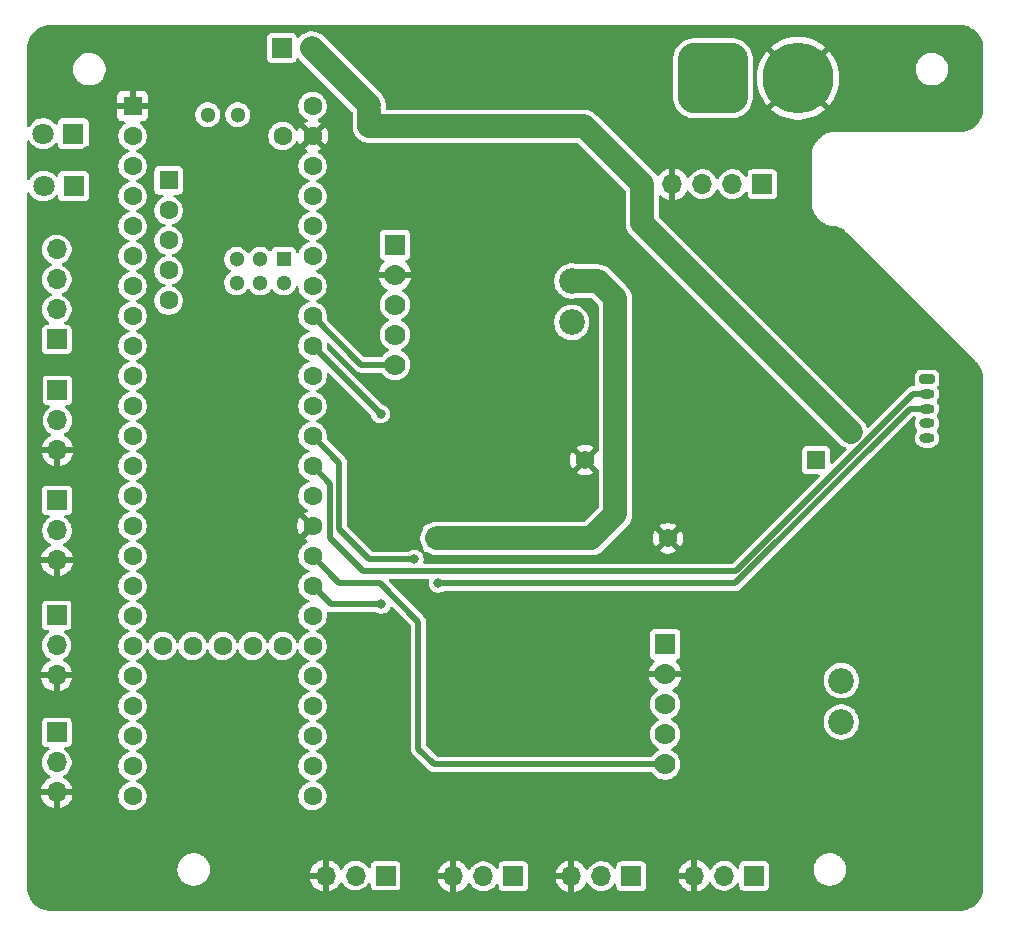
<source format=gbr>
%TF.GenerationSoftware,KiCad,Pcbnew,9.0.0*%
%TF.CreationDate,2025-04-19T22:44:30-05:00*%
%TF.ProjectId,HASP_Power_System,48415350-5f50-46f7-9765-725f53797374,rev?*%
%TF.SameCoordinates,Original*%
%TF.FileFunction,Copper,L2,Bot*%
%TF.FilePolarity,Positive*%
%FSLAX46Y46*%
G04 Gerber Fmt 4.6, Leading zero omitted, Abs format (unit mm)*
G04 Created by KiCad (PCBNEW 9.0.0) date 2025-04-19 22:44:30*
%MOMM*%
%LPD*%
G01*
G04 APERTURE LIST*
G04 Aperture macros list*
%AMRoundRect*
0 Rectangle with rounded corners*
0 $1 Rounding radius*
0 $2 $3 $4 $5 $6 $7 $8 $9 X,Y pos of 4 corners*
0 Add a 4 corners polygon primitive as box body*
4,1,4,$2,$3,$4,$5,$6,$7,$8,$9,$2,$3,0*
0 Add four circle primitives for the rounded corners*
1,1,$1+$1,$2,$3*
1,1,$1+$1,$4,$5*
1,1,$1+$1,$6,$7*
1,1,$1+$1,$8,$9*
0 Add four rect primitives between the rounded corners*
20,1,$1+$1,$2,$3,$4,$5,0*
20,1,$1+$1,$4,$5,$6,$7,0*
20,1,$1+$1,$6,$7,$8,$9,0*
20,1,$1+$1,$8,$9,$2,$3,0*%
G04 Aperture macros list end*
%TA.AperFunction,ComponentPad*%
%ADD10C,1.778000*%
%TD*%
%TA.AperFunction,ComponentPad*%
%ADD11R,1.778000X1.778000*%
%TD*%
%TA.AperFunction,ComponentPad*%
%ADD12R,1.574800X1.574800*%
%TD*%
%TA.AperFunction,ComponentPad*%
%ADD13C,1.574800*%
%TD*%
%TA.AperFunction,ComponentPad*%
%ADD14C,2.184400*%
%TD*%
%TA.AperFunction,ComponentPad*%
%ADD15R,1.800000X1.800000*%
%TD*%
%TA.AperFunction,ComponentPad*%
%ADD16C,1.800000*%
%TD*%
%TA.AperFunction,ComponentPad*%
%ADD17RoundRect,1.500000X-1.500000X-1.500000X1.500000X-1.500000X1.500000X1.500000X-1.500000X1.500000X0*%
%TD*%
%TA.AperFunction,ComponentPad*%
%ADD18C,6.000000*%
%TD*%
%TA.AperFunction,ComponentPad*%
%ADD19R,1.700000X1.700000*%
%TD*%
%TA.AperFunction,ComponentPad*%
%ADD20O,1.700000X1.700000*%
%TD*%
%TA.AperFunction,ComponentPad*%
%ADD21RoundRect,0.200000X-0.450000X0.200000X-0.450000X-0.200000X0.450000X-0.200000X0.450000X0.200000X0*%
%TD*%
%TA.AperFunction,ComponentPad*%
%ADD22O,1.300000X0.800000*%
%TD*%
%TA.AperFunction,ComponentPad*%
%ADD23C,1.300000*%
%TD*%
%TA.AperFunction,ComponentPad*%
%ADD24R,1.300000X1.300000*%
%TD*%
%TA.AperFunction,ComponentPad*%
%ADD25C,1.600000*%
%TD*%
%TA.AperFunction,ComponentPad*%
%ADD26R,1.600000X1.600000*%
%TD*%
%TA.AperFunction,ViaPad*%
%ADD27C,0.800000*%
%TD*%
%TA.AperFunction,Conductor*%
%ADD28C,2.000000*%
%TD*%
%TA.AperFunction,Conductor*%
%ADD29C,0.500000*%
%TD*%
G04 APERTURE END LIST*
D10*
%TO.P,J23,5,Pin_5*%
%TO.N,MODULE_I_2*%
X144150000Y-94781300D03*
%TO.P,J23,4,Pin_4*%
%TO.N,unconnected-(J23-Pin_4-Pad4)*%
X144150000Y-92241300D03*
%TO.P,J23,3,Pin_3*%
%TO.N,unconnected-(J23-Pin_3-Pad3)*%
X144150000Y-89701300D03*
%TO.P,J23,2,Pin_2*%
%TO.N,GND*%
X144150000Y-87161300D03*
D11*
%TO.P,J23,1,Pin_1*%
%TO.N,+3V3*%
X144150000Y-84621300D03*
%TD*%
D12*
%TO.P,R8,1*%
%TO.N,LOAD_POS_2*%
X147701000Y-109474000D03*
D13*
%TO.P,R8,2*%
%TO.N,GND*%
X167259000Y-109474000D03*
%TD*%
D12*
%TO.P,R1,1*%
%TO.N,LOAD_POS_1*%
X179819000Y-102860000D03*
D13*
%TO.P,R1,2*%
%TO.N,GND*%
X160261000Y-102860000D03*
%TD*%
D14*
%TO.P,J22,1,Pin_1*%
%TO.N,CELL_POS_2*%
X159122000Y-91180000D03*
%TO.P,J22,2,Pin_2*%
%TO.N,LOAD_POS_2*%
X159122000Y-87680000D03*
%TD*%
D15*
%TO.P,D2,1,K*%
%TO.N,Net-(D2-K)*%
X116920000Y-75200000D03*
D16*
%TO.P,D2,2,A*%
%TO.N,GPIO3*%
X114380000Y-75200000D03*
%TD*%
D15*
%TO.P,D1,1,K*%
%TO.N,Net-(D1-K)*%
X116944600Y-79640200D03*
D16*
%TO.P,D1,2,A*%
%TO.N,GPIO4*%
X114404600Y-79640200D03*
%TD*%
D10*
%TO.P,J18,5,Pin_5*%
%TO.N,MODULE_I_1*%
X167030000Y-128610000D03*
%TO.P,J18,4,Pin_4*%
%TO.N,unconnected-(J18-Pin_4-Pad4)*%
X167030000Y-126070000D03*
%TO.P,J18,3,Pin_3*%
%TO.N,unconnected-(J18-Pin_3-Pad3)*%
X167030000Y-123530000D03*
%TO.P,J18,2,Pin_2*%
%TO.N,GND*%
X167030000Y-120990000D03*
D11*
%TO.P,J18,1,Pin_1*%
%TO.N,+3V3*%
X167030000Y-118450000D03*
%TD*%
D14*
%TO.P,J20,1,Pin_1*%
%TO.N,CELL_POS_1*%
X181942000Y-125016949D03*
%TO.P,J20,2,Pin_2*%
%TO.N,LOAD_POS_1*%
X181942000Y-121516949D03*
%TD*%
D17*
%TO.P,J16,1,Pin_1*%
%TO.N,VCC_30*%
X171080000Y-70510000D03*
D18*
%TO.P,J16,2,Pin_2*%
%TO.N,GND*%
X178280000Y-70510000D03*
%TD*%
D19*
%TO.P,J15,1,Pin_1*%
%TO.N,+3V3*%
X143360000Y-138030000D03*
D20*
%TO.P,J15,2,Pin_2*%
%TO.N,TEMP8*%
X140820000Y-138030000D03*
%TO.P,J15,3,Pin_3*%
%TO.N,GND*%
X138280000Y-138030000D03*
%TD*%
D19*
%TO.P,J14,1,Pin_1*%
%TO.N,+3V3*%
X154170000Y-138080000D03*
D20*
%TO.P,J14,2,Pin_2*%
%TO.N,TEMP7*%
X151630000Y-138080000D03*
%TO.P,J14,3,Pin_3*%
%TO.N,GND*%
X149090000Y-138080000D03*
%TD*%
D19*
%TO.P,J13,1,Pin_1*%
%TO.N,+3V3*%
X164160000Y-138070000D03*
D20*
%TO.P,J13,2,Pin_2*%
%TO.N,TEMP6*%
X161620000Y-138070000D03*
%TO.P,J13,3,Pin_3*%
%TO.N,GND*%
X159080000Y-138070000D03*
%TD*%
D19*
%TO.P,J12,1,Pin_1*%
%TO.N,+3V3*%
X174570000Y-138040000D03*
D20*
%TO.P,J12,2,Pin_2*%
%TO.N,TEMP5*%
X172030000Y-138040000D03*
%TO.P,J12,3,Pin_3*%
%TO.N,GND*%
X169490000Y-138040000D03*
%TD*%
D19*
%TO.P,J11,1,Pin_1*%
%TO.N,+3V3*%
X115520000Y-125900000D03*
D20*
%TO.P,J11,2,Pin_2*%
%TO.N,TEMP4*%
X115520000Y-128440000D03*
%TO.P,J11,3,Pin_3*%
%TO.N,GND*%
X115520000Y-130980000D03*
%TD*%
D19*
%TO.P,J10,1,Pin_1*%
%TO.N,+3V3*%
X115510000Y-115990000D03*
D20*
%TO.P,J10,2,Pin_2*%
%TO.N,TEMP3*%
X115510000Y-118530000D03*
%TO.P,J10,3,Pin_3*%
%TO.N,GND*%
X115510000Y-121070000D03*
%TD*%
D19*
%TO.P,J9,1,Pin_1*%
%TO.N,+3V3*%
X115540000Y-106250000D03*
D20*
%TO.P,J9,2,Pin_2*%
%TO.N,TEMP2*%
X115540000Y-108790000D03*
%TO.P,J9,3,Pin_3*%
%TO.N,GND*%
X115540000Y-111330000D03*
%TD*%
D19*
%TO.P,J8,1,Pin_1*%
%TO.N,+3V3*%
X115570000Y-96935000D03*
D20*
%TO.P,J8,2,Pin_2*%
%TO.N,TEMP1*%
X115570000Y-99475000D03*
%TO.P,J8,3,Pin_3*%
%TO.N,GND*%
X115570000Y-102015000D03*
%TD*%
D21*
%TO.P,J7,1,Pin_1*%
%TO.N,+3V3*%
X189200000Y-95980000D03*
D22*
%TO.P,J7,2,Pin_2*%
%TO.N,TX*%
X189200000Y-97230000D03*
%TO.P,J7,3,Pin_3*%
%TO.N,RX*%
X189200000Y-98480000D03*
%TO.P,J7,4,Pin_4*%
%TO.N,unconnected-(J7-Pin_4-Pad4)*%
X189200000Y-99730000D03*
%TO.P,J7,5,Pin_5*%
%TO.N,unconnected-(J7-Pin_5-Pad5)*%
X189200000Y-100980000D03*
%TD*%
D19*
%TO.P,J6,1,Pin_1*%
%TO.N,GPIO4*%
X115520000Y-92630000D03*
D20*
%TO.P,J6,2,Pin_2*%
%TO.N,GPIO3*%
X115520000Y-90090000D03*
%TO.P,J6,3,Pin_3*%
%TO.N,GPIO2*%
X115520000Y-87550000D03*
%TO.P,J6,4,Pin_4*%
%TO.N,GPIO1*%
X115520000Y-85010000D03*
%TD*%
D19*
%TO.P,J5,1,Pin_1*%
%TO.N,Net-(J5-Pin_1)*%
X134580000Y-67945000D03*
D20*
%TO.P,J5,2,Pin_2*%
%TO.N,+5V*%
X137120000Y-67945000D03*
%TD*%
D19*
%TO.P,J1,1,Pin_1*%
%TO.N,unconnected-(J1-Pin_1-Pad1)*%
X175260000Y-79480000D03*
D20*
%TO.P,J1,2,Pin_2*%
%TO.N,unconnected-(J1-Pin_2-Pad2)*%
X172720000Y-79480000D03*
%TO.P,J1,3,Pin_3*%
%TO.N,VCC_30*%
X170180000Y-79480000D03*
%TO.P,J1,4,Pin_4*%
%TO.N,GND*%
X167640000Y-79480000D03*
%TO.P,J1,5,Pin_5*%
%TO.N,+5V*%
X165100000Y-79480000D03*
%TD*%
D23*
%TO.P,U3,67,D+*%
%TO.N,unconnected-(U3-D+-Pad67)*%
X128290000Y-73600000D03*
%TO.P,U3,66,D-*%
%TO.N,unconnected-(U3-D--Pad66)*%
X130830000Y-73600000D03*
%TO.P,U3,65,R-*%
%TO.N,unconnected-(U3-R--Pad65)*%
X134741600Y-87840000D03*
%TO.P,U3,64,GND*%
%TO.N,unconnected-(U3-GND-Pad64)*%
X132741600Y-87840000D03*
%TO.P,U3,63,T+*%
%TO.N,unconnected-(U3-T+-Pad63)*%
X130741600Y-87840000D03*
%TO.P,U3,62,T-*%
%TO.N,unconnected-(U3-T--Pad62)*%
X130741600Y-85840000D03*
%TO.P,U3,61,LED*%
%TO.N,unconnected-(U3-LED-Pad61)*%
X132741600Y-85840000D03*
D24*
%TO.P,U3,60,R+*%
%TO.N,unconnected-(U3-R+-Pad60)*%
X134741600Y-85840000D03*
D25*
%TO.P,U3,59,GND*%
%TO.N,unconnected-(U3-GND-Pad59)*%
X124990800Y-89329200D03*
%TO.P,U3,58,GND*%
%TO.N,unconnected-(U3-GND-Pad58)*%
X124990800Y-86789200D03*
%TO.P,U3,57,D+*%
%TO.N,unconnected-(U3-D+-Pad57)*%
X124990800Y-84249200D03*
%TO.P,U3,56,D-*%
%TO.N,unconnected-(U3-D--Pad56)*%
X124990800Y-81709200D03*
D26*
%TO.P,U3,55,5V*%
%TO.N,unconnected-(U3-5V-Pad55)*%
X124990800Y-79169200D03*
D25*
%TO.P,U3,54,ON_OFF*%
%TO.N,unconnected-(U3-ON_OFF-Pad54)*%
X134640000Y-118590000D03*
%TO.P,U3,53,PROGRAM*%
%TO.N,unconnected-(U3-PROGRAM-Pad53)*%
X132100000Y-118590000D03*
%TO.P,U3,52,GND*%
%TO.N,unconnected-(U3-GND-Pad52)*%
X129560000Y-118590000D03*
%TO.P,U3,51,3V3*%
%TO.N,unconnected-(U3-3V3-Pad51)*%
X127020000Y-118590000D03*
%TO.P,U3,50,VBAT*%
%TO.N,unconnected-(U3-VBAT-Pad50)*%
X124480000Y-118590000D03*
%TO.P,U3,49,VUSB*%
%TO.N,unconnected-(U3-VUSB-Pad49)*%
X134640000Y-75410000D03*
%TO.P,U3,48,VIN*%
%TO.N,Net-(J5-Pin_1)*%
X137180000Y-72870000D03*
%TO.P,U3,47,GND*%
%TO.N,GND*%
X137180000Y-75410000D03*
%TO.P,U3,46,3V3*%
%TO.N,+3V3*%
X137180000Y-77950000D03*
%TO.P,U3,45,23_A9_CRX1_MCLK1*%
%TO.N,TEMP5*%
X137180000Y-80490000D03*
%TO.P,U3,44,22_A8_CTX1*%
%TO.N,TEMP6*%
X137180000Y-83030000D03*
%TO.P,U3,43,21_A7_RX5_BCLK1*%
%TO.N,TEMP7*%
X137180000Y-85570000D03*
%TO.P,U3,42,20_A6_TX5_LRCLK1*%
%TO.N,TEMP8*%
X137180000Y-88110000D03*
%TO.P,U3,41,19_A5_SCL*%
%TO.N,MODULE_I_2*%
X137180000Y-90650000D03*
%TO.P,U3,40,18_A4_SDA*%
%TO.N,MODULE_V_2_BUFF*%
X137180000Y-93190000D03*
%TO.P,U3,39,17_A3_TX4_SDA1*%
%TO.N,unconnected-(U3-17_A3_TX4_SDA1-Pad39)*%
X137180000Y-95730000D03*
%TO.P,U3,38,16_A2_RX4_SCL1*%
%TO.N,unconnected-(U3-16_A2_RX4_SCL1-Pad38)*%
X137180000Y-98270000D03*
%TO.P,U3,37,15_A1_RX3_SPDIF_IN*%
%TO.N,RX*%
X137180000Y-100810000D03*
%TO.P,U3,36,14_A0_TX3_SPDIF_OUT*%
%TO.N,TX*%
X137180000Y-103350000D03*
%TO.P,U3,35,13_SCK_LED*%
%TO.N,unconnected-(U3-13_SCK_LED-Pad35)*%
X137180000Y-105890000D03*
%TO.P,U3,34,GND*%
%TO.N,GND*%
X137180000Y-108430000D03*
%TO.P,U3,33,41_A17*%
%TO.N,MODULE_I_1*%
X137180000Y-110970000D03*
%TO.P,U3,32,40_A16*%
%TO.N,MODULE_V_1_BUFF*%
X137180000Y-113510000D03*
%TO.P,U3,31,39_MISO1_OUT1A*%
%TO.N,unconnected-(U3-39_MISO1_OUT1A-Pad31)*%
X137180000Y-116050000D03*
%TO.P,U3,30,38_CS1_IN1*%
%TO.N,unconnected-(U3-38_CS1_IN1-Pad30)*%
X137180000Y-118590000D03*
%TO.P,U3,29,37_CS*%
%TO.N,unconnected-(U3-37_CS-Pad29)*%
X137180000Y-121130000D03*
%TO.P,U3,28,36_CS*%
%TO.N,unconnected-(U3-36_CS-Pad28)*%
X137180000Y-123670000D03*
%TO.P,U3,27,35_TX8*%
%TO.N,unconnected-(U3-35_TX8-Pad27)*%
X137180000Y-126210000D03*
%TO.P,U3,26,34_RX8*%
%TO.N,unconnected-(U3-34_RX8-Pad26)*%
X137180000Y-128750000D03*
%TO.P,U3,25,33_MCLK2*%
%TO.N,unconnected-(U3-33_MCLK2-Pad25)*%
X137180000Y-131290000D03*
%TO.P,U3,24,32_OUT1B*%
%TO.N,unconnected-(U3-32_OUT1B-Pad24)*%
X121940000Y-131290000D03*
%TO.P,U3,23,31_CTX3*%
%TO.N,unconnected-(U3-31_CTX3-Pad23)*%
X121940000Y-128750000D03*
%TO.P,U3,22,30_CRX3*%
%TO.N,unconnected-(U3-30_CRX3-Pad22)*%
X121940000Y-126210000D03*
%TO.P,U3,21,29_TX7*%
%TO.N,unconnected-(U3-29_TX7-Pad21)*%
X121940000Y-123670000D03*
%TO.P,U3,20,28_RX7*%
%TO.N,unconnected-(U3-28_RX7-Pad20)*%
X121940000Y-121130000D03*
%TO.P,U3,19,27_A13_SCK1*%
%TO.N,TEMP4*%
X121940000Y-118590000D03*
%TO.P,U3,18,26_A12_MOSI1*%
%TO.N,TEMP3*%
X121940000Y-116050000D03*
%TO.P,U3,17,25_A11_RX6_SDA2*%
%TO.N,TEMP2*%
X121940000Y-113510000D03*
%TO.P,U3,16,24_A10_TX6_SCL2*%
%TO.N,TEMP1*%
X121940000Y-110970000D03*
%TO.P,U3,15,3V3*%
%TO.N,unconnected-(U3-3V3-Pad15)*%
X121940000Y-108430000D03*
%TO.P,U3,14,12_MISO_MQSL*%
%TO.N,unconnected-(U3-12_MISO_MQSL-Pad14)*%
X121940000Y-105890000D03*
%TO.P,U3,13,11_MOSI_CTX1*%
%TO.N,unconnected-(U3-11_MOSI_CTX1-Pad13)*%
X121940000Y-103350000D03*
%TO.P,U3,12,10_CS_MQSR*%
%TO.N,unconnected-(U3-10_CS_MQSR-Pad12)*%
X121940000Y-100810000D03*
%TO.P,U3,11,9_OUT1C*%
%TO.N,GPIO4*%
X121940000Y-98270000D03*
%TO.P,U3,10,8_TX2_IN1*%
%TO.N,GPIO3*%
X121940000Y-95730000D03*
%TO.P,U3,9,7_RX2_OUT1A*%
%TO.N,GPIO2*%
X121940000Y-93190000D03*
%TO.P,U3,8,6_OUT1D*%
%TO.N,GPIO1*%
X121940000Y-90650000D03*
%TO.P,U3,7,5_IN2*%
%TO.N,unconnected-(U3-5_IN2-Pad7)*%
X121940000Y-88110000D03*
%TO.P,U3,6,4_BCLK2*%
%TO.N,unconnected-(U3-4_BCLK2-Pad6)*%
X121940000Y-85570000D03*
%TO.P,U3,5,3_LRCLK2*%
%TO.N,unconnected-(U3-3_LRCLK2-Pad5)*%
X121940000Y-83030000D03*
%TO.P,U3,4,2_OUT2*%
%TO.N,unconnected-(U3-2_OUT2-Pad4)*%
X121940000Y-80490000D03*
%TO.P,U3,3,1_TX1_CTX2_MISO1*%
%TO.N,unconnected-(U3-1_TX1_CTX2_MISO1-Pad3)*%
X121940000Y-77950000D03*
%TO.P,U3,2,0_RX1_CRX2_CS1*%
%TO.N,unconnected-(U3-0_RX1_CRX2_CS1-Pad2)*%
X121940000Y-75410000D03*
D26*
%TO.P,U3,1,GND*%
%TO.N,GND*%
X121940000Y-72870000D03*
%TD*%
D27*
%TO.N,MODULE_V_1_BUFF*%
X143002000Y-115062000D03*
%TO.N,MODULE_V_2_BUFF*%
X142930000Y-98940000D03*
%TO.N,GND*%
X142748000Y-104648000D03*
%TO.N,RX*%
X145796000Y-111252000D03*
%TO.N,+5V*%
X182730000Y-100440000D03*
%TO.N,GND*%
X185674000Y-91440000D03*
X146050000Y-76708000D03*
X165608000Y-73914000D03*
X149606000Y-119126000D03*
X144921793Y-109975427D03*
%TO.N,RX*%
X147828000Y-113284000D03*
%TO.N,GND*%
X158242000Y-104648000D03*
X149040000Y-101490000D03*
%TO.N,+5V*%
X160200000Y-74580000D03*
%TO.N,GND*%
X192340000Y-122480000D03*
X118100000Y-81400000D03*
X118060000Y-76700000D03*
X157390000Y-123400000D03*
X162200000Y-121860000D03*
X153550000Y-67510000D03*
X144790000Y-67490000D03*
X162860000Y-67540000D03*
X192210000Y-112970000D03*
X148060000Y-120680000D03*
%TD*%
D28*
%TO.N,LOAD_POS_2*%
X162814000Y-89154000D02*
X161340000Y-87680000D01*
X161340000Y-87680000D02*
X159122000Y-87680000D01*
X162814000Y-107442000D02*
X162814000Y-89154000D01*
X160782000Y-109474000D02*
X162814000Y-107442000D01*
X147701000Y-109474000D02*
X160782000Y-109474000D01*
D29*
%TO.N,MODULE_I_1*%
X139178000Y-113016000D02*
X139178000Y-112968000D01*
X139446000Y-113284000D02*
X139178000Y-113016000D01*
X142894000Y-113284000D02*
X139446000Y-113284000D01*
X146140000Y-116530000D02*
X142894000Y-113284000D01*
X139178000Y-112968000D02*
X137180000Y-110970000D01*
X146140000Y-127300000D02*
X146140000Y-116530000D01*
X147450000Y-128610000D02*
X146140000Y-127300000D01*
X167030000Y-128610000D02*
X147450000Y-128610000D01*
%TO.N,MODULE_V_1_BUFF*%
X138732000Y-115062000D02*
X137180000Y-113510000D01*
X143002000Y-115062000D02*
X138732000Y-115062000D01*
%TO.N,RX*%
X139446000Y-103076000D02*
X137180000Y-100810000D01*
X141986000Y-111252000D02*
X139446000Y-108712000D01*
X145796000Y-111252000D02*
X141986000Y-111252000D01*
X139446000Y-108712000D02*
X139446000Y-103076000D01*
D28*
%TO.N,+5V*%
X165100000Y-82810000D02*
X182730000Y-100440000D01*
X165100000Y-79480000D02*
X165100000Y-82810000D01*
D29*
%TO.N,RX*%
X172974000Y-113284000D02*
X147828000Y-113284000D01*
X187778000Y-98480000D02*
X172974000Y-113284000D01*
X189200000Y-98480000D02*
X187778000Y-98480000D01*
D28*
%TO.N,+5V*%
X160200000Y-74580000D02*
X165100000Y-79480000D01*
X141970000Y-74580000D02*
X160200000Y-74580000D01*
D29*
%TO.N,MODULE_V_2_BUFF*%
X142930000Y-98940000D02*
X137180000Y-93190000D01*
%TO.N,MODULE_I_2*%
X141311300Y-94781300D02*
X137180000Y-90650000D01*
X144150000Y-94781300D02*
X141311300Y-94781300D01*
D28*
%TO.N,+5V*%
X141970000Y-74580000D02*
X141970000Y-73180000D01*
X141970000Y-72795000D02*
X137120000Y-67945000D01*
D29*
%TO.N,TX*%
X141478000Y-112268000D02*
X138684000Y-109474000D01*
X138684000Y-109474000D02*
X138684000Y-104854000D01*
X173000050Y-112268000D02*
X141478000Y-112268000D01*
X188038050Y-97230000D02*
X173000050Y-112268000D01*
X138684000Y-104854000D02*
X137180000Y-103350000D01*
X189200000Y-97230000D02*
X188038050Y-97230000D01*
%TD*%
%TA.AperFunction,Conductor*%
%TO.N,GND*%
G36*
X192123860Y-66000703D02*
G01*
X192336216Y-66029018D01*
X192345153Y-66030548D01*
X192392265Y-66040415D01*
X192398421Y-66041870D01*
X192427467Y-66049522D01*
X192585183Y-66091077D01*
X192595238Y-66094190D01*
X192633117Y-66107713D01*
X192637668Y-66109439D01*
X192825028Y-66184857D01*
X192835899Y-66189857D01*
X192855528Y-66200060D01*
X192858628Y-66201728D01*
X193048474Y-66307360D01*
X193061520Y-66315727D01*
X193250510Y-66454339D01*
X193262409Y-66464267D01*
X193432640Y-66625377D01*
X193443209Y-66636713D01*
X193592007Y-66817792D01*
X193601079Y-66830358D01*
X193726129Y-67028587D01*
X193733562Y-67042186D01*
X193825643Y-67238942D01*
X193827091Y-67242153D01*
X193835906Y-67262473D01*
X193840137Y-67273681D01*
X193902224Y-67465747D01*
X193903648Y-67470471D01*
X193914491Y-67509217D01*
X193916904Y-67519509D01*
X193952911Y-67709196D01*
X193953934Y-67715456D01*
X193960477Y-67763115D01*
X193961387Y-67772231D01*
X193975044Y-67990374D01*
X193975286Y-67998104D01*
X193975286Y-73052187D01*
X193975021Y-73060294D01*
X193960040Y-73288931D01*
X193959043Y-73298470D01*
X193952018Y-73347333D01*
X193950898Y-73353875D01*
X193911302Y-73552964D01*
X193908661Y-73563711D01*
X193897106Y-73603063D01*
X193895549Y-73607984D01*
X193827311Y-73809023D01*
X193822683Y-73820684D01*
X193813602Y-73840566D01*
X193812023Y-73843890D01*
X193711013Y-74048729D01*
X193702903Y-74062777D01*
X193566630Y-74266730D01*
X193556756Y-74279599D01*
X193395020Y-74464027D01*
X193383551Y-74475496D01*
X193199131Y-74637231D01*
X193186262Y-74647106D01*
X192982306Y-74783386D01*
X192968259Y-74791496D01*
X192763415Y-74892514D01*
X192760081Y-74894097D01*
X192740213Y-74903170D01*
X192728562Y-74907794D01*
X192527524Y-74976038D01*
X192522598Y-74977597D01*
X192483233Y-74989155D01*
X192472491Y-74991794D01*
X192273429Y-75031390D01*
X192266884Y-75032511D01*
X192218000Y-75039539D01*
X192208464Y-75040536D01*
X192006196Y-75053792D01*
X191980376Y-75055485D01*
X191972269Y-75055750D01*
X181498412Y-75055750D01*
X181498194Y-75055686D01*
X181315869Y-75055686D01*
X181315855Y-75055687D01*
X181055861Y-75089919D01*
X181055860Y-75089919D01*
X180802558Y-75157794D01*
X180761310Y-75174879D01*
X180761309Y-75174878D01*
X180755158Y-75177425D01*
X180747111Y-75179789D01*
X180724234Y-75190236D01*
X180722136Y-75191106D01*
X180722128Y-75191110D01*
X180560283Y-75258151D01*
X180560275Y-75258155D01*
X180507691Y-75288513D01*
X180507692Y-75288514D01*
X180502576Y-75291467D01*
X180487191Y-75298494D01*
X180458770Y-75316759D01*
X180456192Y-75318248D01*
X180456189Y-75318248D01*
X180333177Y-75389274D01*
X180333167Y-75389280D01*
X180306166Y-75409999D01*
X180271475Y-75436619D01*
X180267373Y-75439766D01*
X180246810Y-75452982D01*
X180220965Y-75475377D01*
X180218023Y-75477635D01*
X180218020Y-75477636D01*
X180125126Y-75548919D01*
X180125122Y-75548922D01*
X180125117Y-75548926D01*
X180125117Y-75548927D01*
X180057044Y-75617002D01*
X180057043Y-75617001D01*
X180053894Y-75620149D01*
X180030862Y-75640108D01*
X180010907Y-75663137D01*
X180007768Y-75666277D01*
X180007755Y-75666292D01*
X179939683Y-75734367D01*
X179868382Y-75827291D01*
X179868381Y-75827291D01*
X179866125Y-75830231D01*
X179843744Y-75856061D01*
X179830544Y-75876599D01*
X179827385Y-75880718D01*
X179780051Y-75942408D01*
X179780037Y-75942429D01*
X179709015Y-76065449D01*
X179709014Y-76065451D01*
X179707526Y-76068027D01*
X179689263Y-76096447D01*
X179682243Y-76111819D01*
X179679282Y-76116948D01*
X179648931Y-76169522D01*
X179648924Y-76169537D01*
X179581885Y-76331388D01*
X179581886Y-76331389D01*
X179581025Y-76333467D01*
X179570566Y-76356371D01*
X179568197Y-76364439D01*
X179565650Y-76370589D01*
X179548576Y-76411811D01*
X179480706Y-76665128D01*
X179464378Y-76789178D01*
X179446483Y-76925128D01*
X179446483Y-76925131D01*
X179446483Y-76925132D01*
X179446486Y-77056250D01*
X179446486Y-80980095D01*
X179446439Y-81150261D01*
X179446439Y-81150267D01*
X179481835Y-81414587D01*
X179491088Y-81448517D01*
X179492171Y-81452489D01*
X179492286Y-81453267D01*
X179493304Y-81456644D01*
X179493737Y-81458231D01*
X179551994Y-81671867D01*
X179571152Y-81717265D01*
X179571151Y-81717265D01*
X179573724Y-81723361D01*
X179576865Y-81733779D01*
X179589192Y-81760014D01*
X179590152Y-81762288D01*
X179590155Y-81762295D01*
X179655680Y-81917566D01*
X179655688Y-81917583D01*
X179689995Y-81975808D01*
X179689997Y-81975812D01*
X179692933Y-81980795D01*
X179701464Y-81998951D01*
X179720835Y-82028155D01*
X179722511Y-82030999D01*
X179722525Y-82031021D01*
X179771599Y-82114310D01*
X179791058Y-82147336D01*
X179815548Y-82178532D01*
X179844961Y-82216000D01*
X179848021Y-82219898D01*
X179863416Y-82243107D01*
X179885743Y-82267950D01*
X179888293Y-82271198D01*
X179888293Y-82271199D01*
X179955728Y-82357100D01*
X179955736Y-82357110D01*
X180033972Y-82433299D01*
X180036931Y-82436181D01*
X180059257Y-82461023D01*
X180080693Y-82478798D01*
X180143165Y-82539636D01*
X180146788Y-82543164D01*
X180255140Y-82623674D01*
X180257792Y-82625644D01*
X180284795Y-82648035D01*
X180301943Y-82658451D01*
X180360841Y-82702215D01*
X180510428Y-82785091D01*
X180535204Y-82800141D01*
X180545227Y-82804371D01*
X180594113Y-82831456D01*
X180801907Y-82912728D01*
X180805125Y-82914087D01*
X180805872Y-82914279D01*
X180842473Y-82928595D01*
X181101528Y-82991913D01*
X181230624Y-83005692D01*
X181237615Y-83006641D01*
X181436612Y-83039428D01*
X181446243Y-83041410D01*
X181492701Y-83052911D01*
X181496707Y-83053975D01*
X181668984Y-83102899D01*
X181682252Y-83107494D01*
X181878855Y-83188333D01*
X181891524Y-83194403D01*
X182077712Y-83296970D01*
X182089609Y-83304432D01*
X182230341Y-83404251D01*
X182235679Y-83408037D01*
X182239039Y-83410507D01*
X182277091Y-83439491D01*
X182284667Y-83445753D01*
X182434631Y-83580048D01*
X182439733Y-83584884D01*
X185801662Y-86957931D01*
X193389533Y-94570894D01*
X193394292Y-94575944D01*
X193486832Y-94679814D01*
X193526158Y-94723954D01*
X193532035Y-94731068D01*
X193559517Y-94766983D01*
X193562259Y-94770709D01*
X193665148Y-94916113D01*
X193671377Y-94925849D01*
X193676081Y-94934016D01*
X193677220Y-94936037D01*
X193774742Y-95112926D01*
X193780752Y-95125434D01*
X193860906Y-95319388D01*
X193865480Y-95332489D01*
X193921293Y-95526641D01*
X193921911Y-95528870D01*
X193924342Y-95537962D01*
X193926805Y-95549263D01*
X193956579Y-95724860D01*
X193957267Y-95729436D01*
X193963156Y-95774257D01*
X193964019Y-95783470D01*
X193975092Y-95980994D01*
X193975286Y-95987934D01*
X193975286Y-139000046D01*
X193976903Y-139002942D01*
X193979754Y-139038121D01*
X193968699Y-139216384D01*
X193967807Y-139225413D01*
X193961628Y-139270865D01*
X193960624Y-139277066D01*
X193924693Y-139468235D01*
X193922327Y-139478432D01*
X193912244Y-139514832D01*
X193910847Y-139519515D01*
X193848816Y-139713404D01*
X193844665Y-139724517D01*
X193837122Y-139742095D01*
X193835701Y-139745282D01*
X193743744Y-139943956D01*
X193736447Y-139957459D01*
X193612831Y-140155798D01*
X193603922Y-140168296D01*
X193456742Y-140349855D01*
X193446358Y-140361157D01*
X193277876Y-140523142D01*
X193266176Y-140533073D01*
X193078991Y-140672993D01*
X193066151Y-140681404D01*
X192875927Y-140789823D01*
X192872870Y-140791510D01*
X192856016Y-140800497D01*
X192845295Y-140805570D01*
X192657327Y-140883756D01*
X192652780Y-140885543D01*
X192617381Y-140898657D01*
X192607419Y-140901877D01*
X192419923Y-140953835D01*
X192413828Y-140955359D01*
X192369109Y-140965343D01*
X192360190Y-140966994D01*
X192204943Y-140989900D01*
X192148881Y-140998171D01*
X192130786Y-140999499D01*
X115004052Y-140999499D01*
X114995942Y-140999233D01*
X114979739Y-140998171D01*
X114766857Y-140984217D01*
X114757321Y-140983221D01*
X114709582Y-140976357D01*
X114703038Y-140975236D01*
X114502895Y-140935425D01*
X114492154Y-140932786D01*
X114454031Y-140921593D01*
X114449104Y-140920034D01*
X114246888Y-140851390D01*
X114235238Y-140846766D01*
X114216824Y-140838357D01*
X114213489Y-140836774D01*
X114007539Y-140735211D01*
X113993492Y-140727101D01*
X113789539Y-140590824D01*
X113776671Y-140580950D01*
X113592250Y-140419217D01*
X113580781Y-140407748D01*
X113419048Y-140223327D01*
X113409174Y-140210458D01*
X113272898Y-140006505D01*
X113264788Y-139992459D01*
X113240869Y-139943956D01*
X113163205Y-139786469D01*
X113161641Y-139783173D01*
X113153232Y-139764759D01*
X113148608Y-139753109D01*
X113079953Y-139550859D01*
X113078418Y-139546007D01*
X113067211Y-139507842D01*
X113064573Y-139497102D01*
X113046697Y-139407231D01*
X113024759Y-139296943D01*
X113023644Y-139290437D01*
X113016777Y-139242671D01*
X113015783Y-139233166D01*
X113000764Y-139004024D01*
X113000500Y-138995919D01*
X113000500Y-137499996D01*
X125738244Y-137499996D01*
X125738244Y-137500000D01*
X125739782Y-137518069D01*
X125740229Y-137528586D01*
X125740229Y-137608258D01*
X125755151Y-137702469D01*
X125755853Y-137706904D01*
X125758057Y-137732795D01*
X125762899Y-137751393D01*
X125763849Y-137757387D01*
X125763850Y-137757391D01*
X125774099Y-137822099D01*
X125809261Y-137930318D01*
X125810405Y-137933841D01*
X125816929Y-137958894D01*
X125822675Y-137971607D01*
X125824793Y-137978124D01*
X125824798Y-137978135D01*
X125841003Y-138028008D01*
X125903204Y-138150085D01*
X125903205Y-138150087D01*
X125904523Y-138152674D01*
X125913165Y-138171792D01*
X125917627Y-138178394D01*
X125921097Y-138185204D01*
X125921098Y-138185205D01*
X125939295Y-138220916D01*
X125939298Y-138220921D01*
X126039465Y-138358789D01*
X126039466Y-138358789D01*
X126040717Y-138360512D01*
X126043996Y-138365363D01*
X126045013Y-138366424D01*
X126048305Y-138370955D01*
X126048305Y-138370956D01*
X126059327Y-138386126D01*
X126066557Y-138396077D01*
X126219651Y-138549171D01*
X126394810Y-138676432D01*
X126489426Y-138724641D01*
X126587719Y-138774725D01*
X126587722Y-138774726D01*
X126687909Y-138807278D01*
X126793632Y-138841629D01*
X127007475Y-138875499D01*
X127007476Y-138875499D01*
X127051457Y-138875499D01*
X127057267Y-138876243D01*
X127074781Y-138875499D01*
X127223982Y-138875499D01*
X127223983Y-138875499D01*
X127278667Y-138866837D01*
X127290694Y-138866327D01*
X127315092Y-138861068D01*
X127437826Y-138841629D01*
X127501919Y-138820803D01*
X127519088Y-138817105D01*
X127543507Y-138807291D01*
X127643738Y-138774725D01*
X127715322Y-138738250D01*
X127735878Y-138729991D01*
X127756722Y-138717156D01*
X127836648Y-138676432D01*
X127913236Y-138620786D01*
X127934828Y-138607493D01*
X127950403Y-138593783D01*
X128011807Y-138549171D01*
X128090452Y-138470525D01*
X128110213Y-138453135D01*
X128120146Y-138440831D01*
X128164901Y-138396077D01*
X128242305Y-138289539D01*
X128256989Y-138271356D01*
X128261885Y-138262589D01*
X128292162Y-138220918D01*
X128364767Y-138078421D01*
X128370933Y-138067387D01*
X128372159Y-138063914D01*
X128390455Y-138028008D01*
X128457359Y-137822096D01*
X128464026Y-137780000D01*
X136952769Y-137780000D01*
X137846988Y-137780000D01*
X137814075Y-137837007D01*
X137780000Y-137964174D01*
X137780000Y-138095826D01*
X137814075Y-138222993D01*
X137846988Y-138280000D01*
X136952769Y-138280000D01*
X136963242Y-138346126D01*
X136963242Y-138346129D01*
X137028904Y-138548217D01*
X137125379Y-138737557D01*
X137250272Y-138909459D01*
X137250276Y-138909464D01*
X137400535Y-139059723D01*
X137400540Y-139059727D01*
X137572442Y-139184620D01*
X137761782Y-139281095D01*
X137963871Y-139346757D01*
X138030000Y-139357231D01*
X138030000Y-138463012D01*
X138087007Y-138495925D01*
X138214174Y-138530000D01*
X138345826Y-138530000D01*
X138472993Y-138495925D01*
X138530000Y-138463012D01*
X138530000Y-139357230D01*
X138596126Y-139346757D01*
X138596129Y-139346757D01*
X138798217Y-139281095D01*
X138987557Y-139184620D01*
X139159459Y-139059727D01*
X139159464Y-139059723D01*
X139309723Y-138909464D01*
X139309727Y-138909459D01*
X139434620Y-138737557D01*
X139495350Y-138618370D01*
X139543324Y-138567574D01*
X139611145Y-138550779D01*
X139677280Y-138573316D01*
X139716320Y-138618370D01*
X139750476Y-138685405D01*
X139866172Y-138844646D01*
X140005354Y-138983828D01*
X140164595Y-139099524D01*
X140202933Y-139119058D01*
X140339970Y-139188882D01*
X140339972Y-139188882D01*
X140339975Y-139188884D01*
X140398962Y-139208050D01*
X140527173Y-139249709D01*
X140721578Y-139280500D01*
X140721583Y-139280500D01*
X140918422Y-139280500D01*
X141112826Y-139249709D01*
X141134003Y-139242828D01*
X141300025Y-139188884D01*
X141475405Y-139099524D01*
X141634646Y-138983828D01*
X141773828Y-138844646D01*
X141885184Y-138691378D01*
X141940512Y-138648714D01*
X142010125Y-138642735D01*
X142071920Y-138675341D01*
X142106277Y-138736179D01*
X142109500Y-138764264D01*
X142109500Y-138911517D01*
X142120292Y-138979657D01*
X142124354Y-139005304D01*
X142181950Y-139118342D01*
X142181952Y-139118344D01*
X142181954Y-139118347D01*
X142271652Y-139208045D01*
X142271654Y-139208046D01*
X142271658Y-139208050D01*
X142384694Y-139265645D01*
X142384698Y-139265647D01*
X142478475Y-139280499D01*
X142478481Y-139280500D01*
X144241518Y-139280499D01*
X144335304Y-139265646D01*
X144448342Y-139208050D01*
X144538050Y-139118342D01*
X144595646Y-139005304D01*
X144595646Y-139005302D01*
X144595647Y-139005301D01*
X144608916Y-138921517D01*
X144610500Y-138911519D01*
X144610499Y-137830000D01*
X147762769Y-137830000D01*
X148656988Y-137830000D01*
X148624075Y-137887007D01*
X148590000Y-138014174D01*
X148590000Y-138145826D01*
X148624075Y-138272993D01*
X148656988Y-138330000D01*
X147762769Y-138330000D01*
X147773242Y-138396126D01*
X147773242Y-138396129D01*
X147838904Y-138598217D01*
X147935379Y-138787557D01*
X148060272Y-138959459D01*
X148060276Y-138959464D01*
X148210535Y-139109723D01*
X148210540Y-139109727D01*
X148382442Y-139234620D01*
X148571782Y-139331095D01*
X148773871Y-139396757D01*
X148840000Y-139407231D01*
X148840000Y-138513012D01*
X148897007Y-138545925D01*
X149024174Y-138580000D01*
X149155826Y-138580000D01*
X149282993Y-138545925D01*
X149340000Y-138513012D01*
X149340000Y-139407230D01*
X149406126Y-139396757D01*
X149406129Y-139396757D01*
X149608217Y-139331095D01*
X149797557Y-139234620D01*
X149969459Y-139109727D01*
X149969464Y-139109723D01*
X150119723Y-138959464D01*
X150119727Y-138959459D01*
X150244620Y-138787557D01*
X150305350Y-138668370D01*
X150353324Y-138617574D01*
X150421145Y-138600779D01*
X150487280Y-138623316D01*
X150526320Y-138668370D01*
X150550018Y-138714880D01*
X150560476Y-138735405D01*
X150676172Y-138894646D01*
X150815354Y-139033828D01*
X150974595Y-139149524D01*
X151043475Y-139184620D01*
X151149970Y-139238882D01*
X151149972Y-139238882D01*
X151149975Y-139238884D01*
X151232343Y-139265647D01*
X151337173Y-139299709D01*
X151531578Y-139330500D01*
X151531583Y-139330500D01*
X151728422Y-139330500D01*
X151922826Y-139299709D01*
X152110025Y-139238884D01*
X152285405Y-139149524D01*
X152444646Y-139033828D01*
X152583828Y-138894646D01*
X152695184Y-138741378D01*
X152750512Y-138698714D01*
X152820125Y-138692735D01*
X152881920Y-138725341D01*
X152916277Y-138786179D01*
X152919500Y-138814264D01*
X152919500Y-138961517D01*
X152926435Y-139005301D01*
X152934354Y-139055304D01*
X152991950Y-139168342D01*
X152991952Y-139168344D01*
X152991954Y-139168347D01*
X153081652Y-139258045D01*
X153081654Y-139258046D01*
X153081658Y-139258050D01*
X153175072Y-139305647D01*
X153194698Y-139315647D01*
X153288475Y-139330499D01*
X153288481Y-139330500D01*
X155051518Y-139330499D01*
X155145304Y-139315646D01*
X155258342Y-139258050D01*
X155348050Y-139168342D01*
X155405646Y-139055304D01*
X155405646Y-139055302D01*
X155405647Y-139055301D01*
X155420499Y-138961524D01*
X155420500Y-138961519D01*
X155420499Y-137820000D01*
X157752769Y-137820000D01*
X158646988Y-137820000D01*
X158614075Y-137877007D01*
X158580000Y-138004174D01*
X158580000Y-138135826D01*
X158614075Y-138262993D01*
X158646988Y-138320000D01*
X157752769Y-138320000D01*
X157763242Y-138386126D01*
X157763242Y-138386129D01*
X157828904Y-138588217D01*
X157925379Y-138777557D01*
X158050272Y-138949459D01*
X158050276Y-138949464D01*
X158200535Y-139099723D01*
X158200540Y-139099727D01*
X158372442Y-139224620D01*
X158561782Y-139321095D01*
X158763871Y-139386757D01*
X158830000Y-139397231D01*
X158830000Y-138503012D01*
X158887007Y-138535925D01*
X159014174Y-138570000D01*
X159145826Y-138570000D01*
X159272993Y-138535925D01*
X159330000Y-138503012D01*
X159330000Y-139397230D01*
X159396126Y-139386757D01*
X159396129Y-139386757D01*
X159598217Y-139321095D01*
X159787557Y-139224620D01*
X159959459Y-139099727D01*
X159959464Y-139099723D01*
X160109723Y-138949464D01*
X160109727Y-138949459D01*
X160234620Y-138777557D01*
X160295350Y-138658370D01*
X160343324Y-138607574D01*
X160411145Y-138590779D01*
X160477280Y-138613316D01*
X160516320Y-138658370D01*
X160533830Y-138692735D01*
X160550476Y-138725405D01*
X160666172Y-138884646D01*
X160805354Y-139023828D01*
X160964595Y-139139524D01*
X161021154Y-139168342D01*
X161139970Y-139228882D01*
X161139972Y-139228882D01*
X161139975Y-139228884D01*
X161229723Y-139258045D01*
X161327173Y-139289709D01*
X161521578Y-139320500D01*
X161521583Y-139320500D01*
X161718422Y-139320500D01*
X161912826Y-139289709D01*
X161941171Y-139280499D01*
X162100025Y-139228884D01*
X162275405Y-139139524D01*
X162434646Y-139023828D01*
X162573828Y-138884646D01*
X162685184Y-138731378D01*
X162740512Y-138688714D01*
X162810125Y-138682735D01*
X162871920Y-138715341D01*
X162906277Y-138776179D01*
X162909500Y-138804264D01*
X162909500Y-138951517D01*
X162919603Y-139015304D01*
X162924354Y-139045304D01*
X162981950Y-139158342D01*
X162981952Y-139158344D01*
X162981954Y-139158347D01*
X163071652Y-139248045D01*
X163071654Y-139248046D01*
X163071658Y-139248050D01*
X163167647Y-139296959D01*
X163184698Y-139305647D01*
X163278475Y-139320499D01*
X163278481Y-139320500D01*
X165041518Y-139320499D01*
X165135304Y-139305646D01*
X165248342Y-139248050D01*
X165338050Y-139158342D01*
X165395646Y-139045304D01*
X165395646Y-139045302D01*
X165395647Y-139045301D01*
X165408916Y-138961517D01*
X165410500Y-138951519D01*
X165410499Y-137790000D01*
X168162769Y-137790000D01*
X169056988Y-137790000D01*
X169024075Y-137847007D01*
X168990000Y-137974174D01*
X168990000Y-138105826D01*
X169024075Y-138232993D01*
X169056988Y-138290000D01*
X168162769Y-138290000D01*
X168173242Y-138356126D01*
X168173242Y-138356129D01*
X168238904Y-138558217D01*
X168335379Y-138747557D01*
X168460272Y-138919459D01*
X168460276Y-138919464D01*
X168610535Y-139069723D01*
X168610540Y-139069727D01*
X168782442Y-139194620D01*
X168971782Y-139291095D01*
X169173871Y-139356757D01*
X169240000Y-139367231D01*
X169240000Y-138473012D01*
X169297007Y-138505925D01*
X169424174Y-138540000D01*
X169555826Y-138540000D01*
X169682993Y-138505925D01*
X169740000Y-138473012D01*
X169740000Y-139367230D01*
X169806126Y-139356757D01*
X169806129Y-139356757D01*
X170008217Y-139291095D01*
X170197557Y-139194620D01*
X170369459Y-139069727D01*
X170369464Y-139069723D01*
X170519723Y-138919464D01*
X170519727Y-138919459D01*
X170644620Y-138747557D01*
X170705350Y-138628370D01*
X170753324Y-138577574D01*
X170821145Y-138560779D01*
X170887280Y-138583316D01*
X170926320Y-138628370D01*
X170960476Y-138695405D01*
X171076172Y-138854646D01*
X171215354Y-138993828D01*
X171374595Y-139109524D01*
X171416978Y-139131119D01*
X171549970Y-139198882D01*
X171549972Y-139198882D01*
X171549975Y-139198884D01*
X171642299Y-139228882D01*
X171737173Y-139259709D01*
X171931578Y-139290500D01*
X171931583Y-139290500D01*
X172128422Y-139290500D01*
X172322826Y-139259709D01*
X172327947Y-139258045D01*
X172510025Y-139198884D01*
X172685405Y-139109524D01*
X172844646Y-138993828D01*
X172983828Y-138854646D01*
X173095184Y-138701378D01*
X173150512Y-138658714D01*
X173220125Y-138652735D01*
X173281920Y-138685341D01*
X173316277Y-138746179D01*
X173319500Y-138774264D01*
X173319500Y-138921517D01*
X173329369Y-138983825D01*
X173334354Y-139015304D01*
X173391950Y-139128342D01*
X173391952Y-139128344D01*
X173391954Y-139128347D01*
X173481652Y-139218045D01*
X173481654Y-139218046D01*
X173481658Y-139218050D01*
X173575072Y-139265647D01*
X173594698Y-139275647D01*
X173682116Y-139289491D01*
X173688083Y-139290437D01*
X173688475Y-139290499D01*
X173688481Y-139290500D01*
X175451518Y-139290499D01*
X175545304Y-139275646D01*
X175658342Y-139218050D01*
X175748050Y-139128342D01*
X175805646Y-139015304D01*
X175805646Y-139015302D01*
X175805647Y-139015301D01*
X175820499Y-138921524D01*
X175820500Y-138921519D01*
X175820499Y-137499996D01*
X179598944Y-137499996D01*
X179598944Y-137500000D01*
X179600482Y-137518069D01*
X179600929Y-137528586D01*
X179600929Y-137608258D01*
X179615851Y-137702469D01*
X179616553Y-137706904D01*
X179618757Y-137732795D01*
X179623599Y-137751393D01*
X179624549Y-137757387D01*
X179624550Y-137757391D01*
X179634799Y-137822099D01*
X179669961Y-137930318D01*
X179671105Y-137933841D01*
X179677629Y-137958894D01*
X179683375Y-137971607D01*
X179685493Y-137978124D01*
X179685498Y-137978135D01*
X179701703Y-138028008D01*
X179763904Y-138150085D01*
X179763905Y-138150087D01*
X179765223Y-138152674D01*
X179773865Y-138171792D01*
X179778327Y-138178394D01*
X179781797Y-138185204D01*
X179781798Y-138185205D01*
X179799995Y-138220916D01*
X179799998Y-138220921D01*
X179900165Y-138358789D01*
X179900166Y-138358789D01*
X179901417Y-138360512D01*
X179904696Y-138365363D01*
X179905713Y-138366424D01*
X179909005Y-138370955D01*
X179909005Y-138370956D01*
X179920027Y-138386126D01*
X179927257Y-138396077D01*
X180080351Y-138549171D01*
X180255510Y-138676432D01*
X180350126Y-138724641D01*
X180448419Y-138774725D01*
X180448422Y-138774726D01*
X180548609Y-138807278D01*
X180654332Y-138841629D01*
X180868175Y-138875499D01*
X180868176Y-138875499D01*
X180912157Y-138875499D01*
X180917967Y-138876243D01*
X180935481Y-138875499D01*
X181084682Y-138875499D01*
X181084683Y-138875499D01*
X181139367Y-138866837D01*
X181151394Y-138866327D01*
X181175792Y-138861068D01*
X181298526Y-138841629D01*
X181362619Y-138820803D01*
X181379788Y-138817105D01*
X181404207Y-138807291D01*
X181504438Y-138774725D01*
X181576022Y-138738250D01*
X181596578Y-138729991D01*
X181617422Y-138717156D01*
X181697348Y-138676432D01*
X181773936Y-138620786D01*
X181795528Y-138607493D01*
X181811103Y-138593783D01*
X181872507Y-138549171D01*
X181951152Y-138470525D01*
X181970913Y-138453135D01*
X181980846Y-138440831D01*
X182025601Y-138396077D01*
X182103005Y-138289539D01*
X182117689Y-138271356D01*
X182122585Y-138262589D01*
X182152862Y-138220918D01*
X182225467Y-138078421D01*
X182231633Y-138067387D01*
X182232859Y-138063914D01*
X182251155Y-138028008D01*
X182318059Y-137822096D01*
X182351929Y-137608253D01*
X182351929Y-137391745D01*
X182318059Y-137177902D01*
X182251155Y-136971990D01*
X182232859Y-136936082D01*
X182231633Y-136932611D01*
X182225468Y-136921577D01*
X182152862Y-136779080D01*
X182152733Y-136778903D01*
X182141354Y-136763241D01*
X182122587Y-136737411D01*
X182117689Y-136728642D01*
X182102992Y-136710440D01*
X182025601Y-136603921D01*
X181980850Y-136559170D01*
X181970913Y-136546863D01*
X181951144Y-136529464D01*
X181872509Y-136450829D01*
X181872507Y-136450827D01*
X181815801Y-136409627D01*
X181811109Y-136406217D01*
X181795528Y-136392505D01*
X181773942Y-136379214D01*
X181770102Y-136376424D01*
X181697351Y-136323568D01*
X181697350Y-136323567D01*
X181697348Y-136323566D01*
X181617425Y-136282843D01*
X181596578Y-136270007D01*
X181576021Y-136261746D01*
X181571094Y-136259236D01*
X181504435Y-136225271D01*
X181408228Y-136194012D01*
X181408227Y-136194012D01*
X181404211Y-136192707D01*
X181379788Y-136182893D01*
X181362620Y-136179193D01*
X181356597Y-136177236D01*
X181356596Y-136177235D01*
X181298531Y-136158370D01*
X181298526Y-136158369D01*
X181298520Y-136158368D01*
X181179190Y-136139466D01*
X181179190Y-136139467D01*
X181175787Y-136138928D01*
X181151394Y-136133671D01*
X181139366Y-136133160D01*
X181132338Y-136132047D01*
X181084683Y-136124499D01*
X180935481Y-136124499D01*
X180917967Y-136123755D01*
X180912157Y-136124499D01*
X180868175Y-136124499D01*
X180820520Y-136132047D01*
X180654330Y-136158369D01*
X180448422Y-136225271D01*
X180448419Y-136225272D01*
X180255509Y-136323566D01*
X180080352Y-136450826D01*
X179927257Y-136603920D01*
X179909002Y-136629044D01*
X179905704Y-136633582D01*
X179904696Y-136634635D01*
X179901440Y-136639451D01*
X179900171Y-136641199D01*
X179799994Y-136779082D01*
X179781798Y-136814792D01*
X179778327Y-136821603D01*
X179773865Y-136828206D01*
X179765226Y-136847315D01*
X179763902Y-136849916D01*
X179763900Y-136849917D01*
X179763901Y-136849917D01*
X179701706Y-136971982D01*
X179701701Y-136971994D01*
X179685498Y-137021861D01*
X179683377Y-137028386D01*
X179677629Y-137041104D01*
X179671106Y-137066152D01*
X179669960Y-137069682D01*
X179634799Y-137177897D01*
X179624549Y-137242611D01*
X179623599Y-137248604D01*
X179618757Y-137267203D01*
X179616553Y-137293089D01*
X179615851Y-137297527D01*
X179600929Y-137391740D01*
X179600929Y-137471411D01*
X179600482Y-137481927D01*
X179598944Y-137499996D01*
X175820499Y-137499996D01*
X175820499Y-137158482D01*
X175805646Y-137064696D01*
X175748050Y-136951658D01*
X175748046Y-136951654D01*
X175748045Y-136951652D01*
X175658347Y-136861954D01*
X175658344Y-136861952D01*
X175658342Y-136861950D01*
X175565790Y-136814792D01*
X175545301Y-136804352D01*
X175451524Y-136789500D01*
X173688482Y-136789500D01*
X173607519Y-136802323D01*
X173594696Y-136804354D01*
X173481658Y-136861950D01*
X173481657Y-136861951D01*
X173481652Y-136861954D01*
X173391954Y-136951652D01*
X173391951Y-136951657D01*
X173391950Y-136951658D01*
X173381589Y-136971993D01*
X173334352Y-137064698D01*
X173319500Y-137158475D01*
X173319500Y-137305733D01*
X173299815Y-137372772D01*
X173247011Y-137418527D01*
X173177853Y-137428471D01*
X173114297Y-137399446D01*
X173095182Y-137378619D01*
X173092260Y-137374597D01*
X172983828Y-137225354D01*
X172844646Y-137086172D01*
X172685405Y-136970476D01*
X172665779Y-136960476D01*
X172510029Y-136881117D01*
X172322826Y-136820290D01*
X172128422Y-136789500D01*
X172128417Y-136789500D01*
X171931583Y-136789500D01*
X171931578Y-136789500D01*
X171737173Y-136820290D01*
X171549970Y-136881117D01*
X171374594Y-136970476D01*
X171319815Y-137010276D01*
X171215354Y-137086172D01*
X171215352Y-137086174D01*
X171215351Y-137086174D01*
X171076174Y-137225351D01*
X171076174Y-137225352D01*
X171076172Y-137225354D01*
X171047112Y-137265352D01*
X170960474Y-137384597D01*
X170926319Y-137451630D01*
X170878345Y-137502425D01*
X170810524Y-137519220D01*
X170744389Y-137496682D01*
X170705350Y-137451629D01*
X170644620Y-137332442D01*
X170519727Y-137160540D01*
X170519723Y-137160535D01*
X170369464Y-137010276D01*
X170369459Y-137010272D01*
X170197557Y-136885379D01*
X170008215Y-136788903D01*
X169806124Y-136723241D01*
X169740000Y-136712768D01*
X169740000Y-137606988D01*
X169682993Y-137574075D01*
X169555826Y-137540000D01*
X169424174Y-137540000D01*
X169297007Y-137574075D01*
X169240000Y-137606988D01*
X169240000Y-136712768D01*
X169239999Y-136712768D01*
X169173875Y-136723241D01*
X168971784Y-136788903D01*
X168782442Y-136885379D01*
X168610540Y-137010272D01*
X168610535Y-137010276D01*
X168460276Y-137160535D01*
X168460272Y-137160540D01*
X168335379Y-137332442D01*
X168238904Y-137521782D01*
X168173242Y-137723870D01*
X168173242Y-137723873D01*
X168162769Y-137790000D01*
X165410499Y-137790000D01*
X165410499Y-137188482D01*
X165395646Y-137094696D01*
X165338050Y-136981658D01*
X165338046Y-136981654D01*
X165338045Y-136981652D01*
X165248347Y-136891954D01*
X165248344Y-136891952D01*
X165248342Y-136891950D01*
X165165846Y-136849916D01*
X165135301Y-136834352D01*
X165041524Y-136819500D01*
X163278482Y-136819500D01*
X163197519Y-136832323D01*
X163184696Y-136834354D01*
X163071658Y-136891950D01*
X163071657Y-136891951D01*
X163071652Y-136891954D01*
X162981954Y-136981652D01*
X162981951Y-136981657D01*
X162981950Y-136981658D01*
X162962751Y-137019337D01*
X162924352Y-137094698D01*
X162909500Y-137188475D01*
X162909500Y-137335733D01*
X162889815Y-137402772D01*
X162837011Y-137448527D01*
X162767853Y-137458471D01*
X162704297Y-137429446D01*
X162685182Y-137408619D01*
X162680934Y-137402772D01*
X162573828Y-137255354D01*
X162434646Y-137116172D01*
X162275405Y-137000476D01*
X162258087Y-136991652D01*
X162100029Y-136911117D01*
X161912826Y-136850290D01*
X161718422Y-136819500D01*
X161718417Y-136819500D01*
X161521583Y-136819500D01*
X161521578Y-136819500D01*
X161327173Y-136850290D01*
X161139970Y-136911117D01*
X160964594Y-137000476D01*
X160889965Y-137054698D01*
X160805354Y-137116172D01*
X160805352Y-137116174D01*
X160805351Y-137116174D01*
X160666174Y-137255351D01*
X160666174Y-137255352D01*
X160666172Y-137255354D01*
X160610164Y-137332442D01*
X160550474Y-137414597D01*
X160516319Y-137481630D01*
X160468345Y-137532425D01*
X160400524Y-137549220D01*
X160334389Y-137526682D01*
X160295350Y-137481629D01*
X160234620Y-137362442D01*
X160109727Y-137190540D01*
X160109723Y-137190535D01*
X159959464Y-137040276D01*
X159959459Y-137040272D01*
X159787557Y-136915379D01*
X159598215Y-136818903D01*
X159396124Y-136753241D01*
X159330000Y-136742768D01*
X159330000Y-137636988D01*
X159272993Y-137604075D01*
X159145826Y-137570000D01*
X159014174Y-137570000D01*
X158887007Y-137604075D01*
X158830000Y-137636988D01*
X158830000Y-136742768D01*
X158829999Y-136742768D01*
X158763875Y-136753241D01*
X158561784Y-136818903D01*
X158372442Y-136915379D01*
X158200540Y-137040272D01*
X158200535Y-137040276D01*
X158050276Y-137190535D01*
X158050272Y-137190540D01*
X157925379Y-137362442D01*
X157828904Y-137551782D01*
X157763242Y-137753870D01*
X157763242Y-137753873D01*
X157752769Y-137820000D01*
X155420499Y-137820000D01*
X155420499Y-137198482D01*
X155405646Y-137104696D01*
X155348050Y-136991658D01*
X155348046Y-136991654D01*
X155348045Y-136991652D01*
X155258347Y-136901954D01*
X155258344Y-136901952D01*
X155258342Y-136901950D01*
X155160212Y-136851950D01*
X155145301Y-136844352D01*
X155051524Y-136829500D01*
X153288482Y-136829500D01*
X153207519Y-136842323D01*
X153194696Y-136844354D01*
X153081658Y-136901950D01*
X153081657Y-136901951D01*
X153081652Y-136901954D01*
X152991954Y-136991652D01*
X152991951Y-136991657D01*
X152934352Y-137104698D01*
X152919500Y-137198475D01*
X152919500Y-137345733D01*
X152899815Y-137412772D01*
X152847011Y-137458527D01*
X152777853Y-137468471D01*
X152714297Y-137439446D01*
X152695182Y-137418619D01*
X152695115Y-137418527D01*
X152583828Y-137265354D01*
X152444646Y-137126172D01*
X152285405Y-137010476D01*
X152265386Y-137000276D01*
X152110029Y-136921117D01*
X151922826Y-136860290D01*
X151728422Y-136829500D01*
X151728417Y-136829500D01*
X151531583Y-136829500D01*
X151531578Y-136829500D01*
X151337173Y-136860290D01*
X151149970Y-136921117D01*
X150974594Y-137010476D01*
X150899965Y-137064698D01*
X150815354Y-137126172D01*
X150815352Y-137126174D01*
X150815351Y-137126174D01*
X150676174Y-137265351D01*
X150676174Y-137265352D01*
X150676172Y-137265354D01*
X150625038Y-137335733D01*
X150560474Y-137424597D01*
X150526319Y-137491630D01*
X150478345Y-137542425D01*
X150410524Y-137559220D01*
X150344389Y-137536682D01*
X150305350Y-137491629D01*
X150244620Y-137372442D01*
X150119727Y-137200540D01*
X150119723Y-137200535D01*
X149969464Y-137050276D01*
X149969459Y-137050272D01*
X149797557Y-136925379D01*
X149608215Y-136828903D01*
X149406124Y-136763241D01*
X149340000Y-136752768D01*
X149340000Y-137646988D01*
X149282993Y-137614075D01*
X149155826Y-137580000D01*
X149024174Y-137580000D01*
X148897007Y-137614075D01*
X148840000Y-137646988D01*
X148840000Y-136752768D01*
X148839999Y-136752768D01*
X148773875Y-136763241D01*
X148571784Y-136828903D01*
X148382442Y-136925379D01*
X148210540Y-137050272D01*
X148210535Y-137050276D01*
X148060276Y-137200535D01*
X148060272Y-137200540D01*
X147935379Y-137372442D01*
X147838904Y-137561782D01*
X147773242Y-137763870D01*
X147773242Y-137763873D01*
X147762769Y-137830000D01*
X144610499Y-137830000D01*
X144610499Y-137148482D01*
X144595646Y-137054696D01*
X144538050Y-136941658D01*
X144538046Y-136941654D01*
X144538045Y-136941652D01*
X144448347Y-136851954D01*
X144448344Y-136851952D01*
X144448342Y-136851950D01*
X144354930Y-136804354D01*
X144335301Y-136794352D01*
X144241524Y-136779500D01*
X142478482Y-136779500D01*
X142397519Y-136792323D01*
X142384696Y-136794354D01*
X142271658Y-136851950D01*
X142271657Y-136851951D01*
X142271652Y-136851954D01*
X142181954Y-136941652D01*
X142181951Y-136941657D01*
X142181950Y-136941658D01*
X142166493Y-136971994D01*
X142124352Y-137054698D01*
X142109500Y-137148475D01*
X142109500Y-137295733D01*
X142089815Y-137362772D01*
X142037011Y-137408527D01*
X141967853Y-137418471D01*
X141904297Y-137389446D01*
X141885182Y-137368619D01*
X141868554Y-137345733D01*
X141773828Y-137215354D01*
X141634646Y-137076172D01*
X141475405Y-136960476D01*
X141458087Y-136951652D01*
X141300029Y-136871117D01*
X141112826Y-136810290D01*
X140918422Y-136779500D01*
X140918417Y-136779500D01*
X140721583Y-136779500D01*
X140721578Y-136779500D01*
X140527173Y-136810290D01*
X140339970Y-136871117D01*
X140164594Y-136960476D01*
X140095776Y-137010476D01*
X140005354Y-137076172D01*
X140005352Y-137076174D01*
X140005351Y-137076174D01*
X139866174Y-137215351D01*
X139866174Y-137215352D01*
X139866172Y-137215354D01*
X139837112Y-137255352D01*
X139750474Y-137374597D01*
X139716319Y-137441630D01*
X139668345Y-137492425D01*
X139600524Y-137509220D01*
X139534389Y-137486682D01*
X139495350Y-137441629D01*
X139434620Y-137322442D01*
X139309727Y-137150540D01*
X139309723Y-137150535D01*
X139159464Y-137000276D01*
X139159459Y-137000272D01*
X138987557Y-136875379D01*
X138798215Y-136778903D01*
X138596124Y-136713241D01*
X138530000Y-136702768D01*
X138530000Y-137596988D01*
X138472993Y-137564075D01*
X138345826Y-137530000D01*
X138214174Y-137530000D01*
X138087007Y-137564075D01*
X138030000Y-137596988D01*
X138030000Y-136702768D01*
X138029999Y-136702768D01*
X137963875Y-136713241D01*
X137761784Y-136778903D01*
X137572442Y-136875379D01*
X137400540Y-137000272D01*
X137400535Y-137000276D01*
X137250276Y-137150535D01*
X137250272Y-137150540D01*
X137125379Y-137322442D01*
X137028904Y-137511782D01*
X136963242Y-137713870D01*
X136963242Y-137713873D01*
X136952769Y-137780000D01*
X128464026Y-137780000D01*
X128491229Y-137608253D01*
X128491229Y-137391745D01*
X128457359Y-137177902D01*
X128390455Y-136971990D01*
X128372159Y-136936082D01*
X128370933Y-136932611D01*
X128364768Y-136921577D01*
X128292162Y-136779080D01*
X128292033Y-136778903D01*
X128280654Y-136763241D01*
X128261887Y-136737411D01*
X128256989Y-136728642D01*
X128242292Y-136710440D01*
X128164901Y-136603921D01*
X128120150Y-136559170D01*
X128110213Y-136546863D01*
X128090444Y-136529464D01*
X128011809Y-136450829D01*
X128011807Y-136450827D01*
X127955101Y-136409627D01*
X127950409Y-136406217D01*
X127934828Y-136392505D01*
X127913242Y-136379214D01*
X127909402Y-136376424D01*
X127836651Y-136323568D01*
X127836650Y-136323567D01*
X127836648Y-136323566D01*
X127756725Y-136282843D01*
X127735878Y-136270007D01*
X127715321Y-136261746D01*
X127710394Y-136259236D01*
X127643735Y-136225271D01*
X127547528Y-136194012D01*
X127547527Y-136194012D01*
X127543511Y-136192707D01*
X127519088Y-136182893D01*
X127501920Y-136179193D01*
X127495897Y-136177236D01*
X127495896Y-136177235D01*
X127437831Y-136158370D01*
X127437826Y-136158369D01*
X127437820Y-136158368D01*
X127318490Y-136139466D01*
X127318490Y-136139467D01*
X127315087Y-136138928D01*
X127290694Y-136133671D01*
X127278666Y-136133160D01*
X127271638Y-136132047D01*
X127223983Y-136124499D01*
X127074781Y-136124499D01*
X127057267Y-136123755D01*
X127051457Y-136124499D01*
X127007475Y-136124499D01*
X126959820Y-136132047D01*
X126793630Y-136158369D01*
X126587722Y-136225271D01*
X126587719Y-136225272D01*
X126394809Y-136323566D01*
X126219652Y-136450826D01*
X126066557Y-136603920D01*
X126048302Y-136629044D01*
X126045004Y-136633582D01*
X126043996Y-136634635D01*
X126040740Y-136639451D01*
X126039471Y-136641199D01*
X125939294Y-136779082D01*
X125921098Y-136814792D01*
X125917627Y-136821603D01*
X125913165Y-136828206D01*
X125904526Y-136847315D01*
X125903202Y-136849916D01*
X125903200Y-136849917D01*
X125903201Y-136849917D01*
X125841006Y-136971982D01*
X125841001Y-136971994D01*
X125824798Y-137021861D01*
X125822677Y-137028386D01*
X125816929Y-137041104D01*
X125810406Y-137066152D01*
X125809260Y-137069682D01*
X125774099Y-137177897D01*
X125763849Y-137242611D01*
X125762899Y-137248604D01*
X125758057Y-137267203D01*
X125755853Y-137293089D01*
X125755151Y-137297527D01*
X125740229Y-137391740D01*
X125740229Y-137471411D01*
X125739782Y-137481927D01*
X125738244Y-137499996D01*
X113000500Y-137499996D01*
X113000500Y-130730000D01*
X114192769Y-130730000D01*
X115086988Y-130730000D01*
X115054075Y-130787007D01*
X115020000Y-130914174D01*
X115020000Y-131045826D01*
X115054075Y-131172993D01*
X115086988Y-131230000D01*
X114192769Y-131230000D01*
X114203242Y-131296126D01*
X114203242Y-131296129D01*
X114268904Y-131498217D01*
X114365379Y-131687557D01*
X114490272Y-131859459D01*
X114490276Y-131859464D01*
X114640535Y-132009723D01*
X114640540Y-132009727D01*
X114812442Y-132134620D01*
X115001782Y-132231095D01*
X115203871Y-132296757D01*
X115270000Y-132307231D01*
X115270000Y-131413012D01*
X115327007Y-131445925D01*
X115454174Y-131480000D01*
X115585826Y-131480000D01*
X115712993Y-131445925D01*
X115770000Y-131413012D01*
X115770000Y-132307230D01*
X115836126Y-132296757D01*
X115836129Y-132296757D01*
X116038217Y-132231095D01*
X116227557Y-132134620D01*
X116399459Y-132009727D01*
X116399464Y-132009723D01*
X116549723Y-131859464D01*
X116549727Y-131859459D01*
X116674620Y-131687557D01*
X116771095Y-131498217D01*
X116836757Y-131296129D01*
X116836757Y-131296126D01*
X116847231Y-131230000D01*
X115953012Y-131230000D01*
X115985925Y-131172993D01*
X116020000Y-131045826D01*
X116020000Y-130914174D01*
X115985925Y-130787007D01*
X115953012Y-130730000D01*
X116847231Y-130730000D01*
X116836757Y-130663873D01*
X116836757Y-130663870D01*
X116771095Y-130461782D01*
X116674620Y-130272442D01*
X116549727Y-130100540D01*
X116549723Y-130100535D01*
X116399464Y-129950276D01*
X116399459Y-129950272D01*
X116227553Y-129825376D01*
X116227552Y-129825375D01*
X116108370Y-129764648D01*
X116057574Y-129716674D01*
X116040779Y-129648853D01*
X116063317Y-129582718D01*
X116108370Y-129543679D01*
X116175405Y-129509524D01*
X116334646Y-129393828D01*
X116473828Y-129254646D01*
X116589524Y-129095405D01*
X116678884Y-128920025D01*
X116739709Y-128732826D01*
X116751954Y-128655513D01*
X116770500Y-128538422D01*
X116770500Y-128341577D01*
X116739709Y-128147173D01*
X116711487Y-128060317D01*
X116678884Y-127959975D01*
X116678882Y-127959972D01*
X116678882Y-127959970D01*
X116589523Y-127784594D01*
X116473828Y-127625354D01*
X116334646Y-127486172D01*
X116181377Y-127374815D01*
X116138714Y-127319487D01*
X116132735Y-127249873D01*
X116165341Y-127188078D01*
X116226180Y-127153721D01*
X116254264Y-127150499D01*
X116401518Y-127150499D01*
X116495304Y-127135646D01*
X116608342Y-127078050D01*
X116698050Y-126988342D01*
X116755646Y-126875304D01*
X116755646Y-126875302D01*
X116755647Y-126875301D01*
X116770499Y-126781524D01*
X116770500Y-126781519D01*
X116770499Y-125018482D01*
X116755646Y-124924696D01*
X116698050Y-124811658D01*
X116698046Y-124811654D01*
X116698045Y-124811652D01*
X116608347Y-124721954D01*
X116608344Y-124721952D01*
X116608342Y-124721950D01*
X116531517Y-124682805D01*
X116495301Y-124664352D01*
X116401524Y-124649500D01*
X114638482Y-124649500D01*
X114557519Y-124662323D01*
X114544696Y-124664354D01*
X114431658Y-124721950D01*
X114431657Y-124721951D01*
X114431652Y-124721954D01*
X114341954Y-124811652D01*
X114341951Y-124811657D01*
X114341950Y-124811658D01*
X114334694Y-124825899D01*
X114284352Y-124924698D01*
X114269500Y-125018475D01*
X114269500Y-126781517D01*
X114278636Y-126839199D01*
X114284354Y-126875304D01*
X114341950Y-126988342D01*
X114341952Y-126988344D01*
X114341954Y-126988347D01*
X114431652Y-127078045D01*
X114431654Y-127078046D01*
X114431658Y-127078050D01*
X114544694Y-127135645D01*
X114544698Y-127135647D01*
X114638475Y-127150499D01*
X114638481Y-127150500D01*
X114785735Y-127150499D01*
X114852772Y-127170183D01*
X114898527Y-127222987D01*
X114908471Y-127292145D01*
X114879446Y-127355701D01*
X114858619Y-127374816D01*
X114705363Y-127486165D01*
X114705351Y-127486174D01*
X114566174Y-127625351D01*
X114566174Y-127625352D01*
X114566172Y-127625354D01*
X114557382Y-127637453D01*
X114450476Y-127784594D01*
X114361117Y-127959970D01*
X114300290Y-128147173D01*
X114269500Y-128341577D01*
X114269500Y-128538422D01*
X114300290Y-128732826D01*
X114361117Y-128920029D01*
X114417720Y-129031118D01*
X114450476Y-129095405D01*
X114566172Y-129254646D01*
X114705354Y-129393828D01*
X114824784Y-129480600D01*
X114864596Y-129509525D01*
X114931628Y-129543679D01*
X114982425Y-129591653D01*
X114999220Y-129659474D01*
X114976683Y-129725609D01*
X114931630Y-129764648D01*
X114812444Y-129825377D01*
X114640540Y-129950272D01*
X114640535Y-129950276D01*
X114490276Y-130100535D01*
X114490272Y-130100540D01*
X114365379Y-130272442D01*
X114268904Y-130461782D01*
X114203242Y-130663870D01*
X114203242Y-130663873D01*
X114192769Y-130730000D01*
X113000500Y-130730000D01*
X113000500Y-120820000D01*
X114182769Y-120820000D01*
X115076988Y-120820000D01*
X115044075Y-120877007D01*
X115010000Y-121004174D01*
X115010000Y-121135826D01*
X115044075Y-121262993D01*
X115076988Y-121320000D01*
X114182769Y-121320000D01*
X114193242Y-121386126D01*
X114193242Y-121386129D01*
X114258904Y-121588217D01*
X114355379Y-121777557D01*
X114480272Y-121949459D01*
X114480276Y-121949464D01*
X114630535Y-122099723D01*
X114630540Y-122099727D01*
X114802442Y-122224620D01*
X114991782Y-122321095D01*
X115193871Y-122386757D01*
X115260000Y-122397231D01*
X115260000Y-121503012D01*
X115317007Y-121535925D01*
X115444174Y-121570000D01*
X115575826Y-121570000D01*
X115702993Y-121535925D01*
X115760000Y-121503012D01*
X115760000Y-122397230D01*
X115826126Y-122386757D01*
X115826129Y-122386757D01*
X116028217Y-122321095D01*
X116217557Y-122224620D01*
X116389459Y-122099727D01*
X116389464Y-122099723D01*
X116539723Y-121949464D01*
X116539727Y-121949459D01*
X116664620Y-121777557D01*
X116761095Y-121588217D01*
X116826757Y-121386129D01*
X116826757Y-121386126D01*
X116837231Y-121320000D01*
X115943012Y-121320000D01*
X115975925Y-121262993D01*
X116010000Y-121135826D01*
X116010000Y-121004174D01*
X115975925Y-120877007D01*
X115943012Y-120820000D01*
X116837231Y-120820000D01*
X116826757Y-120753873D01*
X116826757Y-120753870D01*
X116761095Y-120551782D01*
X116664620Y-120362442D01*
X116539727Y-120190540D01*
X116539723Y-120190535D01*
X116389464Y-120040276D01*
X116389459Y-120040272D01*
X116217553Y-119915376D01*
X116217552Y-119915375D01*
X116098370Y-119854648D01*
X116047574Y-119806674D01*
X116030779Y-119738853D01*
X116053317Y-119672718D01*
X116098370Y-119633679D01*
X116165405Y-119599524D01*
X116324646Y-119483828D01*
X116463828Y-119344646D01*
X116579524Y-119185405D01*
X116668884Y-119010025D01*
X116729709Y-118822826D01*
X116751620Y-118684486D01*
X116760500Y-118628422D01*
X116760500Y-118431577D01*
X116729709Y-118237173D01*
X116701487Y-118150317D01*
X116668884Y-118049975D01*
X116668882Y-118049972D01*
X116668882Y-118049970D01*
X116579523Y-117874594D01*
X116463828Y-117715354D01*
X116324646Y-117576172D01*
X116171377Y-117464815D01*
X116128714Y-117409487D01*
X116122735Y-117339873D01*
X116155341Y-117278078D01*
X116216180Y-117243721D01*
X116244264Y-117240499D01*
X116391518Y-117240499D01*
X116485304Y-117225646D01*
X116598342Y-117168050D01*
X116688050Y-117078342D01*
X116745646Y-116965304D01*
X116745646Y-116965302D01*
X116745647Y-116965301D01*
X116760499Y-116871524D01*
X116760500Y-116871519D01*
X116760499Y-115108482D01*
X116745646Y-115014696D01*
X116688050Y-114901658D01*
X116688046Y-114901654D01*
X116688045Y-114901652D01*
X116598347Y-114811954D01*
X116598344Y-114811952D01*
X116598342Y-114811950D01*
X116521517Y-114772805D01*
X116485301Y-114754352D01*
X116391524Y-114739500D01*
X114628482Y-114739500D01*
X114547519Y-114752323D01*
X114534696Y-114754354D01*
X114421658Y-114811950D01*
X114421657Y-114811951D01*
X114421652Y-114811954D01*
X114331954Y-114901652D01*
X114331951Y-114901657D01*
X114274352Y-115014698D01*
X114259500Y-115108475D01*
X114259500Y-116871517D01*
X114270292Y-116939657D01*
X114274354Y-116965304D01*
X114331950Y-117078342D01*
X114331952Y-117078344D01*
X114331954Y-117078347D01*
X114421652Y-117168045D01*
X114421654Y-117168046D01*
X114421658Y-117168050D01*
X114511471Y-117213812D01*
X114534698Y-117225647D01*
X114628475Y-117240499D01*
X114628481Y-117240500D01*
X114775735Y-117240499D01*
X114842772Y-117260183D01*
X114888527Y-117312987D01*
X114898471Y-117382145D01*
X114869446Y-117445701D01*
X114848619Y-117464816D01*
X114695360Y-117576167D01*
X114695351Y-117576174D01*
X114556174Y-117715351D01*
X114556174Y-117715352D01*
X114556172Y-117715354D01*
X114506485Y-117783741D01*
X114440476Y-117874594D01*
X114351117Y-118049970D01*
X114290290Y-118237173D01*
X114259500Y-118431577D01*
X114259500Y-118628422D01*
X114290290Y-118822826D01*
X114351117Y-119010029D01*
X114440476Y-119185405D01*
X114556172Y-119344646D01*
X114695354Y-119483828D01*
X114814784Y-119570600D01*
X114854596Y-119599525D01*
X114921628Y-119633679D01*
X114972425Y-119681653D01*
X114989220Y-119749474D01*
X114966683Y-119815609D01*
X114921630Y-119854648D01*
X114802444Y-119915377D01*
X114630540Y-120040272D01*
X114630535Y-120040276D01*
X114480276Y-120190535D01*
X114480272Y-120190540D01*
X114355379Y-120362442D01*
X114258904Y-120551782D01*
X114193242Y-120753870D01*
X114193242Y-120753873D01*
X114182769Y-120820000D01*
X113000500Y-120820000D01*
X113000500Y-111080000D01*
X114212769Y-111080000D01*
X115106988Y-111080000D01*
X115074075Y-111137007D01*
X115040000Y-111264174D01*
X115040000Y-111395826D01*
X115074075Y-111522993D01*
X115106988Y-111580000D01*
X114212769Y-111580000D01*
X114223242Y-111646126D01*
X114223242Y-111646129D01*
X114288904Y-111848217D01*
X114385379Y-112037557D01*
X114510272Y-112209459D01*
X114510276Y-112209464D01*
X114660535Y-112359723D01*
X114660540Y-112359727D01*
X114832442Y-112484620D01*
X115021782Y-112581095D01*
X115223871Y-112646757D01*
X115290000Y-112657231D01*
X115290000Y-111763012D01*
X115347007Y-111795925D01*
X115474174Y-111830000D01*
X115605826Y-111830000D01*
X115732993Y-111795925D01*
X115790000Y-111763012D01*
X115790000Y-112657230D01*
X115856126Y-112646757D01*
X115856129Y-112646757D01*
X116058217Y-112581095D01*
X116247557Y-112484620D01*
X116419459Y-112359727D01*
X116419464Y-112359723D01*
X116569723Y-112209464D01*
X116569727Y-112209459D01*
X116694620Y-112037557D01*
X116791095Y-111848217D01*
X116856757Y-111646129D01*
X116856757Y-111646126D01*
X116867231Y-111580000D01*
X115973012Y-111580000D01*
X116005925Y-111522993D01*
X116040000Y-111395826D01*
X116040000Y-111264174D01*
X116005925Y-111137007D01*
X115973012Y-111080000D01*
X116867231Y-111080000D01*
X116856757Y-111013873D01*
X116856757Y-111013870D01*
X116791095Y-110811782D01*
X116694620Y-110622442D01*
X116569727Y-110450540D01*
X116569723Y-110450535D01*
X116419464Y-110300276D01*
X116419459Y-110300272D01*
X116247553Y-110175376D01*
X116247552Y-110175375D01*
X116128370Y-110114648D01*
X116077574Y-110066674D01*
X116060779Y-109998853D01*
X116083317Y-109932718D01*
X116128370Y-109893679D01*
X116195405Y-109859524D01*
X116354646Y-109743828D01*
X116493828Y-109604646D01*
X116609524Y-109445405D01*
X116698884Y-109270025D01*
X116759709Y-109082826D01*
X116775995Y-108980000D01*
X116790500Y-108888422D01*
X116790500Y-108691577D01*
X116759709Y-108497173D01*
X116713307Y-108354365D01*
X116698884Y-108309975D01*
X116698882Y-108309972D01*
X116698882Y-108309970D01*
X116630673Y-108176103D01*
X116609524Y-108134595D01*
X116493828Y-107975354D01*
X116354646Y-107836172D01*
X116201377Y-107724815D01*
X116158714Y-107669487D01*
X116152735Y-107599873D01*
X116185341Y-107538078D01*
X116246180Y-107503721D01*
X116274264Y-107500499D01*
X116421518Y-107500499D01*
X116515304Y-107485646D01*
X116628342Y-107428050D01*
X116718050Y-107338342D01*
X116775646Y-107225304D01*
X116775646Y-107225302D01*
X116775647Y-107225301D01*
X116790499Y-107131524D01*
X116790500Y-107131519D01*
X116790499Y-105368482D01*
X116775646Y-105274696D01*
X116718050Y-105161658D01*
X116718046Y-105161654D01*
X116718045Y-105161652D01*
X116628347Y-105071954D01*
X116628344Y-105071952D01*
X116628342Y-105071950D01*
X116551517Y-105032805D01*
X116515301Y-105014352D01*
X116421524Y-104999500D01*
X114658482Y-104999500D01*
X114577519Y-105012323D01*
X114564696Y-105014354D01*
X114451658Y-105071950D01*
X114451657Y-105071951D01*
X114451652Y-105071954D01*
X114361954Y-105161652D01*
X114361951Y-105161657D01*
X114304352Y-105274698D01*
X114289500Y-105368475D01*
X114289500Y-107131517D01*
X114291773Y-107145866D01*
X114304354Y-107225304D01*
X114361950Y-107338342D01*
X114361952Y-107338344D01*
X114361954Y-107338347D01*
X114451652Y-107428045D01*
X114451654Y-107428046D01*
X114451658Y-107428050D01*
X114564694Y-107485645D01*
X114564698Y-107485647D01*
X114658475Y-107500499D01*
X114658481Y-107500500D01*
X114805735Y-107500499D01*
X114872772Y-107520183D01*
X114918527Y-107572987D01*
X114928471Y-107642145D01*
X114899446Y-107705701D01*
X114878619Y-107724816D01*
X114725360Y-107836167D01*
X114725351Y-107836174D01*
X114586174Y-107975351D01*
X114586174Y-107975352D01*
X114586172Y-107975354D01*
X114583085Y-107979603D01*
X114470476Y-108134594D01*
X114381117Y-108309970D01*
X114320290Y-108497173D01*
X114289500Y-108691577D01*
X114289500Y-108888422D01*
X114320290Y-109082826D01*
X114381117Y-109270029D01*
X114470476Y-109445405D01*
X114586172Y-109604646D01*
X114725354Y-109743828D01*
X114840592Y-109827554D01*
X114884596Y-109859525D01*
X114951628Y-109893679D01*
X115002425Y-109941653D01*
X115019220Y-110009474D01*
X114996683Y-110075609D01*
X114951630Y-110114648D01*
X114832444Y-110175377D01*
X114660540Y-110300272D01*
X114660535Y-110300276D01*
X114510276Y-110450535D01*
X114510272Y-110450540D01*
X114385379Y-110622442D01*
X114288904Y-110811782D01*
X114223242Y-111013870D01*
X114223242Y-111013873D01*
X114212769Y-111080000D01*
X113000500Y-111080000D01*
X113000500Y-101765000D01*
X114242769Y-101765000D01*
X115136988Y-101765000D01*
X115104075Y-101822007D01*
X115070000Y-101949174D01*
X115070000Y-102080826D01*
X115104075Y-102207993D01*
X115136988Y-102265000D01*
X114242769Y-102265000D01*
X114253242Y-102331126D01*
X114253242Y-102331129D01*
X114318904Y-102533217D01*
X114415379Y-102722557D01*
X114540272Y-102894459D01*
X114540276Y-102894464D01*
X114690535Y-103044723D01*
X114690540Y-103044727D01*
X114862442Y-103169620D01*
X115051782Y-103266095D01*
X115253871Y-103331757D01*
X115320000Y-103342231D01*
X115320000Y-102448012D01*
X115377007Y-102480925D01*
X115504174Y-102515000D01*
X115635826Y-102515000D01*
X115762993Y-102480925D01*
X115820000Y-102448012D01*
X115820000Y-103342230D01*
X115886126Y-103331757D01*
X115886129Y-103331757D01*
X116088217Y-103266095D01*
X116277557Y-103169620D01*
X116449459Y-103044727D01*
X116449464Y-103044723D01*
X116599723Y-102894464D01*
X116599727Y-102894459D01*
X116724620Y-102722557D01*
X116821095Y-102533217D01*
X116886757Y-102331129D01*
X116886757Y-102331126D01*
X116897231Y-102265000D01*
X116003012Y-102265000D01*
X116035925Y-102207993D01*
X116070000Y-102080826D01*
X116070000Y-101949174D01*
X116035925Y-101822007D01*
X116003012Y-101765000D01*
X116897231Y-101765000D01*
X116886757Y-101698873D01*
X116886757Y-101698870D01*
X116821095Y-101496782D01*
X116724620Y-101307442D01*
X116599727Y-101135540D01*
X116599723Y-101135535D01*
X116449464Y-100985276D01*
X116449459Y-100985272D01*
X116277553Y-100860376D01*
X116277552Y-100860375D01*
X116158370Y-100799648D01*
X116107574Y-100751674D01*
X116090779Y-100683853D01*
X116113317Y-100617718D01*
X116158370Y-100578679D01*
X116225405Y-100544524D01*
X116384646Y-100428828D01*
X116523828Y-100289646D01*
X116639524Y-100130405D01*
X116728884Y-99955025D01*
X116789709Y-99767826D01*
X116798909Y-99709738D01*
X116820500Y-99573422D01*
X116820500Y-99376577D01*
X116789709Y-99182173D01*
X116747436Y-99052073D01*
X116728884Y-98994975D01*
X116728882Y-98994972D01*
X116728882Y-98994970D01*
X116660701Y-98861158D01*
X116639524Y-98819595D01*
X116523828Y-98660354D01*
X116384646Y-98521172D01*
X116231377Y-98409815D01*
X116188714Y-98354487D01*
X116182735Y-98284873D01*
X116215341Y-98223078D01*
X116276180Y-98188721D01*
X116304264Y-98185499D01*
X116451518Y-98185499D01*
X116545304Y-98170646D01*
X116658342Y-98113050D01*
X116748050Y-98023342D01*
X116805646Y-97910304D01*
X116805646Y-97910302D01*
X116805647Y-97910301D01*
X116820499Y-97816524D01*
X116820500Y-97816519D01*
X116820499Y-96053482D01*
X116805646Y-95959696D01*
X116748050Y-95846658D01*
X116748046Y-95846654D01*
X116748045Y-95846652D01*
X116658347Y-95756954D01*
X116658344Y-95756952D01*
X116658342Y-95756950D01*
X116581517Y-95717805D01*
X116545301Y-95699352D01*
X116451524Y-95684500D01*
X114688482Y-95684500D01*
X114607519Y-95697323D01*
X114594696Y-95699354D01*
X114481658Y-95756950D01*
X114481657Y-95756951D01*
X114481652Y-95756954D01*
X114391954Y-95846652D01*
X114391951Y-95846657D01*
X114334352Y-95959698D01*
X114319500Y-96053475D01*
X114319500Y-97816517D01*
X114325087Y-97851789D01*
X114334354Y-97910304D01*
X114391950Y-98023342D01*
X114391952Y-98023344D01*
X114391954Y-98023347D01*
X114481652Y-98113045D01*
X114481654Y-98113046D01*
X114481658Y-98113050D01*
X114593940Y-98170261D01*
X114594698Y-98170647D01*
X114688475Y-98185499D01*
X114688481Y-98185500D01*
X114835735Y-98185499D01*
X114902772Y-98205183D01*
X114948527Y-98257987D01*
X114958471Y-98327145D01*
X114929446Y-98390701D01*
X114908619Y-98409816D01*
X114755360Y-98521167D01*
X114755351Y-98521174D01*
X114616174Y-98660351D01*
X114616174Y-98660352D01*
X114616172Y-98660354D01*
X114582646Y-98706498D01*
X114500476Y-98819594D01*
X114411117Y-98994970D01*
X114350290Y-99182173D01*
X114319500Y-99376577D01*
X114319500Y-99573422D01*
X114350290Y-99767826D01*
X114411117Y-99955029D01*
X114489135Y-100108147D01*
X114500476Y-100130405D01*
X114616172Y-100289646D01*
X114755354Y-100428828D01*
X114874784Y-100515600D01*
X114914596Y-100544525D01*
X114981628Y-100578679D01*
X115032425Y-100626653D01*
X115049220Y-100694474D01*
X115026683Y-100760609D01*
X114981630Y-100799648D01*
X114862444Y-100860377D01*
X114690540Y-100985272D01*
X114690535Y-100985276D01*
X114540276Y-101135535D01*
X114540272Y-101135540D01*
X114415379Y-101307442D01*
X114318904Y-101496782D01*
X114253242Y-101698870D01*
X114253242Y-101698873D01*
X114242769Y-101765000D01*
X113000500Y-101765000D01*
X113000500Y-84911577D01*
X114269500Y-84911577D01*
X114269500Y-85108422D01*
X114300290Y-85302826D01*
X114361117Y-85490029D01*
X114430086Y-85625388D01*
X114450476Y-85665405D01*
X114566172Y-85824646D01*
X114705354Y-85963828D01*
X114864595Y-86079524D01*
X114987992Y-86142397D01*
X115041213Y-86169515D01*
X115092009Y-86217489D01*
X115108804Y-86285310D01*
X115086267Y-86351445D01*
X115041213Y-86390485D01*
X114864594Y-86480476D01*
X114785206Y-86538156D01*
X114705354Y-86596172D01*
X114705352Y-86596174D01*
X114705351Y-86596174D01*
X114566174Y-86735351D01*
X114566174Y-86735352D01*
X114566172Y-86735354D01*
X114529893Y-86785288D01*
X114450476Y-86894594D01*
X114361117Y-87069970D01*
X114300290Y-87257173D01*
X114269500Y-87451577D01*
X114269500Y-87648422D01*
X114300290Y-87842826D01*
X114361117Y-88030029D01*
X114428733Y-88162732D01*
X114450476Y-88205405D01*
X114566172Y-88364646D01*
X114705354Y-88503828D01*
X114864595Y-88619524D01*
X114987992Y-88682397D01*
X115041213Y-88709515D01*
X115092009Y-88757489D01*
X115108804Y-88825310D01*
X115086267Y-88891445D01*
X115041213Y-88930485D01*
X114864594Y-89020476D01*
X114773741Y-89086485D01*
X114705354Y-89136172D01*
X114705352Y-89136174D01*
X114705351Y-89136174D01*
X114566174Y-89275351D01*
X114566174Y-89275352D01*
X114566172Y-89275354D01*
X114562114Y-89280940D01*
X114450476Y-89434594D01*
X114361117Y-89609970D01*
X114300290Y-89797173D01*
X114269500Y-89991577D01*
X114269500Y-90188422D01*
X114300290Y-90382826D01*
X114361117Y-90570029D01*
X114450004Y-90744478D01*
X114450476Y-90745405D01*
X114566172Y-90904646D01*
X114705354Y-91043828D01*
X114858621Y-91155184D01*
X114901285Y-91210512D01*
X114907264Y-91280125D01*
X114874658Y-91341920D01*
X114813819Y-91376278D01*
X114785735Y-91379500D01*
X114638482Y-91379500D01*
X114557519Y-91392323D01*
X114544696Y-91394354D01*
X114431658Y-91451950D01*
X114431657Y-91451951D01*
X114431652Y-91451954D01*
X114341954Y-91541652D01*
X114341951Y-91541657D01*
X114284352Y-91654698D01*
X114269500Y-91748475D01*
X114269500Y-93511517D01*
X114279366Y-93573811D01*
X114284354Y-93605304D01*
X114341950Y-93718342D01*
X114341952Y-93718344D01*
X114341954Y-93718347D01*
X114431652Y-93808045D01*
X114431654Y-93808046D01*
X114431658Y-93808050D01*
X114544694Y-93865645D01*
X114544698Y-93865647D01*
X114638475Y-93880499D01*
X114638481Y-93880500D01*
X116401518Y-93880499D01*
X116495304Y-93865646D01*
X116608342Y-93808050D01*
X116698050Y-93718342D01*
X116755646Y-93605304D01*
X116755646Y-93605302D01*
X116755647Y-93605301D01*
X116768594Y-93523552D01*
X116770500Y-93511519D01*
X116770499Y-91748482D01*
X116755646Y-91654696D01*
X116698050Y-91541658D01*
X116698046Y-91541654D01*
X116698045Y-91541652D01*
X116608347Y-91451954D01*
X116608344Y-91451952D01*
X116608342Y-91451950D01*
X116531517Y-91412805D01*
X116495301Y-91394352D01*
X116401524Y-91379500D01*
X116254266Y-91379500D01*
X116187227Y-91359815D01*
X116141472Y-91307011D01*
X116131528Y-91237853D01*
X116160553Y-91174297D01*
X116181375Y-91155186D01*
X116334646Y-91043828D01*
X116473828Y-90904646D01*
X116589524Y-90745405D01*
X116678884Y-90570025D01*
X116739709Y-90382826D01*
X116740609Y-90377145D01*
X116770500Y-90188422D01*
X116770500Y-89991577D01*
X116739709Y-89797173D01*
X116707416Y-89697787D01*
X116678884Y-89609975D01*
X116678882Y-89609972D01*
X116678882Y-89609970D01*
X116612180Y-89479060D01*
X116589524Y-89434595D01*
X116473828Y-89275354D01*
X116334646Y-89136172D01*
X116234402Y-89063340D01*
X116175403Y-89020474D01*
X115998787Y-88930485D01*
X115947990Y-88882511D01*
X115931195Y-88814690D01*
X115953732Y-88748555D01*
X115998787Y-88709515D01*
X116175403Y-88619525D01*
X116175402Y-88619525D01*
X116175405Y-88619524D01*
X116334646Y-88503828D01*
X116473828Y-88364646D01*
X116589524Y-88205405D01*
X116678884Y-88030025D01*
X116739709Y-87842826D01*
X116741896Y-87829017D01*
X116770500Y-87648422D01*
X116770500Y-87451577D01*
X116739709Y-87257173D01*
X116711487Y-87170317D01*
X116678884Y-87069975D01*
X116678882Y-87069972D01*
X116678882Y-87069970D01*
X116621795Y-86957931D01*
X116589524Y-86894595D01*
X116473828Y-86735354D01*
X116334646Y-86596172D01*
X116247934Y-86533172D01*
X116175403Y-86480474D01*
X115998787Y-86390485D01*
X115947990Y-86342511D01*
X115931195Y-86274690D01*
X115953732Y-86208555D01*
X115998787Y-86169515D01*
X116175403Y-86079525D01*
X116175402Y-86079525D01*
X116175405Y-86079524D01*
X116334646Y-85963828D01*
X116473828Y-85824646D01*
X116589524Y-85665405D01*
X116678884Y-85490025D01*
X116739709Y-85302826D01*
X116741511Y-85291451D01*
X116770500Y-85108422D01*
X116770500Y-84911577D01*
X116739709Y-84717173D01*
X116678882Y-84529970D01*
X116612180Y-84399060D01*
X116589524Y-84354595D01*
X116473828Y-84195354D01*
X116334646Y-84056172D01*
X116175405Y-83940476D01*
X116000029Y-83851117D01*
X115812826Y-83790290D01*
X115618422Y-83759500D01*
X115618417Y-83759500D01*
X115421583Y-83759500D01*
X115421578Y-83759500D01*
X115227173Y-83790290D01*
X115039970Y-83851117D01*
X114864594Y-83940476D01*
X114773741Y-84006485D01*
X114705354Y-84056172D01*
X114705352Y-84056174D01*
X114705351Y-84056174D01*
X114566174Y-84195351D01*
X114566174Y-84195352D01*
X114566172Y-84195354D01*
X114562114Y-84200940D01*
X114450476Y-84354594D01*
X114361117Y-84529970D01*
X114300290Y-84717173D01*
X114269500Y-84911577D01*
X113000500Y-84911577D01*
X113000500Y-80265592D01*
X113020185Y-80198553D01*
X113072989Y-80152798D01*
X113142147Y-80142854D01*
X113205703Y-80171879D01*
X113234984Y-80209295D01*
X113279798Y-80297248D01*
X113292315Y-80321814D01*
X113412628Y-80487413D01*
X113557386Y-80632171D01*
X113692726Y-80730499D01*
X113722990Y-80752487D01*
X113809875Y-80796757D01*
X113905376Y-80845418D01*
X113905378Y-80845418D01*
X113905381Y-80845420D01*
X113975645Y-80868250D01*
X114100065Y-80908677D01*
X114201157Y-80924688D01*
X114302248Y-80940700D01*
X114302249Y-80940700D01*
X114506951Y-80940700D01*
X114506952Y-80940700D01*
X114709134Y-80908677D01*
X114903819Y-80845420D01*
X115086210Y-80752487D01*
X115205937Y-80665501D01*
X115251813Y-80632171D01*
X115251815Y-80632168D01*
X115251819Y-80632166D01*
X115396566Y-80487419D01*
X115419780Y-80455466D01*
X115475108Y-80412799D01*
X115544721Y-80406818D01*
X115606518Y-80439422D01*
X115640877Y-80500260D01*
X115644100Y-80528346D01*
X115644100Y-80571716D01*
X115653674Y-80632166D01*
X115658954Y-80665504D01*
X115716550Y-80778542D01*
X115716552Y-80778544D01*
X115716554Y-80778547D01*
X115806252Y-80868245D01*
X115806254Y-80868246D01*
X115806258Y-80868250D01*
X115919294Y-80925845D01*
X115919298Y-80925847D01*
X116013075Y-80940699D01*
X116013081Y-80940700D01*
X117876118Y-80940699D01*
X117969904Y-80925846D01*
X118082942Y-80868250D01*
X118172650Y-80778542D01*
X118230246Y-80665504D01*
X118230246Y-80665502D01*
X118230247Y-80665501D01*
X118245099Y-80571724D01*
X118245100Y-80571719D01*
X118245099Y-78708682D01*
X118230246Y-78614896D01*
X118172650Y-78501858D01*
X118172646Y-78501854D01*
X118172645Y-78501852D01*
X118082947Y-78412154D01*
X118082944Y-78412152D01*
X118082942Y-78412150D01*
X118003598Y-78371722D01*
X117969901Y-78354552D01*
X117876124Y-78339700D01*
X116013082Y-78339700D01*
X115932119Y-78352523D01*
X115919296Y-78354554D01*
X115806258Y-78412150D01*
X115806257Y-78412151D01*
X115806252Y-78412154D01*
X115716554Y-78501852D01*
X115716551Y-78501857D01*
X115716550Y-78501858D01*
X115704160Y-78526174D01*
X115658952Y-78614898D01*
X115644100Y-78708675D01*
X115644100Y-78752049D01*
X115624415Y-78819088D01*
X115571611Y-78864843D01*
X115502453Y-78874787D01*
X115438897Y-78845762D01*
X115419782Y-78824934D01*
X115396571Y-78792986D01*
X115251813Y-78648228D01*
X115086213Y-78527915D01*
X115086212Y-78527914D01*
X115086210Y-78527913D01*
X115029253Y-78498891D01*
X114903823Y-78434981D01*
X114709134Y-78371722D01*
X114534595Y-78344078D01*
X114506952Y-78339700D01*
X114302248Y-78339700D01*
X114277929Y-78343551D01*
X114100065Y-78371722D01*
X113905376Y-78434981D01*
X113722986Y-78527915D01*
X113557386Y-78648228D01*
X113412628Y-78792986D01*
X113292315Y-78958586D01*
X113234985Y-79071102D01*
X113187010Y-79121898D01*
X113119189Y-79138693D01*
X113053054Y-79116155D01*
X113009603Y-79061440D01*
X113000500Y-79014807D01*
X113000500Y-75873672D01*
X113020185Y-75806633D01*
X113072989Y-75760878D01*
X113142147Y-75750934D01*
X113205703Y-75779959D01*
X113234983Y-75817375D01*
X113246003Y-75839001D01*
X113267715Y-75881614D01*
X113388028Y-76047213D01*
X113532786Y-76191971D01*
X113669169Y-76291057D01*
X113698390Y-76312287D01*
X113784910Y-76356371D01*
X113880776Y-76405218D01*
X113880778Y-76405218D01*
X113880781Y-76405220D01*
X113951045Y-76428050D01*
X114075465Y-76468477D01*
X114176557Y-76484488D01*
X114277648Y-76500500D01*
X114277649Y-76500500D01*
X114482351Y-76500500D01*
X114482352Y-76500500D01*
X114684534Y-76468477D01*
X114879219Y-76405220D01*
X115061610Y-76312287D01*
X115181337Y-76225301D01*
X115227213Y-76191971D01*
X115227215Y-76191968D01*
X115227219Y-76191966D01*
X115371966Y-76047219D01*
X115395180Y-76015266D01*
X115450508Y-75972599D01*
X115520121Y-75966618D01*
X115581918Y-75999222D01*
X115616277Y-76060060D01*
X115619500Y-76088146D01*
X115619500Y-76131516D01*
X115625521Y-76169532D01*
X115634354Y-76225304D01*
X115691950Y-76338342D01*
X115691952Y-76338344D01*
X115691954Y-76338347D01*
X115781652Y-76428045D01*
X115781654Y-76428046D01*
X115781658Y-76428050D01*
X115894694Y-76485645D01*
X115894698Y-76485647D01*
X115988475Y-76500499D01*
X115988481Y-76500500D01*
X117851518Y-76500499D01*
X117945304Y-76485646D01*
X118058342Y-76428050D01*
X118148050Y-76338342D01*
X118205646Y-76225304D01*
X118205646Y-76225302D01*
X118205647Y-76225301D01*
X118216282Y-76158147D01*
X118220500Y-76131519D01*
X118220499Y-74268482D01*
X118205646Y-74174696D01*
X118148050Y-74061658D01*
X118148046Y-74061654D01*
X118148045Y-74061652D01*
X118058347Y-73971954D01*
X118058344Y-73971952D01*
X118058342Y-73971950D01*
X117978998Y-73931522D01*
X117945301Y-73914352D01*
X117851524Y-73899500D01*
X115988482Y-73899500D01*
X115907519Y-73912323D01*
X115894696Y-73914354D01*
X115781658Y-73971950D01*
X115781657Y-73971951D01*
X115781652Y-73971954D01*
X115691954Y-74061652D01*
X115691951Y-74061657D01*
X115691950Y-74061658D01*
X115673639Y-74097596D01*
X115634352Y-74174698D01*
X115619500Y-74268475D01*
X115619500Y-74311849D01*
X115599815Y-74378888D01*
X115547011Y-74424643D01*
X115477853Y-74434587D01*
X115414297Y-74405562D01*
X115395182Y-74384734D01*
X115371971Y-74352786D01*
X115227213Y-74208028D01*
X115061613Y-74087715D01*
X115061612Y-74087714D01*
X115061610Y-74087713D01*
X114985100Y-74048729D01*
X114879223Y-73994781D01*
X114684534Y-73931522D01*
X114509995Y-73903878D01*
X114482352Y-73899500D01*
X114277648Y-73899500D01*
X114253329Y-73903351D01*
X114075465Y-73931522D01*
X113880776Y-73994781D01*
X113698386Y-74087715D01*
X113532786Y-74208028D01*
X113388028Y-74352786D01*
X113267715Y-74518386D01*
X113234985Y-74582622D01*
X113187010Y-74633418D01*
X113119189Y-74650213D01*
X113053054Y-74627675D01*
X113009603Y-74572960D01*
X113000500Y-74526327D01*
X113000500Y-72022155D01*
X120640000Y-72022155D01*
X120640000Y-72620000D01*
X121449252Y-72620000D01*
X121427482Y-72657708D01*
X121390000Y-72797591D01*
X121390000Y-72942409D01*
X121427482Y-73082292D01*
X121449252Y-73120000D01*
X120640000Y-73120000D01*
X120640000Y-73717844D01*
X120646401Y-73777372D01*
X120646403Y-73777379D01*
X120696645Y-73912086D01*
X120696649Y-73912093D01*
X120782809Y-74027187D01*
X120782812Y-74027190D01*
X120897906Y-74113350D01*
X120897913Y-74113354D01*
X121032620Y-74163596D01*
X121032627Y-74163598D01*
X121092155Y-74169999D01*
X121092172Y-74170000D01*
X121222668Y-74170000D01*
X121289707Y-74189685D01*
X121335462Y-74242489D01*
X121345406Y-74311647D01*
X121316381Y-74375203D01*
X121295555Y-74394316D01*
X121157927Y-74494310D01*
X121157925Y-74494312D01*
X121157924Y-74494312D01*
X121024312Y-74627924D01*
X121024312Y-74627925D01*
X121024310Y-74627927D01*
X120979051Y-74690221D01*
X120913240Y-74780800D01*
X120827454Y-74949163D01*
X120769059Y-75128881D01*
X120739500Y-75315513D01*
X120739500Y-75504486D01*
X120769059Y-75691118D01*
X120827454Y-75870836D01*
X120883331Y-75980500D01*
X120913240Y-76039199D01*
X121024310Y-76192073D01*
X121157927Y-76325690D01*
X121310801Y-76436760D01*
X121390347Y-76477290D01*
X121479163Y-76522545D01*
X121479165Y-76522545D01*
X121479168Y-76522547D01*
X121528974Y-76538730D01*
X121600803Y-76562069D01*
X121658478Y-76601507D01*
X121685676Y-76665866D01*
X121673761Y-76734712D01*
X121626516Y-76786188D01*
X121600803Y-76797931D01*
X121479163Y-76837454D01*
X121310800Y-76923240D01*
X121223579Y-76986610D01*
X121157927Y-77034310D01*
X121157925Y-77034312D01*
X121157924Y-77034312D01*
X121024312Y-77167924D01*
X121024312Y-77167925D01*
X121024310Y-77167927D01*
X120976610Y-77233579D01*
X120913240Y-77320800D01*
X120827454Y-77489163D01*
X120769059Y-77668881D01*
X120739500Y-77855513D01*
X120739500Y-78044486D01*
X120769059Y-78231118D01*
X120827454Y-78410836D01*
X120907348Y-78567635D01*
X120913240Y-78579199D01*
X121024310Y-78732073D01*
X121157927Y-78865690D01*
X121310801Y-78976760D01*
X121358793Y-79001213D01*
X121479163Y-79062545D01*
X121479165Y-79062545D01*
X121479168Y-79062547D01*
X121532578Y-79079901D01*
X121600803Y-79102069D01*
X121658478Y-79141507D01*
X121685676Y-79205866D01*
X121673761Y-79274712D01*
X121626516Y-79326188D01*
X121600803Y-79337931D01*
X121479163Y-79377454D01*
X121310800Y-79463240D01*
X121223579Y-79526610D01*
X121157927Y-79574310D01*
X121157925Y-79574312D01*
X121157924Y-79574312D01*
X121024312Y-79707924D01*
X121024312Y-79707925D01*
X121024310Y-79707927D01*
X120977158Y-79772826D01*
X120913240Y-79860800D01*
X120827454Y-80029163D01*
X120769059Y-80208881D01*
X120739500Y-80395513D01*
X120739500Y-80584486D01*
X120769059Y-80771118D01*
X120827454Y-80950836D01*
X120913240Y-81119199D01*
X121024310Y-81272073D01*
X121157927Y-81405690D01*
X121310801Y-81516760D01*
X121362212Y-81542955D01*
X121479163Y-81602545D01*
X121479165Y-81602545D01*
X121479168Y-81602547D01*
X121568734Y-81631649D01*
X121600803Y-81642069D01*
X121658478Y-81681507D01*
X121685676Y-81745866D01*
X121673761Y-81814712D01*
X121626516Y-81866188D01*
X121600803Y-81877931D01*
X121479163Y-81917454D01*
X121310800Y-82003240D01*
X121223579Y-82066610D01*
X121157927Y-82114310D01*
X121157925Y-82114312D01*
X121157924Y-82114312D01*
X121024312Y-82247924D01*
X121024312Y-82247925D01*
X121024310Y-82247927D01*
X121007403Y-82271198D01*
X120913240Y-82400800D01*
X120827454Y-82569163D01*
X120769059Y-82748881D01*
X120739500Y-82935513D01*
X120739500Y-83124486D01*
X120769059Y-83311118D01*
X120827454Y-83490836D01*
X120913240Y-83659199D01*
X121024310Y-83812073D01*
X121157927Y-83945690D01*
X121310801Y-84056760D01*
X121390347Y-84097290D01*
X121479163Y-84142545D01*
X121479165Y-84142545D01*
X121479168Y-84142547D01*
X121568734Y-84171649D01*
X121600803Y-84182069D01*
X121658478Y-84221507D01*
X121685676Y-84285866D01*
X121673761Y-84354712D01*
X121626516Y-84406188D01*
X121600803Y-84417931D01*
X121479163Y-84457454D01*
X121310800Y-84543240D01*
X121223579Y-84606610D01*
X121157927Y-84654310D01*
X121157925Y-84654312D01*
X121157924Y-84654312D01*
X121024312Y-84787924D01*
X121024312Y-84787925D01*
X121024310Y-84787927D01*
X120976610Y-84853579D01*
X120913240Y-84940800D01*
X120827454Y-85109163D01*
X120769059Y-85288881D01*
X120739500Y-85475513D01*
X120739500Y-85664486D01*
X120769059Y-85851118D01*
X120827454Y-86030836D01*
X120897794Y-86168884D01*
X120913240Y-86199199D01*
X121024310Y-86352073D01*
X121157927Y-86485690D01*
X121310801Y-86596760D01*
X121347190Y-86615301D01*
X121479163Y-86682545D01*
X121479165Y-86682545D01*
X121479168Y-86682547D01*
X121568734Y-86711649D01*
X121600803Y-86722069D01*
X121658478Y-86761507D01*
X121685676Y-86825866D01*
X121673761Y-86894712D01*
X121626516Y-86946188D01*
X121600803Y-86957931D01*
X121479163Y-86997454D01*
X121310800Y-87083240D01*
X121223579Y-87146610D01*
X121157927Y-87194310D01*
X121157925Y-87194312D01*
X121157924Y-87194312D01*
X121024312Y-87327924D01*
X121024312Y-87327925D01*
X121024310Y-87327927D01*
X121013793Y-87342403D01*
X120913240Y-87480800D01*
X120827454Y-87649163D01*
X120769059Y-87828881D01*
X120739500Y-88015513D01*
X120739500Y-88204486D01*
X120769059Y-88391118D01*
X120827454Y-88570836D01*
X120913240Y-88739199D01*
X121024310Y-88892073D01*
X121157927Y-89025690D01*
X121310801Y-89136760D01*
X121390347Y-89177290D01*
X121479163Y-89222545D01*
X121479165Y-89222545D01*
X121479168Y-89222547D01*
X121568734Y-89251649D01*
X121600803Y-89262069D01*
X121658478Y-89301507D01*
X121685676Y-89365866D01*
X121673761Y-89434712D01*
X121626516Y-89486188D01*
X121600803Y-89497931D01*
X121479163Y-89537454D01*
X121310800Y-89623240D01*
X121223579Y-89686610D01*
X121157927Y-89734310D01*
X121157925Y-89734312D01*
X121157924Y-89734312D01*
X121024312Y-89867924D01*
X121024312Y-89867925D01*
X121024310Y-89867927D01*
X120998590Y-89903328D01*
X120913240Y-90020800D01*
X120827454Y-90189163D01*
X120769059Y-90368881D01*
X120739500Y-90555513D01*
X120739500Y-90744486D01*
X120769059Y-90931118D01*
X120827454Y-91110836D01*
X120913240Y-91279199D01*
X121024310Y-91432073D01*
X121157927Y-91565690D01*
X121310801Y-91676760D01*
X121390347Y-91717290D01*
X121479163Y-91762545D01*
X121479165Y-91762545D01*
X121479168Y-91762547D01*
X121568734Y-91791649D01*
X121600803Y-91802069D01*
X121658478Y-91841507D01*
X121685676Y-91905866D01*
X121673761Y-91974712D01*
X121626516Y-92026188D01*
X121600803Y-92037931D01*
X121479163Y-92077454D01*
X121310800Y-92163240D01*
X121223579Y-92226610D01*
X121157927Y-92274310D01*
X121157925Y-92274312D01*
X121157924Y-92274312D01*
X121024312Y-92407924D01*
X121024312Y-92407925D01*
X121024310Y-92407927D01*
X120988895Y-92456671D01*
X120913240Y-92560800D01*
X120827454Y-92729163D01*
X120769059Y-92908881D01*
X120739500Y-93095513D01*
X120739500Y-93284486D01*
X120769059Y-93471118D01*
X120827454Y-93650836D01*
X120907557Y-93808045D01*
X120913240Y-93819199D01*
X121024310Y-93972073D01*
X121157927Y-94105690D01*
X121310801Y-94216760D01*
X121390347Y-94257290D01*
X121479163Y-94302545D01*
X121479165Y-94302545D01*
X121479168Y-94302547D01*
X121568734Y-94331649D01*
X121600803Y-94342069D01*
X121658478Y-94381507D01*
X121685676Y-94445866D01*
X121673761Y-94514712D01*
X121626516Y-94566188D01*
X121600803Y-94577931D01*
X121479163Y-94617454D01*
X121310800Y-94703240D01*
X121272499Y-94731068D01*
X121157927Y-94814310D01*
X121157925Y-94814312D01*
X121157924Y-94814312D01*
X121024312Y-94947924D01*
X121024312Y-94947925D01*
X121024310Y-94947927D01*
X120976610Y-95013579D01*
X120913240Y-95100800D01*
X120827454Y-95269163D01*
X120769059Y-95448881D01*
X120739500Y-95635513D01*
X120739500Y-95824486D01*
X120769059Y-96011118D01*
X120827454Y-96190836D01*
X120901803Y-96336753D01*
X120913240Y-96359199D01*
X121024310Y-96512073D01*
X121157927Y-96645690D01*
X121310801Y-96756760D01*
X121390347Y-96797290D01*
X121479163Y-96842545D01*
X121479165Y-96842545D01*
X121479168Y-96842547D01*
X121568734Y-96871649D01*
X121600803Y-96882069D01*
X121658478Y-96921507D01*
X121685676Y-96985866D01*
X121673761Y-97054712D01*
X121626516Y-97106188D01*
X121600803Y-97117931D01*
X121479163Y-97157454D01*
X121310800Y-97243240D01*
X121223579Y-97306610D01*
X121157927Y-97354310D01*
X121157925Y-97354312D01*
X121157924Y-97354312D01*
X121024312Y-97487924D01*
X121024312Y-97487925D01*
X121024310Y-97487927D01*
X120976610Y-97553579D01*
X120913240Y-97640800D01*
X120827454Y-97809163D01*
X120769059Y-97988881D01*
X120739500Y-98175513D01*
X120739500Y-98364486D01*
X120769059Y-98551118D01*
X120827454Y-98730836D01*
X120893857Y-98861158D01*
X120913240Y-98899199D01*
X121024310Y-99052073D01*
X121157927Y-99185690D01*
X121310801Y-99296760D01*
X121390347Y-99337290D01*
X121479163Y-99382545D01*
X121479165Y-99382545D01*
X121479168Y-99382547D01*
X121568734Y-99411649D01*
X121600803Y-99422069D01*
X121658478Y-99461507D01*
X121685676Y-99525866D01*
X121673761Y-99594712D01*
X121626516Y-99646188D01*
X121600803Y-99657931D01*
X121479163Y-99697454D01*
X121310800Y-99783240D01*
X121223579Y-99846610D01*
X121157927Y-99894310D01*
X121157925Y-99894312D01*
X121157924Y-99894312D01*
X121024312Y-100027924D01*
X121024312Y-100027925D01*
X121024310Y-100027927D01*
X121000070Y-100061291D01*
X120913240Y-100180800D01*
X120827454Y-100349163D01*
X120769059Y-100528881D01*
X120739500Y-100715513D01*
X120739500Y-100904486D01*
X120769059Y-101091118D01*
X120827454Y-101270836D01*
X120913240Y-101439199D01*
X121024310Y-101592073D01*
X121157927Y-101725690D01*
X121310801Y-101836760D01*
X121390347Y-101877290D01*
X121479163Y-101922545D01*
X121479165Y-101922545D01*
X121479168Y-101922547D01*
X121555337Y-101947296D01*
X121600803Y-101962069D01*
X121658478Y-102001507D01*
X121685676Y-102065866D01*
X121673761Y-102134712D01*
X121626516Y-102186188D01*
X121600803Y-102197931D01*
X121479163Y-102237454D01*
X121310800Y-102323240D01*
X121256145Y-102362950D01*
X121157927Y-102434310D01*
X121157925Y-102434312D01*
X121157924Y-102434312D01*
X121024312Y-102567924D01*
X121024312Y-102567925D01*
X121024310Y-102567927D01*
X120976610Y-102633579D01*
X120913240Y-102720800D01*
X120827454Y-102889163D01*
X120769059Y-103068881D01*
X120739500Y-103255513D01*
X120739500Y-103444486D01*
X120769059Y-103631118D01*
X120827454Y-103810836D01*
X120888403Y-103930454D01*
X120913240Y-103979199D01*
X121024310Y-104132073D01*
X121157927Y-104265690D01*
X121310801Y-104376760D01*
X121390347Y-104417290D01*
X121479163Y-104462545D01*
X121479165Y-104462545D01*
X121479168Y-104462547D01*
X121568734Y-104491649D01*
X121600803Y-104502069D01*
X121658478Y-104541507D01*
X121685676Y-104605866D01*
X121673761Y-104674712D01*
X121626516Y-104726188D01*
X121600803Y-104737931D01*
X121479163Y-104777454D01*
X121310800Y-104863240D01*
X121223579Y-104926610D01*
X121157927Y-104974310D01*
X121157925Y-104974312D01*
X121157924Y-104974312D01*
X121024312Y-105107924D01*
X121024312Y-105107925D01*
X121024310Y-105107927D01*
X120985276Y-105161652D01*
X120913240Y-105260800D01*
X120827454Y-105429163D01*
X120769059Y-105608881D01*
X120739500Y-105795513D01*
X120739500Y-105984486D01*
X120769059Y-106171118D01*
X120827454Y-106350836D01*
X120913240Y-106519199D01*
X121024310Y-106672073D01*
X121157927Y-106805690D01*
X121310801Y-106916760D01*
X121390347Y-106957290D01*
X121479163Y-107002545D01*
X121479165Y-107002545D01*
X121479168Y-107002547D01*
X121568734Y-107031649D01*
X121600803Y-107042069D01*
X121658478Y-107081507D01*
X121685676Y-107145866D01*
X121673761Y-107214712D01*
X121626516Y-107266188D01*
X121600803Y-107277931D01*
X121479163Y-107317454D01*
X121310800Y-107403240D01*
X121276653Y-107428050D01*
X121157927Y-107514310D01*
X121157925Y-107514312D01*
X121157924Y-107514312D01*
X121024312Y-107647924D01*
X121024312Y-107647925D01*
X121024310Y-107647927D01*
X120982335Y-107705701D01*
X120913240Y-107800800D01*
X120827454Y-107969163D01*
X120769059Y-108148881D01*
X120739500Y-108335513D01*
X120739500Y-108524486D01*
X120769059Y-108711118D01*
X120827454Y-108890836D01*
X120872886Y-108980000D01*
X120913240Y-109059199D01*
X121024310Y-109212073D01*
X121157927Y-109345690D01*
X121310801Y-109456760D01*
X121344635Y-109473999D01*
X121479163Y-109542545D01*
X121479165Y-109542545D01*
X121479168Y-109542547D01*
X121553478Y-109566692D01*
X121600803Y-109582069D01*
X121658478Y-109621507D01*
X121685676Y-109685866D01*
X121673761Y-109754712D01*
X121626516Y-109806188D01*
X121600803Y-109817931D01*
X121479163Y-109857454D01*
X121310800Y-109943240D01*
X121234257Y-109998853D01*
X121157927Y-110054310D01*
X121157925Y-110054312D01*
X121157924Y-110054312D01*
X121024312Y-110187924D01*
X121024312Y-110187925D01*
X121024310Y-110187927D01*
X121014845Y-110200955D01*
X120913240Y-110340800D01*
X120827454Y-110509163D01*
X120769059Y-110688881D01*
X120739500Y-110875513D01*
X120739500Y-111064486D01*
X120769059Y-111251118D01*
X120827454Y-111430836D01*
X120874411Y-111522993D01*
X120913240Y-111599199D01*
X121024310Y-111752073D01*
X121157927Y-111885690D01*
X121310801Y-111996760D01*
X121390347Y-112037290D01*
X121479163Y-112082545D01*
X121479165Y-112082545D01*
X121479168Y-112082547D01*
X121568734Y-112111649D01*
X121600803Y-112122069D01*
X121658478Y-112161507D01*
X121685676Y-112225866D01*
X121673761Y-112294712D01*
X121626516Y-112346188D01*
X121600803Y-112357931D01*
X121479163Y-112397454D01*
X121310800Y-112483240D01*
X121223579Y-112546610D01*
X121157927Y-112594310D01*
X121157925Y-112594312D01*
X121157924Y-112594312D01*
X121024312Y-112727924D01*
X121024312Y-112727925D01*
X121024310Y-112727927D01*
X120976610Y-112793579D01*
X120913240Y-112880800D01*
X120827454Y-113049163D01*
X120769059Y-113228881D01*
X120739500Y-113415513D01*
X120739500Y-113604486D01*
X120769059Y-113791118D01*
X120827454Y-113970836D01*
X120892459Y-114098414D01*
X120913240Y-114139199D01*
X121024310Y-114292073D01*
X121157927Y-114425690D01*
X121310801Y-114536760D01*
X121390347Y-114577290D01*
X121479163Y-114622545D01*
X121479165Y-114622545D01*
X121479168Y-114622547D01*
X121568734Y-114651649D01*
X121600803Y-114662069D01*
X121658478Y-114701507D01*
X121685676Y-114765866D01*
X121673761Y-114834712D01*
X121626516Y-114886188D01*
X121600803Y-114897931D01*
X121479163Y-114937454D01*
X121310800Y-115023240D01*
X121223579Y-115086610D01*
X121157927Y-115134310D01*
X121157925Y-115134312D01*
X121157924Y-115134312D01*
X121024312Y-115267924D01*
X121024312Y-115267925D01*
X121024310Y-115267927D01*
X121004279Y-115295497D01*
X120913240Y-115420800D01*
X120827454Y-115589163D01*
X120769059Y-115768881D01*
X120739500Y-115955513D01*
X120739500Y-116144486D01*
X120769059Y-116331118D01*
X120827454Y-116510836D01*
X120913240Y-116679199D01*
X121024310Y-116832073D01*
X121157927Y-116965690D01*
X121310801Y-117076760D01*
X121390347Y-117117290D01*
X121479163Y-117162545D01*
X121479165Y-117162545D01*
X121479168Y-117162547D01*
X121518584Y-117175354D01*
X121600803Y-117202069D01*
X121658478Y-117241507D01*
X121685676Y-117305866D01*
X121673761Y-117374712D01*
X121626516Y-117426188D01*
X121600803Y-117437931D01*
X121479163Y-117477454D01*
X121310800Y-117563240D01*
X121223579Y-117626610D01*
X121157927Y-117674310D01*
X121157925Y-117674312D01*
X121157924Y-117674312D01*
X121024312Y-117807924D01*
X121024312Y-117807925D01*
X121024310Y-117807927D01*
X120976610Y-117873579D01*
X120913240Y-117960800D01*
X120827454Y-118129163D01*
X120769059Y-118308881D01*
X120739500Y-118495513D01*
X120739500Y-118684486D01*
X120769059Y-118871118D01*
X120827454Y-119050836D01*
X120896021Y-119185405D01*
X120913240Y-119219199D01*
X121024310Y-119372073D01*
X121157927Y-119505690D01*
X121310801Y-119616760D01*
X121344007Y-119633679D01*
X121479163Y-119702545D01*
X121479165Y-119702545D01*
X121479168Y-119702547D01*
X121562696Y-119729687D01*
X121600803Y-119742069D01*
X121658478Y-119781507D01*
X121685676Y-119845866D01*
X121673761Y-119914712D01*
X121626516Y-119966188D01*
X121600803Y-119977931D01*
X121479163Y-120017454D01*
X121310800Y-120103240D01*
X121223579Y-120166610D01*
X121157927Y-120214310D01*
X121157925Y-120214312D01*
X121157924Y-120214312D01*
X121024312Y-120347924D01*
X121024312Y-120347925D01*
X121024310Y-120347927D01*
X120976610Y-120413579D01*
X120913240Y-120500800D01*
X120827454Y-120669163D01*
X120769059Y-120848881D01*
X120739500Y-121035513D01*
X120739500Y-121224486D01*
X120769059Y-121411118D01*
X120827454Y-121590836D01*
X120892247Y-121717998D01*
X120913240Y-121759199D01*
X121024310Y-121912073D01*
X121157927Y-122045690D01*
X121310801Y-122156760D01*
X121352440Y-122177976D01*
X121479163Y-122242545D01*
X121479165Y-122242545D01*
X121479168Y-122242547D01*
X121568734Y-122271649D01*
X121600803Y-122282069D01*
X121658478Y-122321507D01*
X121685676Y-122385866D01*
X121673761Y-122454712D01*
X121626516Y-122506188D01*
X121600803Y-122517931D01*
X121479163Y-122557454D01*
X121310800Y-122643240D01*
X121223579Y-122706610D01*
X121157927Y-122754310D01*
X121157925Y-122754312D01*
X121157924Y-122754312D01*
X121024312Y-122887924D01*
X121024312Y-122887925D01*
X121024310Y-122887927D01*
X121015328Y-122900290D01*
X120913240Y-123040800D01*
X120827454Y-123209163D01*
X120769059Y-123388881D01*
X120739500Y-123575513D01*
X120739500Y-123764486D01*
X120769059Y-123951118D01*
X120827454Y-124130836D01*
X120880327Y-124234604D01*
X120913240Y-124299199D01*
X121024310Y-124452073D01*
X121157927Y-124585690D01*
X121310801Y-124696760D01*
X121390347Y-124737290D01*
X121479163Y-124782545D01*
X121479165Y-124782545D01*
X121479168Y-124782547D01*
X121549228Y-124805311D01*
X121600803Y-124822069D01*
X121658478Y-124861507D01*
X121685676Y-124925866D01*
X121673761Y-124994712D01*
X121626516Y-125046188D01*
X121600803Y-125057931D01*
X121479163Y-125097454D01*
X121310800Y-125183240D01*
X121223579Y-125246610D01*
X121157927Y-125294310D01*
X121157925Y-125294312D01*
X121157924Y-125294312D01*
X121024312Y-125427924D01*
X121024312Y-125427925D01*
X121024310Y-125427927D01*
X120976610Y-125493579D01*
X120913240Y-125580800D01*
X120827454Y-125749163D01*
X120769059Y-125928881D01*
X120739500Y-126115513D01*
X120739500Y-126304486D01*
X120769059Y-126491118D01*
X120827454Y-126670836D01*
X120883853Y-126781524D01*
X120913240Y-126839199D01*
X121024310Y-126992073D01*
X121157927Y-127125690D01*
X121310801Y-127236760D01*
X121390347Y-127277290D01*
X121479163Y-127322545D01*
X121479165Y-127322545D01*
X121479168Y-127322547D01*
X121549228Y-127345311D01*
X121600803Y-127362069D01*
X121658478Y-127401507D01*
X121685676Y-127465866D01*
X121673761Y-127534712D01*
X121626516Y-127586188D01*
X121600803Y-127597931D01*
X121479163Y-127637454D01*
X121310800Y-127723240D01*
X121226355Y-127784594D01*
X121157927Y-127834310D01*
X121157925Y-127834312D01*
X121157924Y-127834312D01*
X121024312Y-127967924D01*
X121024312Y-127967925D01*
X121024310Y-127967927D01*
X120976610Y-128033579D01*
X120913240Y-128120800D01*
X120827454Y-128289163D01*
X120769059Y-128468881D01*
X120739500Y-128655513D01*
X120739500Y-128844486D01*
X120769059Y-129031118D01*
X120827454Y-129210836D01*
X120913240Y-129379199D01*
X121024310Y-129532073D01*
X121157927Y-129665690D01*
X121310801Y-129776760D01*
X121390347Y-129817290D01*
X121479163Y-129862545D01*
X121479165Y-129862545D01*
X121479168Y-129862547D01*
X121568734Y-129891649D01*
X121600803Y-129902069D01*
X121658478Y-129941507D01*
X121685676Y-130005866D01*
X121673761Y-130074712D01*
X121626516Y-130126188D01*
X121600803Y-130137931D01*
X121479163Y-130177454D01*
X121310800Y-130263240D01*
X121223579Y-130326610D01*
X121157927Y-130374310D01*
X121157925Y-130374312D01*
X121157924Y-130374312D01*
X121024312Y-130507924D01*
X121024312Y-130507925D01*
X121024310Y-130507927D01*
X120976610Y-130573579D01*
X120913240Y-130660800D01*
X120827454Y-130829163D01*
X120769059Y-131008881D01*
X120739500Y-131195513D01*
X120739500Y-131384486D01*
X120769059Y-131571118D01*
X120827454Y-131750836D01*
X120913240Y-131919199D01*
X121024310Y-132072073D01*
X121157927Y-132205690D01*
X121310801Y-132316760D01*
X121390347Y-132357290D01*
X121479163Y-132402545D01*
X121479165Y-132402545D01*
X121479168Y-132402547D01*
X121575497Y-132433846D01*
X121658881Y-132460940D01*
X121845514Y-132490500D01*
X121845519Y-132490500D01*
X122034486Y-132490500D01*
X122221118Y-132460940D01*
X122400832Y-132402547D01*
X122569199Y-132316760D01*
X122722073Y-132205690D01*
X122855690Y-132072073D01*
X122966760Y-131919199D01*
X123052547Y-131750832D01*
X123110940Y-131571118D01*
X123140500Y-131384486D01*
X123140500Y-131195513D01*
X123110940Y-131008881D01*
X123052545Y-130829163D01*
X123007290Y-130740347D01*
X122966760Y-130660801D01*
X122855690Y-130507927D01*
X122722073Y-130374310D01*
X122569199Y-130263240D01*
X122400836Y-130177454D01*
X122326472Y-130153291D01*
X122279195Y-130137930D01*
X122221521Y-130098493D01*
X122194323Y-130034134D01*
X122206238Y-129965288D01*
X122253482Y-129913812D01*
X122279194Y-129902069D01*
X122400832Y-129862547D01*
X122569199Y-129776760D01*
X122722073Y-129665690D01*
X122855690Y-129532073D01*
X122966760Y-129379199D01*
X123052547Y-129210832D01*
X123110940Y-129031118D01*
X123128535Y-128920029D01*
X123140500Y-128844486D01*
X123140500Y-128655513D01*
X123110940Y-128468881D01*
X123052545Y-128289163D01*
X123007290Y-128200347D01*
X122966760Y-128120801D01*
X122855690Y-127967927D01*
X122722073Y-127834310D01*
X122569199Y-127723240D01*
X122552385Y-127714673D01*
X122400836Y-127637454D01*
X122310570Y-127608125D01*
X122279195Y-127597930D01*
X122221521Y-127558493D01*
X122194323Y-127494134D01*
X122206238Y-127425288D01*
X122253482Y-127373812D01*
X122279194Y-127362069D01*
X122400832Y-127322547D01*
X122569199Y-127236760D01*
X122722073Y-127125690D01*
X122855690Y-126992073D01*
X122966760Y-126839199D01*
X123052547Y-126670832D01*
X123110940Y-126491118D01*
X123129813Y-126371959D01*
X123140500Y-126304486D01*
X123140500Y-126115513D01*
X123110940Y-125928881D01*
X123052545Y-125749163D01*
X122971420Y-125589947D01*
X122966760Y-125580801D01*
X122855690Y-125427927D01*
X122722073Y-125294310D01*
X122569199Y-125183240D01*
X122400836Y-125097454D01*
X122326472Y-125073291D01*
X122279195Y-125057930D01*
X122221521Y-125018493D01*
X122194323Y-124954134D01*
X122206238Y-124885288D01*
X122253482Y-124833812D01*
X122279194Y-124822069D01*
X122400832Y-124782547D01*
X122569199Y-124696760D01*
X122722073Y-124585690D01*
X122855690Y-124452073D01*
X122966760Y-124299199D01*
X123052547Y-124130832D01*
X123110940Y-123951118D01*
X123122460Y-123878383D01*
X123140500Y-123764486D01*
X123140500Y-123575513D01*
X123110940Y-123388881D01*
X123052545Y-123209163D01*
X122966759Y-123040800D01*
X122962546Y-123035001D01*
X122855690Y-122887927D01*
X122722073Y-122754310D01*
X122569199Y-122643240D01*
X122400836Y-122557454D01*
X122326472Y-122533291D01*
X122279195Y-122517930D01*
X122221521Y-122478493D01*
X122194323Y-122414134D01*
X122206238Y-122345288D01*
X122253482Y-122293812D01*
X122279194Y-122282069D01*
X122400832Y-122242547D01*
X122404850Y-122240500D01*
X122407014Y-122239396D01*
X122569199Y-122156760D01*
X122722073Y-122045690D01*
X122855690Y-121912073D01*
X122966760Y-121759199D01*
X123052547Y-121590832D01*
X123110940Y-121411118D01*
X123119625Y-121356281D01*
X123140500Y-121224486D01*
X123140500Y-121035513D01*
X123110940Y-120848881D01*
X123083033Y-120762993D01*
X123052547Y-120669168D01*
X123052545Y-120669165D01*
X123052545Y-120669163D01*
X123007290Y-120580347D01*
X122966760Y-120500801D01*
X122855690Y-120347927D01*
X122722073Y-120214310D01*
X122569199Y-120103240D01*
X122533662Y-120085133D01*
X122400836Y-120017454D01*
X122326472Y-119993291D01*
X122279195Y-119977930D01*
X122221521Y-119938493D01*
X122194323Y-119874134D01*
X122206238Y-119805288D01*
X122253482Y-119753812D01*
X122279194Y-119742069D01*
X122400832Y-119702547D01*
X122569199Y-119616760D01*
X122722073Y-119505690D01*
X122855690Y-119372073D01*
X122966760Y-119219199D01*
X123052547Y-119050832D01*
X123092069Y-118929195D01*
X123131507Y-118871521D01*
X123195866Y-118844323D01*
X123264712Y-118856238D01*
X123316188Y-118903482D01*
X123327931Y-118929196D01*
X123367454Y-119050836D01*
X123436021Y-119185405D01*
X123453240Y-119219199D01*
X123564310Y-119372073D01*
X123697927Y-119505690D01*
X123850801Y-119616760D01*
X123884007Y-119633679D01*
X124019163Y-119702545D01*
X124019165Y-119702545D01*
X124019168Y-119702547D01*
X124102696Y-119729687D01*
X124198881Y-119760940D01*
X124385514Y-119790500D01*
X124385519Y-119790500D01*
X124574486Y-119790500D01*
X124761118Y-119760940D01*
X124765193Y-119759616D01*
X124940832Y-119702547D01*
X125109199Y-119616760D01*
X125262073Y-119505690D01*
X125395690Y-119372073D01*
X125506760Y-119219199D01*
X125592547Y-119050832D01*
X125632069Y-118929195D01*
X125671507Y-118871521D01*
X125735866Y-118844323D01*
X125804712Y-118856238D01*
X125856188Y-118903482D01*
X125867931Y-118929196D01*
X125907454Y-119050836D01*
X125976021Y-119185405D01*
X125993240Y-119219199D01*
X126104310Y-119372073D01*
X126237927Y-119505690D01*
X126390801Y-119616760D01*
X126424007Y-119633679D01*
X126559163Y-119702545D01*
X126559165Y-119702545D01*
X126559168Y-119702547D01*
X126642696Y-119729687D01*
X126738881Y-119760940D01*
X126925514Y-119790500D01*
X126925519Y-119790500D01*
X127114486Y-119790500D01*
X127301118Y-119760940D01*
X127305193Y-119759616D01*
X127480832Y-119702547D01*
X127649199Y-119616760D01*
X127802073Y-119505690D01*
X127935690Y-119372073D01*
X128046760Y-119219199D01*
X128132547Y-119050832D01*
X128172069Y-118929195D01*
X128211507Y-118871521D01*
X128275866Y-118844323D01*
X128344712Y-118856238D01*
X128396188Y-118903482D01*
X128407931Y-118929196D01*
X128447454Y-119050836D01*
X128516021Y-119185405D01*
X128533240Y-119219199D01*
X128644310Y-119372073D01*
X128777927Y-119505690D01*
X128930801Y-119616760D01*
X128964007Y-119633679D01*
X129099163Y-119702545D01*
X129099165Y-119702545D01*
X129099168Y-119702547D01*
X129182696Y-119729687D01*
X129278881Y-119760940D01*
X129465514Y-119790500D01*
X129465519Y-119790500D01*
X129654486Y-119790500D01*
X129841118Y-119760940D01*
X129845193Y-119759616D01*
X130020832Y-119702547D01*
X130189199Y-119616760D01*
X130342073Y-119505690D01*
X130475690Y-119372073D01*
X130586760Y-119219199D01*
X130672547Y-119050832D01*
X130712069Y-118929195D01*
X130751507Y-118871521D01*
X130815866Y-118844323D01*
X130884712Y-118856238D01*
X130936188Y-118903482D01*
X130947931Y-118929196D01*
X130987454Y-119050836D01*
X131056021Y-119185405D01*
X131073240Y-119219199D01*
X131184310Y-119372073D01*
X131317927Y-119505690D01*
X131470801Y-119616760D01*
X131504007Y-119633679D01*
X131639163Y-119702545D01*
X131639165Y-119702545D01*
X131639168Y-119702547D01*
X131722696Y-119729687D01*
X131818881Y-119760940D01*
X132005514Y-119790500D01*
X132005519Y-119790500D01*
X132194486Y-119790500D01*
X132381118Y-119760940D01*
X132385193Y-119759616D01*
X132560832Y-119702547D01*
X132729199Y-119616760D01*
X132882073Y-119505690D01*
X133015690Y-119372073D01*
X133126760Y-119219199D01*
X133212547Y-119050832D01*
X133252069Y-118929195D01*
X133291507Y-118871521D01*
X133355866Y-118844323D01*
X133424712Y-118856238D01*
X133476188Y-118903482D01*
X133487931Y-118929196D01*
X133527454Y-119050836D01*
X133596021Y-119185405D01*
X133613240Y-119219199D01*
X133724310Y-119372073D01*
X133857927Y-119505690D01*
X134010801Y-119616760D01*
X134044007Y-119633679D01*
X134179163Y-119702545D01*
X134179165Y-119702545D01*
X134179168Y-119702547D01*
X134262696Y-119729687D01*
X134358881Y-119760940D01*
X134545514Y-119790500D01*
X134545519Y-119790500D01*
X134734486Y-119790500D01*
X134921118Y-119760940D01*
X134925193Y-119759616D01*
X135100832Y-119702547D01*
X135269199Y-119616760D01*
X135422073Y-119505690D01*
X135555690Y-119372073D01*
X135666760Y-119219199D01*
X135752547Y-119050832D01*
X135792069Y-118929195D01*
X135831507Y-118871521D01*
X135895866Y-118844323D01*
X135964712Y-118856238D01*
X136016188Y-118903482D01*
X136027931Y-118929196D01*
X136067454Y-119050836D01*
X136136021Y-119185405D01*
X136153240Y-119219199D01*
X136264310Y-119372073D01*
X136397927Y-119505690D01*
X136550801Y-119616760D01*
X136584007Y-119633679D01*
X136719163Y-119702545D01*
X136719165Y-119702545D01*
X136719168Y-119702547D01*
X136802696Y-119729687D01*
X136840803Y-119742069D01*
X136898478Y-119781507D01*
X136925676Y-119845866D01*
X136913761Y-119914712D01*
X136866516Y-119966188D01*
X136840803Y-119977931D01*
X136719163Y-120017454D01*
X136550800Y-120103240D01*
X136463579Y-120166610D01*
X136397927Y-120214310D01*
X136397925Y-120214312D01*
X136397924Y-120214312D01*
X136264312Y-120347924D01*
X136264312Y-120347925D01*
X136264310Y-120347927D01*
X136216610Y-120413579D01*
X136153240Y-120500800D01*
X136067454Y-120669163D01*
X136009059Y-120848881D01*
X135979500Y-121035513D01*
X135979500Y-121224486D01*
X136009059Y-121411118D01*
X136067454Y-121590836D01*
X136132247Y-121717998D01*
X136153240Y-121759199D01*
X136264310Y-121912073D01*
X136397927Y-122045690D01*
X136550801Y-122156760D01*
X136592440Y-122177976D01*
X136719163Y-122242545D01*
X136719165Y-122242545D01*
X136719168Y-122242547D01*
X136808734Y-122271649D01*
X136840803Y-122282069D01*
X136898478Y-122321507D01*
X136925676Y-122385866D01*
X136913761Y-122454712D01*
X136866516Y-122506188D01*
X136840803Y-122517931D01*
X136719163Y-122557454D01*
X136550800Y-122643240D01*
X136463579Y-122706610D01*
X136397927Y-122754310D01*
X136397925Y-122754312D01*
X136397924Y-122754312D01*
X136264312Y-122887924D01*
X136264312Y-122887925D01*
X136264310Y-122887927D01*
X136255328Y-122900290D01*
X136153240Y-123040800D01*
X136067454Y-123209163D01*
X136009059Y-123388881D01*
X135979500Y-123575513D01*
X135979500Y-123764486D01*
X136009059Y-123951118D01*
X136067454Y-124130836D01*
X136120327Y-124234604D01*
X136153240Y-124299199D01*
X136264310Y-124452073D01*
X136397927Y-124585690D01*
X136550801Y-124696760D01*
X136630347Y-124737290D01*
X136719163Y-124782545D01*
X136719165Y-124782545D01*
X136719168Y-124782547D01*
X136789228Y-124805311D01*
X136840803Y-124822069D01*
X136898478Y-124861507D01*
X136925676Y-124925866D01*
X136913761Y-124994712D01*
X136866516Y-125046188D01*
X136840803Y-125057931D01*
X136719163Y-125097454D01*
X136550800Y-125183240D01*
X136463579Y-125246610D01*
X136397927Y-125294310D01*
X136397925Y-125294312D01*
X136397924Y-125294312D01*
X136264312Y-125427924D01*
X136264312Y-125427925D01*
X136264310Y-125427927D01*
X136216610Y-125493579D01*
X136153240Y-125580800D01*
X136067454Y-125749163D01*
X136009059Y-125928881D01*
X135979500Y-126115513D01*
X135979500Y-126304486D01*
X136009059Y-126491118D01*
X136067454Y-126670836D01*
X136123853Y-126781524D01*
X136153240Y-126839199D01*
X136264310Y-126992073D01*
X136397927Y-127125690D01*
X136550801Y-127236760D01*
X136630347Y-127277290D01*
X136719163Y-127322545D01*
X136719165Y-127322545D01*
X136719168Y-127322547D01*
X136789228Y-127345311D01*
X136840803Y-127362069D01*
X136898478Y-127401507D01*
X136925676Y-127465866D01*
X136913761Y-127534712D01*
X136866516Y-127586188D01*
X136840803Y-127597931D01*
X136719163Y-127637454D01*
X136550800Y-127723240D01*
X136466355Y-127784594D01*
X136397927Y-127834310D01*
X136397925Y-127834312D01*
X136397924Y-127834312D01*
X136264312Y-127967924D01*
X136264312Y-127967925D01*
X136264310Y-127967927D01*
X136216610Y-128033579D01*
X136153240Y-128120800D01*
X136067454Y-128289163D01*
X136009059Y-128468881D01*
X135979500Y-128655513D01*
X135979500Y-128844486D01*
X136009059Y-129031118D01*
X136067454Y-129210836D01*
X136153240Y-129379199D01*
X136264310Y-129532073D01*
X136397927Y-129665690D01*
X136550801Y-129776760D01*
X136630347Y-129817290D01*
X136719163Y-129862545D01*
X136719165Y-129862545D01*
X136719168Y-129862547D01*
X136808734Y-129891649D01*
X136840803Y-129902069D01*
X136898478Y-129941507D01*
X136925676Y-130005866D01*
X136913761Y-130074712D01*
X136866516Y-130126188D01*
X136840803Y-130137931D01*
X136719163Y-130177454D01*
X136550800Y-130263240D01*
X136463579Y-130326610D01*
X136397927Y-130374310D01*
X136397925Y-130374312D01*
X136397924Y-130374312D01*
X136264312Y-130507924D01*
X136264312Y-130507925D01*
X136264310Y-130507927D01*
X136216610Y-130573579D01*
X136153240Y-130660800D01*
X136067454Y-130829163D01*
X136009059Y-131008881D01*
X135979500Y-131195513D01*
X135979500Y-131384486D01*
X136009059Y-131571118D01*
X136067454Y-131750836D01*
X136153240Y-131919199D01*
X136264310Y-132072073D01*
X136397927Y-132205690D01*
X136550801Y-132316760D01*
X136630347Y-132357290D01*
X136719163Y-132402545D01*
X136719165Y-132402545D01*
X136719168Y-132402547D01*
X136815497Y-132433846D01*
X136898881Y-132460940D01*
X137085514Y-132490500D01*
X137085519Y-132490500D01*
X137274486Y-132490500D01*
X137461118Y-132460940D01*
X137640832Y-132402547D01*
X137809199Y-132316760D01*
X137962073Y-132205690D01*
X138095690Y-132072073D01*
X138206760Y-131919199D01*
X138292547Y-131750832D01*
X138350940Y-131571118D01*
X138380500Y-131384486D01*
X138380500Y-131195513D01*
X138350940Y-131008881D01*
X138292545Y-130829163D01*
X138247290Y-130740347D01*
X138206760Y-130660801D01*
X138095690Y-130507927D01*
X137962073Y-130374310D01*
X137809199Y-130263240D01*
X137640836Y-130177454D01*
X137566472Y-130153291D01*
X137519195Y-130137930D01*
X137461521Y-130098493D01*
X137434323Y-130034134D01*
X137446238Y-129965288D01*
X137493482Y-129913812D01*
X137519194Y-129902069D01*
X137640832Y-129862547D01*
X137809199Y-129776760D01*
X137962073Y-129665690D01*
X138095690Y-129532073D01*
X138206760Y-129379199D01*
X138292547Y-129210832D01*
X138350940Y-129031118D01*
X138368535Y-128920029D01*
X138380500Y-128844486D01*
X138380500Y-128655513D01*
X138350940Y-128468881D01*
X138292545Y-128289163D01*
X138247290Y-128200347D01*
X138206760Y-128120801D01*
X138095690Y-127967927D01*
X137962073Y-127834310D01*
X137809199Y-127723240D01*
X137792385Y-127714673D01*
X137640836Y-127637454D01*
X137550570Y-127608125D01*
X137519195Y-127597930D01*
X137461521Y-127558493D01*
X137434323Y-127494134D01*
X137446238Y-127425288D01*
X137493482Y-127373812D01*
X137519194Y-127362069D01*
X137640832Y-127322547D01*
X137809199Y-127236760D01*
X137962073Y-127125690D01*
X138095690Y-126992073D01*
X138206760Y-126839199D01*
X138292547Y-126670832D01*
X138350940Y-126491118D01*
X138369813Y-126371959D01*
X138380500Y-126304486D01*
X138380500Y-126115513D01*
X138350940Y-125928881D01*
X138292545Y-125749163D01*
X138211420Y-125589947D01*
X138206760Y-125580801D01*
X138095690Y-125427927D01*
X137962073Y-125294310D01*
X137809199Y-125183240D01*
X137640836Y-125097454D01*
X137566472Y-125073291D01*
X137519195Y-125057930D01*
X137461521Y-125018493D01*
X137434323Y-124954134D01*
X137446238Y-124885288D01*
X137493482Y-124833812D01*
X137519194Y-124822069D01*
X137640832Y-124782547D01*
X137809199Y-124696760D01*
X137962073Y-124585690D01*
X138095690Y-124452073D01*
X138206760Y-124299199D01*
X138292547Y-124130832D01*
X138350940Y-123951118D01*
X138362460Y-123878383D01*
X138380500Y-123764486D01*
X138380500Y-123575513D01*
X138350940Y-123388881D01*
X138292545Y-123209163D01*
X138206759Y-123040800D01*
X138202546Y-123035001D01*
X138095690Y-122887927D01*
X137962073Y-122754310D01*
X137809199Y-122643240D01*
X137640836Y-122557454D01*
X137566472Y-122533291D01*
X137519195Y-122517930D01*
X137461521Y-122478493D01*
X137434323Y-122414134D01*
X137446238Y-122345288D01*
X137493482Y-122293812D01*
X137519194Y-122282069D01*
X137640832Y-122242547D01*
X137644850Y-122240500D01*
X137647014Y-122239396D01*
X137809199Y-122156760D01*
X137962073Y-122045690D01*
X138095690Y-121912073D01*
X138206760Y-121759199D01*
X138292547Y-121590832D01*
X138350940Y-121411118D01*
X138359625Y-121356281D01*
X138380500Y-121224486D01*
X138380500Y-121035513D01*
X138350940Y-120848881D01*
X138323033Y-120762993D01*
X138292547Y-120669168D01*
X138292545Y-120669165D01*
X138292545Y-120669163D01*
X138247290Y-120580347D01*
X138206760Y-120500801D01*
X138095690Y-120347927D01*
X137962073Y-120214310D01*
X137809199Y-120103240D01*
X137773662Y-120085133D01*
X137640836Y-120017454D01*
X137566472Y-119993291D01*
X137519195Y-119977930D01*
X137461521Y-119938493D01*
X137434323Y-119874134D01*
X137446238Y-119805288D01*
X137493482Y-119753812D01*
X137519194Y-119742069D01*
X137640832Y-119702547D01*
X137809199Y-119616760D01*
X137962073Y-119505690D01*
X138095690Y-119372073D01*
X138206760Y-119219199D01*
X138292547Y-119050832D01*
X138350940Y-118871118D01*
X138358589Y-118822826D01*
X138380500Y-118684486D01*
X138380500Y-118495513D01*
X138350940Y-118308881D01*
X138292545Y-118129163D01*
X138206759Y-117960800D01*
X138095690Y-117807927D01*
X137962073Y-117674310D01*
X137809199Y-117563240D01*
X137640836Y-117477454D01*
X137543110Y-117445701D01*
X137519195Y-117437930D01*
X137461521Y-117398493D01*
X137434323Y-117334134D01*
X137446238Y-117265288D01*
X137493482Y-117213812D01*
X137519194Y-117202069D01*
X137640832Y-117162547D01*
X137644850Y-117160500D01*
X137647014Y-117159396D01*
X137809199Y-117076760D01*
X137962073Y-116965690D01*
X138095690Y-116832073D01*
X138206760Y-116679199D01*
X138292547Y-116510832D01*
X138350940Y-116331118D01*
X138380500Y-116144486D01*
X138380500Y-115955514D01*
X138358350Y-115815670D01*
X138367304Y-115746376D01*
X138412300Y-115692924D01*
X138479052Y-115672284D01*
X138528274Y-115681709D01*
X138542256Y-115687501D01*
X138542260Y-115687501D01*
X138542261Y-115687502D01*
X138667928Y-115712500D01*
X138667931Y-115712500D01*
X142497065Y-115712500D01*
X142564104Y-115732185D01*
X142565909Y-115733366D01*
X142622821Y-115771394D01*
X142622823Y-115771395D01*
X142622827Y-115771397D01*
X142768498Y-115831735D01*
X142768503Y-115831737D01*
X142923153Y-115862499D01*
X142923156Y-115862500D01*
X142923158Y-115862500D01*
X143080844Y-115862500D01*
X143080845Y-115862499D01*
X143235497Y-115831737D01*
X143381179Y-115771394D01*
X143512289Y-115683789D01*
X143623789Y-115572289D01*
X143711394Y-115441179D01*
X143763344Y-115315760D01*
X143807184Y-115261356D01*
X143873478Y-115239291D01*
X143941178Y-115256570D01*
X143965586Y-115275531D01*
X145453181Y-116763126D01*
X145486666Y-116824449D01*
X145489500Y-116850807D01*
X145489500Y-127364073D01*
X145513786Y-127486165D01*
X145514497Y-127489737D01*
X145514500Y-127489748D01*
X145563533Y-127608125D01*
X145634726Y-127714673D01*
X147035328Y-129115275D01*
X147138228Y-129184030D01*
X147140085Y-129185270D01*
X147141873Y-129186465D01*
X147260256Y-129235501D01*
X147260260Y-129235501D01*
X147260261Y-129235502D01*
X147385928Y-129260500D01*
X147385931Y-129260500D01*
X165845525Y-129260500D01*
X165912564Y-129280185D01*
X165945843Y-129311614D01*
X166046425Y-129450053D01*
X166189947Y-129593575D01*
X166354155Y-129712879D01*
X166535004Y-129805026D01*
X166728041Y-129867748D01*
X166928514Y-129899500D01*
X166928515Y-129899500D01*
X167131485Y-129899500D01*
X167131486Y-129899500D01*
X167331959Y-129867748D01*
X167524996Y-129805026D01*
X167705845Y-129712879D01*
X167870053Y-129593575D01*
X168013575Y-129450053D01*
X168132879Y-129285845D01*
X168225026Y-129104996D01*
X168287748Y-128911959D01*
X168319500Y-128711486D01*
X168319500Y-128508514D01*
X168287748Y-128308041D01*
X168225026Y-128115004D01*
X168132879Y-127934155D01*
X168013575Y-127769947D01*
X167870053Y-127626425D01*
X167705845Y-127507121D01*
X167594689Y-127450484D01*
X167543894Y-127402511D01*
X167527099Y-127334690D01*
X167549636Y-127268555D01*
X167594690Y-127229515D01*
X167607502Y-127222987D01*
X167705845Y-127172879D01*
X167870053Y-127053575D01*
X168013575Y-126910053D01*
X168132879Y-126745845D01*
X168225026Y-126564996D01*
X168287748Y-126371959D01*
X168319500Y-126171486D01*
X168319500Y-125968514D01*
X168287748Y-125768041D01*
X168225026Y-125575004D01*
X168132879Y-125394155D01*
X168013575Y-125229947D01*
X167870053Y-125086425D01*
X167705845Y-124967121D01*
X167592105Y-124909168D01*
X167589591Y-124907735D01*
X167581616Y-124899465D01*
X180449300Y-124899465D01*
X180449300Y-125134432D01*
X180486055Y-125366491D01*
X180558658Y-125589944D01*
X180558659Y-125589947D01*
X180639785Y-125749163D01*
X180665328Y-125799294D01*
X180803432Y-125989378D01*
X180969571Y-126155517D01*
X181159655Y-126293621D01*
X181180979Y-126304486D01*
X181369001Y-126400289D01*
X181369004Y-126400290D01*
X181480730Y-126436591D01*
X181592459Y-126472894D01*
X181699938Y-126489916D01*
X181824517Y-126509649D01*
X181824522Y-126509649D01*
X182059483Y-126509649D01*
X182171982Y-126491830D01*
X182291541Y-126472894D01*
X182514998Y-126400289D01*
X182724345Y-126293621D01*
X182914429Y-126155517D01*
X183080568Y-125989378D01*
X183218672Y-125799294D01*
X183325340Y-125589947D01*
X183397945Y-125366490D01*
X183426969Y-125183240D01*
X183434700Y-125134432D01*
X183434700Y-124899465D01*
X183409045Y-124737490D01*
X183397945Y-124667408D01*
X183327980Y-124452075D01*
X183325341Y-124443953D01*
X183325340Y-124443950D01*
X183218671Y-124234603D01*
X183143277Y-124130832D01*
X183080568Y-124044520D01*
X182914429Y-123878381D01*
X182724345Y-123740277D01*
X182514998Y-123633608D01*
X182514995Y-123633607D01*
X182291542Y-123561004D01*
X182059483Y-123524249D01*
X182059478Y-123524249D01*
X181824522Y-123524249D01*
X181824517Y-123524249D01*
X181592457Y-123561004D01*
X181369004Y-123633607D01*
X181369001Y-123633608D01*
X181159654Y-123740277D01*
X180969568Y-123878383D01*
X180803434Y-124044517D01*
X180665328Y-124234603D01*
X180558659Y-124443950D01*
X180558658Y-124443953D01*
X180486055Y-124667406D01*
X180449300Y-124899465D01*
X167581616Y-124899465D01*
X167567274Y-124884592D01*
X167543894Y-124862511D01*
X167543172Y-124859598D01*
X167541091Y-124857440D01*
X167534827Y-124825899D01*
X167527099Y-124794690D01*
X167528066Y-124791851D01*
X167527482Y-124788909D01*
X167539264Y-124758990D01*
X167549636Y-124728555D01*
X167552086Y-124726431D01*
X167553084Y-124723899D01*
X167564519Y-124715658D01*
X167594690Y-124689515D01*
X167705845Y-124632879D01*
X167870053Y-124513575D01*
X168013575Y-124370053D01*
X168132879Y-124205845D01*
X168225026Y-124024996D01*
X168287748Y-123831959D01*
X168319500Y-123631486D01*
X168319500Y-123428514D01*
X168287748Y-123228041D01*
X168225026Y-123035004D01*
X168132879Y-122854155D01*
X168013575Y-122689947D01*
X167870053Y-122546425D01*
X167705845Y-122427121D01*
X167705777Y-122427086D01*
X167704264Y-122426315D01*
X167703771Y-122425849D01*
X167701693Y-122424576D01*
X167701960Y-122424139D01*
X167653472Y-122378336D01*
X167636683Y-122310513D01*
X167659227Y-122244380D01*
X167704276Y-122205349D01*
X167757999Y-122177976D01*
X167934866Y-122049475D01*
X167934871Y-122049471D01*
X168089471Y-121894871D01*
X168089475Y-121894866D01*
X168217976Y-121717998D01*
X168317237Y-121523191D01*
X168317238Y-121523188D01*
X168357438Y-121399465D01*
X180449300Y-121399465D01*
X180449300Y-121634432D01*
X180486055Y-121866491D01*
X180558658Y-122089944D01*
X180558659Y-122089947D01*
X180635371Y-122240500D01*
X180665328Y-122299294D01*
X180803432Y-122489378D01*
X180969571Y-122655517D01*
X181159655Y-122793621D01*
X181262333Y-122845938D01*
X181369001Y-122900289D01*
X181369004Y-122900290D01*
X181480730Y-122936591D01*
X181592459Y-122972894D01*
X181699938Y-122989916D01*
X181824517Y-123009649D01*
X181824522Y-123009649D01*
X182059483Y-123009649D01*
X182171982Y-122991830D01*
X182291541Y-122972894D01*
X182514998Y-122900289D01*
X182724345Y-122793621D01*
X182914429Y-122655517D01*
X183080568Y-122489378D01*
X183218672Y-122299294D01*
X183325340Y-122089947D01*
X183397945Y-121866490D01*
X183421464Y-121717998D01*
X183434700Y-121634432D01*
X183434700Y-121399465D01*
X183400413Y-121182993D01*
X183397945Y-121167408D01*
X183355090Y-121035513D01*
X183325341Y-120943953D01*
X183325340Y-120943950D01*
X183228490Y-120753873D01*
X183218672Y-120734604D01*
X183080568Y-120544520D01*
X182914429Y-120378381D01*
X182724345Y-120240277D01*
X182673386Y-120214312D01*
X182514998Y-120133608D01*
X182514995Y-120133607D01*
X182291542Y-120061004D01*
X182059483Y-120024249D01*
X182059478Y-120024249D01*
X181824522Y-120024249D01*
X181824517Y-120024249D01*
X181592457Y-120061004D01*
X181369004Y-120133607D01*
X181369001Y-120133608D01*
X181159654Y-120240277D01*
X180969568Y-120378383D01*
X180803434Y-120544517D01*
X180665328Y-120734603D01*
X180558659Y-120943950D01*
X180558658Y-120943953D01*
X180486055Y-121167406D01*
X180449300Y-121399465D01*
X168357438Y-121399465D01*
X168371469Y-121356281D01*
X168384798Y-121315258D01*
X168396718Y-121240000D01*
X167463012Y-121240000D01*
X167495925Y-121182993D01*
X167530000Y-121055826D01*
X167530000Y-120924174D01*
X167495925Y-120797007D01*
X167463012Y-120740000D01*
X168396718Y-120740000D01*
X168384798Y-120664741D01*
X168317238Y-120456811D01*
X168317237Y-120456808D01*
X168217976Y-120262001D01*
X168089475Y-120085133D01*
X168089471Y-120085128D01*
X167944185Y-119939842D01*
X167910700Y-119878519D01*
X167915684Y-119808827D01*
X167957556Y-119752894D01*
X168012469Y-119729687D01*
X168044304Y-119724646D01*
X168157342Y-119667050D01*
X168247050Y-119577342D01*
X168304646Y-119464304D01*
X168304646Y-119464302D01*
X168304647Y-119464301D01*
X168315282Y-119397147D01*
X168319500Y-119370519D01*
X168319499Y-117529482D01*
X168304646Y-117435696D01*
X168247050Y-117322658D01*
X168247046Y-117322654D01*
X168247045Y-117322652D01*
X168157347Y-117232954D01*
X168157344Y-117232952D01*
X168157342Y-117232950D01*
X168080517Y-117193805D01*
X168044301Y-117175352D01*
X167950524Y-117160500D01*
X166109482Y-117160500D01*
X166028519Y-117173323D01*
X166015696Y-117175354D01*
X165902658Y-117232950D01*
X165902657Y-117232951D01*
X165902652Y-117232954D01*
X165812954Y-117322652D01*
X165812951Y-117322657D01*
X165812950Y-117322658D01*
X165793751Y-117360337D01*
X165755352Y-117435698D01*
X165740500Y-117529475D01*
X165740500Y-119370517D01*
X165751292Y-119438657D01*
X165755354Y-119464304D01*
X165812950Y-119577342D01*
X165812952Y-119577344D01*
X165812954Y-119577347D01*
X165902652Y-119667045D01*
X165902654Y-119667046D01*
X165902658Y-119667050D01*
X166015696Y-119724646D01*
X166047530Y-119729687D01*
X166110664Y-119759616D01*
X166147596Y-119818926D01*
X166146600Y-119888789D01*
X166115815Y-119939842D01*
X165970523Y-120085134D01*
X165842023Y-120262001D01*
X165742762Y-120456808D01*
X165742761Y-120456811D01*
X165675201Y-120664741D01*
X165663282Y-120740000D01*
X166596988Y-120740000D01*
X166564075Y-120797007D01*
X166530000Y-120924174D01*
X166530000Y-121055826D01*
X166564075Y-121182993D01*
X166596988Y-121240000D01*
X165663282Y-121240000D01*
X165675201Y-121315258D01*
X165742761Y-121523188D01*
X165742762Y-121523191D01*
X165842023Y-121717998D01*
X165970524Y-121894866D01*
X165970528Y-121894871D01*
X166125128Y-122049471D01*
X166125133Y-122049475D01*
X166302003Y-122177978D01*
X166355724Y-122205350D01*
X166406520Y-122253324D01*
X166423316Y-122321145D01*
X166400779Y-122387280D01*
X166358112Y-122424257D01*
X166358307Y-122424576D01*
X166356388Y-122425751D01*
X166355743Y-122426311D01*
X166354157Y-122427119D01*
X166189944Y-122546427D01*
X166046427Y-122689944D01*
X165927121Y-122854154D01*
X165834975Y-123035001D01*
X165772251Y-123228044D01*
X165746777Y-123388881D01*
X165740500Y-123428514D01*
X165740500Y-123631486D01*
X165772252Y-123831959D01*
X165834974Y-124024996D01*
X165927121Y-124205845D01*
X166046425Y-124370053D01*
X166189947Y-124513575D01*
X166354155Y-124632879D01*
X166386776Y-124649500D01*
X166465309Y-124689515D01*
X166516105Y-124737490D01*
X166532900Y-124805311D01*
X166510362Y-124871446D01*
X166465309Y-124910485D01*
X166354154Y-124967121D01*
X166189944Y-125086427D01*
X166046427Y-125229944D01*
X165927121Y-125394154D01*
X165834975Y-125575001D01*
X165772251Y-125768044D01*
X165767302Y-125799294D01*
X165740500Y-125968514D01*
X165740500Y-126171486D01*
X165772252Y-126371959D01*
X165834974Y-126564996D01*
X165927121Y-126745845D01*
X166046425Y-126910053D01*
X166189947Y-127053575D01*
X166354155Y-127172879D01*
X166383985Y-127188078D01*
X166465309Y-127229515D01*
X166516105Y-127277490D01*
X166532900Y-127345311D01*
X166510362Y-127411446D01*
X166465309Y-127450485D01*
X166354154Y-127507121D01*
X166189944Y-127626427D01*
X166046427Y-127769944D01*
X166046427Y-127769945D01*
X166046425Y-127769947D01*
X166035783Y-127784595D01*
X165945843Y-127908386D01*
X165890513Y-127951051D01*
X165845525Y-127959500D01*
X147770808Y-127959500D01*
X147703769Y-127939815D01*
X147683127Y-127923181D01*
X146826819Y-127066873D01*
X146793334Y-127005550D01*
X146790500Y-126979192D01*
X146790500Y-116465928D01*
X146765502Y-116340261D01*
X146765501Y-116340260D01*
X146765501Y-116340256D01*
X146716465Y-116221873D01*
X146716464Y-116221872D01*
X146716461Y-116221866D01*
X146645277Y-116115332D01*
X146645276Y-116115331D01*
X146554669Y-116024724D01*
X145152490Y-114622545D01*
X143660127Y-113130181D01*
X143626642Y-113068858D01*
X143631626Y-112999166D01*
X143673498Y-112943233D01*
X143738962Y-112918816D01*
X143747808Y-112918500D01*
X146933425Y-112918500D01*
X147000464Y-112938185D01*
X147046219Y-112990989D01*
X147056163Y-113060147D01*
X147055042Y-113066691D01*
X147027500Y-113205153D01*
X147027500Y-113362846D01*
X147058261Y-113517489D01*
X147058264Y-113517501D01*
X147118602Y-113663172D01*
X147118609Y-113663185D01*
X147206210Y-113794288D01*
X147206213Y-113794292D01*
X147317707Y-113905786D01*
X147317711Y-113905789D01*
X147448814Y-113993390D01*
X147448827Y-113993397D01*
X147594498Y-114053735D01*
X147594503Y-114053737D01*
X147749153Y-114084499D01*
X147749156Y-114084500D01*
X147749158Y-114084500D01*
X147906844Y-114084500D01*
X147906845Y-114084499D01*
X148061497Y-114053737D01*
X148207179Y-113993394D01*
X148264044Y-113955397D01*
X148330721Y-113934520D01*
X148332935Y-113934500D01*
X173038071Y-113934500D01*
X173122615Y-113917682D01*
X173163744Y-113909501D01*
X173282127Y-113860465D01*
X173307402Y-113843577D01*
X173388669Y-113789277D01*
X188011127Y-99166819D01*
X188038054Y-99152115D01*
X188063873Y-99135523D01*
X188070073Y-99134631D01*
X188072450Y-99133334D01*
X188098808Y-99130500D01*
X188155832Y-99130500D01*
X188222871Y-99150185D01*
X188268626Y-99202989D01*
X188278570Y-99272147D01*
X188258933Y-99323392D01*
X188240610Y-99350812D01*
X188240602Y-99350827D01*
X188180264Y-99496498D01*
X188180261Y-99496510D01*
X188149500Y-99651153D01*
X188149500Y-99808846D01*
X188180261Y-99963489D01*
X188180264Y-99963501D01*
X188240602Y-100109172D01*
X188240609Y-100109185D01*
X188328210Y-100240288D01*
X188328213Y-100240292D01*
X188355240Y-100267319D01*
X188388725Y-100328642D01*
X188383741Y-100398334D01*
X188355240Y-100442681D01*
X188328213Y-100469707D01*
X188328210Y-100469711D01*
X188240609Y-100600814D01*
X188240602Y-100600827D01*
X188180264Y-100746498D01*
X188180261Y-100746510D01*
X188149500Y-100901153D01*
X188149500Y-101058846D01*
X188180261Y-101213489D01*
X188180264Y-101213501D01*
X188240602Y-101359172D01*
X188240609Y-101359185D01*
X188328210Y-101490288D01*
X188328213Y-101490292D01*
X188439707Y-101601786D01*
X188439711Y-101601789D01*
X188570814Y-101689390D01*
X188570827Y-101689397D01*
X188687918Y-101737897D01*
X188716503Y-101749737D01*
X188857725Y-101777828D01*
X188871153Y-101780499D01*
X188871156Y-101780500D01*
X188871158Y-101780500D01*
X189528844Y-101780500D01*
X189528845Y-101780499D01*
X189683497Y-101749737D01*
X189796166Y-101703067D01*
X189829172Y-101689397D01*
X189829172Y-101689396D01*
X189829179Y-101689394D01*
X189960289Y-101601789D01*
X190071789Y-101490289D01*
X190159394Y-101359179D01*
X190219737Y-101213497D01*
X190250500Y-101058842D01*
X190250500Y-100901158D01*
X190250500Y-100901155D01*
X190250499Y-100901153D01*
X190222543Y-100760609D01*
X190219737Y-100746503D01*
X190206901Y-100715513D01*
X190159397Y-100600827D01*
X190159390Y-100600814D01*
X190071789Y-100469711D01*
X190071786Y-100469707D01*
X190044760Y-100442681D01*
X190011275Y-100381358D01*
X190016259Y-100311666D01*
X190044760Y-100267319D01*
X190071786Y-100240292D01*
X190071789Y-100240289D01*
X190159394Y-100109179D01*
X190159822Y-100108147D01*
X190219735Y-99963501D01*
X190219737Y-99963497D01*
X190250500Y-99808842D01*
X190250500Y-99651158D01*
X190250500Y-99651155D01*
X190250499Y-99651153D01*
X190232723Y-99561789D01*
X190219737Y-99496503D01*
X190188906Y-99422069D01*
X190159397Y-99350827D01*
X190159390Y-99350814D01*
X190071789Y-99219711D01*
X190071786Y-99219707D01*
X190044760Y-99192681D01*
X190011275Y-99131358D01*
X190016259Y-99061666D01*
X190044760Y-99017319D01*
X190071786Y-98990292D01*
X190071789Y-98990289D01*
X190159394Y-98859179D01*
X190219737Y-98713497D01*
X190250500Y-98558842D01*
X190250500Y-98401158D01*
X190250500Y-98401155D01*
X190250499Y-98401153D01*
X190234001Y-98318213D01*
X190219737Y-98246503D01*
X190188317Y-98170647D01*
X190159397Y-98100827D01*
X190159390Y-98100814D01*
X190071789Y-97969711D01*
X190071786Y-97969707D01*
X190044760Y-97942681D01*
X190011275Y-97881358D01*
X190016259Y-97811666D01*
X190044760Y-97767319D01*
X190071786Y-97740292D01*
X190071789Y-97740289D01*
X190159394Y-97609179D01*
X190219737Y-97463497D01*
X190250500Y-97308842D01*
X190250500Y-97151158D01*
X190250500Y-97151155D01*
X190250499Y-97151153D01*
X190234257Y-97069500D01*
X190219737Y-96996503D01*
X190180154Y-96900940D01*
X190159397Y-96850827D01*
X190159390Y-96850814D01*
X190084379Y-96738553D01*
X190063501Y-96671876D01*
X190081985Y-96604496D01*
X190089100Y-96594183D01*
X190174536Y-96482841D01*
X190235044Y-96336762D01*
X190250500Y-96219361D01*
X190250499Y-95740640D01*
X190250499Y-95740638D01*
X190250499Y-95740636D01*
X190235046Y-95623246D01*
X190235044Y-95623239D01*
X190235044Y-95623238D01*
X190174536Y-95477159D01*
X190078282Y-95351718D01*
X189952841Y-95255464D01*
X189806762Y-95194956D01*
X189806760Y-95194955D01*
X189689370Y-95179501D01*
X189689367Y-95179500D01*
X189689361Y-95179500D01*
X189689354Y-95179500D01*
X188710636Y-95179500D01*
X188593246Y-95194953D01*
X188593237Y-95194956D01*
X188447160Y-95255463D01*
X188321718Y-95351718D01*
X188225463Y-95477160D01*
X188164956Y-95623237D01*
X188164955Y-95623239D01*
X188149500Y-95740638D01*
X188149500Y-96219363D01*
X188164953Y-96336753D01*
X188164957Y-96336765D01*
X188194483Y-96408048D01*
X188201952Y-96477517D01*
X188170676Y-96539996D01*
X188110587Y-96575648D01*
X188079922Y-96579500D01*
X187973979Y-96579500D01*
X187848311Y-96604497D01*
X187848301Y-96604500D01*
X187799270Y-96624810D01*
X187729931Y-96653530D01*
X187729913Y-96653540D01*
X187623382Y-96724721D01*
X187623375Y-96724727D01*
X184273440Y-100074662D01*
X184212117Y-100108147D01*
X184142425Y-100103163D01*
X184086492Y-100061291D01*
X184067828Y-100025298D01*
X184027897Y-99902399D01*
X184027895Y-99902393D01*
X183945405Y-99740500D01*
X183927815Y-99705978D01*
X183798242Y-99527636D01*
X166536819Y-82266213D01*
X166503334Y-82204890D01*
X166500500Y-82178532D01*
X166500500Y-80549050D01*
X166520185Y-80482011D01*
X166572989Y-80436256D01*
X166642147Y-80426312D01*
X166705703Y-80455337D01*
X166712181Y-80461369D01*
X166760535Y-80509723D01*
X166760540Y-80509727D01*
X166932442Y-80634620D01*
X167121782Y-80731095D01*
X167323871Y-80796757D01*
X167390000Y-80807231D01*
X167390000Y-79913012D01*
X167447007Y-79945925D01*
X167574174Y-79980000D01*
X167705826Y-79980000D01*
X167832993Y-79945925D01*
X167890000Y-79913012D01*
X167890000Y-80807230D01*
X167956126Y-80796757D01*
X167956129Y-80796757D01*
X168158217Y-80731095D01*
X168347557Y-80634620D01*
X168519459Y-80509727D01*
X168519464Y-80509723D01*
X168669723Y-80359464D01*
X168669727Y-80359459D01*
X168794620Y-80187557D01*
X168855350Y-80068370D01*
X168903324Y-80017574D01*
X168971145Y-80000779D01*
X169037280Y-80023316D01*
X169076320Y-80068370D01*
X169089635Y-80094502D01*
X169110476Y-80135405D01*
X169226172Y-80294646D01*
X169365354Y-80433828D01*
X169524595Y-80549524D01*
X169593212Y-80584486D01*
X169699970Y-80638882D01*
X169699972Y-80638882D01*
X169699975Y-80638884D01*
X169800317Y-80671487D01*
X169887173Y-80699709D01*
X170081578Y-80730500D01*
X170081583Y-80730500D01*
X170278422Y-80730500D01*
X170472826Y-80699709D01*
X170525974Y-80682440D01*
X170660025Y-80638884D01*
X170835405Y-80549524D01*
X170994646Y-80433828D01*
X171133828Y-80294646D01*
X171249524Y-80135405D01*
X171270365Y-80094502D01*
X171339515Y-79958787D01*
X171387489Y-79907990D01*
X171455310Y-79891195D01*
X171521445Y-79913732D01*
X171560485Y-79958787D01*
X171650474Y-80135403D01*
X171676976Y-80171879D01*
X171766172Y-80294646D01*
X171905354Y-80433828D01*
X172064595Y-80549524D01*
X172133212Y-80584486D01*
X172239970Y-80638882D01*
X172239972Y-80638882D01*
X172239975Y-80638884D01*
X172340317Y-80671487D01*
X172427173Y-80699709D01*
X172621578Y-80730500D01*
X172621583Y-80730500D01*
X172818422Y-80730500D01*
X173012826Y-80699709D01*
X173065974Y-80682440D01*
X173200025Y-80638884D01*
X173375405Y-80549524D01*
X173534646Y-80433828D01*
X173673828Y-80294646D01*
X173785184Y-80141378D01*
X173840512Y-80098714D01*
X173910125Y-80092735D01*
X173971920Y-80125341D01*
X174006277Y-80186179D01*
X174009500Y-80214264D01*
X174009500Y-80361517D01*
X174020292Y-80429657D01*
X174024354Y-80455304D01*
X174081950Y-80568342D01*
X174081952Y-80568344D01*
X174081954Y-80568347D01*
X174171652Y-80658045D01*
X174171654Y-80658046D01*
X174171658Y-80658050D01*
X174284694Y-80715645D01*
X174284698Y-80715647D01*
X174378475Y-80730499D01*
X174378481Y-80730500D01*
X176141518Y-80730499D01*
X176235304Y-80715646D01*
X176348342Y-80658050D01*
X176438050Y-80568342D01*
X176495646Y-80455304D01*
X176495646Y-80455302D01*
X176495647Y-80455301D01*
X176510499Y-80361524D01*
X176510500Y-80361519D01*
X176510499Y-78598482D01*
X176495646Y-78504696D01*
X176438050Y-78391658D01*
X176438046Y-78391654D01*
X176438045Y-78391652D01*
X176348347Y-78301954D01*
X176348344Y-78301952D01*
X176348342Y-78301950D01*
X176266580Y-78260290D01*
X176235301Y-78244352D01*
X176141524Y-78229500D01*
X174378482Y-78229500D01*
X174297519Y-78242323D01*
X174284696Y-78244354D01*
X174171658Y-78301950D01*
X174171657Y-78301951D01*
X174171652Y-78301954D01*
X174081954Y-78391652D01*
X174081951Y-78391657D01*
X174081950Y-78391658D01*
X174071509Y-78412150D01*
X174024352Y-78504698D01*
X174009500Y-78598475D01*
X174009500Y-78745733D01*
X173989815Y-78812772D01*
X173937011Y-78858527D01*
X173867853Y-78868471D01*
X173804297Y-78839446D01*
X173785182Y-78818619D01*
X173770843Y-78798883D01*
X173673828Y-78665354D01*
X173534646Y-78526172D01*
X173375405Y-78410476D01*
X173371786Y-78408632D01*
X173200029Y-78321117D01*
X173012826Y-78260290D01*
X172818422Y-78229500D01*
X172818417Y-78229500D01*
X172621583Y-78229500D01*
X172621578Y-78229500D01*
X172427173Y-78260290D01*
X172239970Y-78321117D01*
X172064594Y-78410476D01*
X172009815Y-78450276D01*
X171905354Y-78526172D01*
X171905352Y-78526174D01*
X171905351Y-78526174D01*
X171766174Y-78665351D01*
X171766174Y-78665352D01*
X171766172Y-78665354D01*
X171734697Y-78708675D01*
X171650476Y-78824594D01*
X171560485Y-79001213D01*
X171512511Y-79052009D01*
X171444690Y-79068804D01*
X171378555Y-79046267D01*
X171339515Y-79001213D01*
X171275098Y-78874787D01*
X171249524Y-78824595D01*
X171133828Y-78665354D01*
X170994646Y-78526172D01*
X170835405Y-78410476D01*
X170831786Y-78408632D01*
X170660029Y-78321117D01*
X170472826Y-78260290D01*
X170278422Y-78229500D01*
X170278417Y-78229500D01*
X170081583Y-78229500D01*
X170081578Y-78229500D01*
X169887173Y-78260290D01*
X169699970Y-78321117D01*
X169524594Y-78410476D01*
X169469815Y-78450276D01*
X169365354Y-78526172D01*
X169365352Y-78526174D01*
X169365351Y-78526174D01*
X169226174Y-78665351D01*
X169226174Y-78665352D01*
X169226172Y-78665354D01*
X169194693Y-78708681D01*
X169110474Y-78824597D01*
X169076319Y-78891630D01*
X169028345Y-78942425D01*
X168960524Y-78959220D01*
X168894389Y-78936682D01*
X168855350Y-78891629D01*
X168794620Y-78772442D01*
X168669727Y-78600540D01*
X168669723Y-78600535D01*
X168519464Y-78450276D01*
X168519459Y-78450272D01*
X168347557Y-78325379D01*
X168158215Y-78228903D01*
X167956124Y-78163241D01*
X167890000Y-78152768D01*
X167890000Y-79046988D01*
X167832993Y-79014075D01*
X167705826Y-78980000D01*
X167574174Y-78980000D01*
X167447007Y-79014075D01*
X167390000Y-79046988D01*
X167390000Y-78152768D01*
X167389999Y-78152768D01*
X167323875Y-78163241D01*
X167121784Y-78228903D01*
X166932442Y-78325379D01*
X166760540Y-78450272D01*
X166760535Y-78450276D01*
X166610276Y-78600535D01*
X166501510Y-78750239D01*
X166446180Y-78792904D01*
X166376566Y-78798883D01*
X166314771Y-78766277D01*
X166301324Y-78749449D01*
X166300679Y-78749919D01*
X166168248Y-78567642D01*
X166168244Y-78567638D01*
X166168242Y-78567635D01*
X166012365Y-78411758D01*
X166012364Y-78411757D01*
X166009253Y-78408646D01*
X166009238Y-78408632D01*
X161272582Y-73671976D01*
X161272573Y-73671966D01*
X161203670Y-73603063D01*
X161112365Y-73511758D01*
X161112361Y-73511755D01*
X161112357Y-73511751D01*
X160934025Y-73382187D01*
X160934024Y-73382186D01*
X160934022Y-73382185D01*
X160848850Y-73338787D01*
X160737606Y-73282104D01*
X160737603Y-73282103D01*
X160527952Y-73213985D01*
X160359922Y-73187371D01*
X160310222Y-73179499D01*
X160089778Y-73179499D01*
X160084667Y-73179499D01*
X160084643Y-73179500D01*
X143493759Y-73179500D01*
X143461067Y-73169900D01*
X143428180Y-73160740D01*
X143427580Y-73160067D01*
X143426720Y-73159815D01*
X143404419Y-73134078D01*
X143381693Y-73108578D01*
X143381414Y-73107529D01*
X143380965Y-73107011D01*
X143371279Y-73074856D01*
X143370500Y-73069926D01*
X143370500Y-73069778D01*
X143360533Y-73006854D01*
X143360540Y-73006802D01*
X143360540Y-72968107D01*
X143370501Y-72905222D01*
X143370501Y-72684778D01*
X143336015Y-72467049D01*
X143300415Y-72357482D01*
X143267896Y-72257397D01*
X143267895Y-72257394D01*
X143181545Y-72087925D01*
X143167815Y-72060978D01*
X143038242Y-71882636D01*
X140086187Y-68930581D01*
X167679500Y-68930581D01*
X167679500Y-68930589D01*
X167679500Y-68930590D01*
X167679500Y-72089408D01*
X167689970Y-72252979D01*
X167703620Y-72320000D01*
X167745489Y-72525577D01*
X167835884Y-72775513D01*
X167840110Y-72787197D01*
X167971807Y-73032235D01*
X167971812Y-73032243D01*
X168137778Y-73255489D01*
X168137794Y-73255508D01*
X168334491Y-73452205D01*
X168334497Y-73452210D01*
X168334501Y-73452214D01*
X168334506Y-73452218D01*
X168334510Y-73452221D01*
X168557756Y-73618187D01*
X168557764Y-73618192D01*
X168802802Y-73749889D01*
X168802803Y-73749889D01*
X168802810Y-73749893D01*
X169064423Y-73844511D01*
X169337024Y-73900030D01*
X169500581Y-73910500D01*
X172659418Y-73910499D01*
X172822976Y-73900030D01*
X173095577Y-73844511D01*
X173357190Y-73749893D01*
X173602238Y-73618191D01*
X173825499Y-73452214D01*
X174022214Y-73255499D01*
X174093348Y-73159815D01*
X174187315Y-73033418D01*
X174188186Y-73032245D01*
X174188186Y-73032243D01*
X174188191Y-73032238D01*
X174319893Y-72787190D01*
X174414511Y-72525577D01*
X174470030Y-72252976D01*
X174480500Y-72089419D01*
X174480499Y-70338059D01*
X174780000Y-70338059D01*
X174780000Y-70681940D01*
X174813705Y-71024165D01*
X174813708Y-71024182D01*
X174880791Y-71361437D01*
X174880792Y-71361443D01*
X174980623Y-71690540D01*
X175112219Y-72008241D01*
X175112226Y-72008255D01*
X175274322Y-72311518D01*
X175274333Y-72311536D01*
X175465377Y-72597453D01*
X175465387Y-72597467D01*
X175633785Y-72802659D01*
X175633786Y-72802660D01*
X176521777Y-71914668D01*
X176584731Y-71996711D01*
X176793289Y-72205269D01*
X176875329Y-72268221D01*
X175987338Y-73156212D01*
X175987339Y-73156213D01*
X176192533Y-73324612D01*
X176192546Y-73324622D01*
X176478463Y-73515666D01*
X176478481Y-73515677D01*
X176781744Y-73677773D01*
X176781758Y-73677780D01*
X177099459Y-73809376D01*
X177428556Y-73909207D01*
X177428562Y-73909208D01*
X177765817Y-73976291D01*
X177765834Y-73976294D01*
X178108059Y-74010000D01*
X178451941Y-74010000D01*
X178794165Y-73976294D01*
X178794182Y-73976291D01*
X179131437Y-73909208D01*
X179131443Y-73909207D01*
X179460540Y-73809376D01*
X179778241Y-73677780D01*
X179778255Y-73677773D01*
X180081518Y-73515677D01*
X180081536Y-73515666D01*
X180367453Y-73324622D01*
X180367466Y-73324612D01*
X180572659Y-73156213D01*
X180572659Y-73156212D01*
X179684669Y-72268222D01*
X179766711Y-72205269D01*
X179975269Y-71996711D01*
X180038222Y-71914669D01*
X180926212Y-72802659D01*
X180926213Y-72802659D01*
X181094612Y-72597466D01*
X181094622Y-72597453D01*
X181285666Y-72311536D01*
X181285677Y-72311518D01*
X181447773Y-72008255D01*
X181447780Y-72008241D01*
X181579376Y-71690540D01*
X181679207Y-71361443D01*
X181679208Y-71361437D01*
X181746291Y-71024182D01*
X181746294Y-71024165D01*
X181780000Y-70681940D01*
X181780000Y-70338059D01*
X181746294Y-69995834D01*
X181746291Y-69995817D01*
X181701344Y-69769846D01*
X181697579Y-69750919D01*
X188238244Y-69750919D01*
X188238244Y-69750923D01*
X188239782Y-69768992D01*
X188240229Y-69779509D01*
X188240229Y-69859181D01*
X188255151Y-69953392D01*
X188255853Y-69957827D01*
X188258057Y-69983718D01*
X188262899Y-70002316D01*
X188263849Y-70008310D01*
X188263850Y-70008314D01*
X188274099Y-70073022D01*
X188309261Y-70181241D01*
X188310405Y-70184764D01*
X188316929Y-70209817D01*
X188322675Y-70222530D01*
X188324793Y-70229047D01*
X188324798Y-70229058D01*
X188341003Y-70278931D01*
X188403204Y-70401008D01*
X188403205Y-70401010D01*
X188404523Y-70403597D01*
X188413165Y-70422715D01*
X188417627Y-70429317D01*
X188421097Y-70436127D01*
X188421098Y-70436128D01*
X188439295Y-70471839D01*
X188439298Y-70471844D01*
X188539465Y-70609712D01*
X188539466Y-70609712D01*
X188540717Y-70611435D01*
X188543996Y-70616286D01*
X188545011Y-70617345D01*
X188545069Y-70617425D01*
X188548305Y-70621878D01*
X188548305Y-70621879D01*
X188566556Y-70646999D01*
X188566557Y-70647000D01*
X188719651Y-70800094D01*
X188894810Y-70927355D01*
X188974863Y-70968144D01*
X189087719Y-71025648D01*
X189087722Y-71025649D01*
X189184157Y-71056982D01*
X189293632Y-71092552D01*
X189507475Y-71126422D01*
X189507476Y-71126422D01*
X189551457Y-71126422D01*
X189557267Y-71127166D01*
X189574781Y-71126422D01*
X189723982Y-71126422D01*
X189723983Y-71126422D01*
X189778667Y-71117760D01*
X189790694Y-71117250D01*
X189815092Y-71111991D01*
X189937826Y-71092552D01*
X190001919Y-71071726D01*
X190019088Y-71068028D01*
X190043507Y-71058214D01*
X190143738Y-71025648D01*
X190215322Y-70989173D01*
X190235878Y-70980914D01*
X190256722Y-70968079D01*
X190336648Y-70927355D01*
X190413236Y-70871709D01*
X190434828Y-70858416D01*
X190450403Y-70844706D01*
X190511807Y-70800094D01*
X190590452Y-70721448D01*
X190610213Y-70704058D01*
X190620146Y-70691754D01*
X190664901Y-70647000D01*
X190742305Y-70540462D01*
X190756989Y-70522279D01*
X190761885Y-70513512D01*
X190792162Y-70471841D01*
X190864767Y-70329344D01*
X190870933Y-70318310D01*
X190872159Y-70314837D01*
X190890455Y-70278931D01*
X190957359Y-70073019D01*
X190991229Y-69859176D01*
X190991229Y-69642668D01*
X190957359Y-69428825D01*
X190890455Y-69222913D01*
X190872159Y-69187005D01*
X190870933Y-69183534D01*
X190864768Y-69172500D01*
X190864120Y-69171229D01*
X190863696Y-69170395D01*
X190863685Y-69170375D01*
X190828294Y-69100917D01*
X190792162Y-69030003D01*
X190761887Y-68988334D01*
X190756989Y-68979565D01*
X190742292Y-68961363D01*
X190664901Y-68854844D01*
X190620150Y-68810093D01*
X190610213Y-68797786D01*
X190590444Y-68780387D01*
X190511809Y-68701752D01*
X190511807Y-68701750D01*
X190455101Y-68660550D01*
X190450409Y-68657140D01*
X190434828Y-68643428D01*
X190413242Y-68630137D01*
X190409402Y-68627347D01*
X190336651Y-68574491D01*
X190336650Y-68574490D01*
X190336648Y-68574489D01*
X190256725Y-68533766D01*
X190235878Y-68520930D01*
X190215321Y-68512669D01*
X190210394Y-68510159D01*
X190143735Y-68476194D01*
X190047528Y-68444935D01*
X190047527Y-68444935D01*
X190043511Y-68443630D01*
X190019088Y-68433816D01*
X190001920Y-68430116D01*
X189995897Y-68428159D01*
X189995896Y-68428158D01*
X189937831Y-68409293D01*
X189937826Y-68409292D01*
X189937820Y-68409291D01*
X189818490Y-68390389D01*
X189818490Y-68390390D01*
X189815087Y-68389851D01*
X189790694Y-68384594D01*
X189778666Y-68384083D01*
X189771638Y-68382970D01*
X189723983Y-68375422D01*
X189574781Y-68375422D01*
X189557267Y-68374678D01*
X189551457Y-68375422D01*
X189507475Y-68375422D01*
X189452793Y-68384083D01*
X189293630Y-68409292D01*
X189087722Y-68476194D01*
X189087719Y-68476195D01*
X188894809Y-68574489D01*
X188719652Y-68701749D01*
X188566557Y-68854843D01*
X188548302Y-68879967D01*
X188545004Y-68884505D01*
X188543996Y-68885558D01*
X188540740Y-68890374D01*
X188539471Y-68892122D01*
X188439294Y-69030005D01*
X188421098Y-69065715D01*
X188417627Y-69072526D01*
X188413165Y-69079129D01*
X188404526Y-69098238D01*
X188403202Y-69100839D01*
X188403200Y-69100840D01*
X188403201Y-69100840D01*
X188341006Y-69222905D01*
X188341001Y-69222917D01*
X188324798Y-69272784D01*
X188322677Y-69279309D01*
X188316929Y-69292027D01*
X188310406Y-69317075D01*
X188309260Y-69320605D01*
X188274099Y-69428820D01*
X188263849Y-69493534D01*
X188262899Y-69499527D01*
X188258057Y-69518126D01*
X188255853Y-69544012D01*
X188255151Y-69548450D01*
X188240229Y-69642663D01*
X188240229Y-69722334D01*
X188239782Y-69732850D01*
X188238244Y-69750919D01*
X181697579Y-69750919D01*
X181679208Y-69658562D01*
X181679207Y-69658556D01*
X181579376Y-69329459D01*
X181447780Y-69011758D01*
X181447773Y-69011744D01*
X181285677Y-68708481D01*
X181285666Y-68708463D01*
X181094622Y-68422546D01*
X181094612Y-68422533D01*
X180926213Y-68217339D01*
X180926212Y-68217338D01*
X180038221Y-69105329D01*
X179975269Y-69023289D01*
X179766711Y-68814731D01*
X179684668Y-68751777D01*
X180572660Y-67863786D01*
X180572659Y-67863785D01*
X180367467Y-67695387D01*
X180367453Y-67695377D01*
X180081536Y-67504333D01*
X180081518Y-67504322D01*
X179778255Y-67342226D01*
X179778241Y-67342219D01*
X179460540Y-67210623D01*
X179131443Y-67110792D01*
X179131437Y-67110791D01*
X178794182Y-67043708D01*
X178794165Y-67043705D01*
X178451941Y-67010000D01*
X178108059Y-67010000D01*
X177765834Y-67043705D01*
X177765817Y-67043708D01*
X177428562Y-67110791D01*
X177428556Y-67110792D01*
X177099459Y-67210623D01*
X176781758Y-67342219D01*
X176781744Y-67342226D01*
X176478481Y-67504322D01*
X176478463Y-67504333D01*
X176192546Y-67695377D01*
X176192532Y-67695387D01*
X175987338Y-67863786D01*
X176875330Y-68751778D01*
X176793289Y-68814731D01*
X176584731Y-69023289D01*
X176521778Y-69105330D01*
X175633786Y-68217338D01*
X175465387Y-68422532D01*
X175465377Y-68422546D01*
X175274333Y-68708463D01*
X175274322Y-68708481D01*
X175112226Y-69011744D01*
X175112219Y-69011758D01*
X174980623Y-69329459D01*
X174880792Y-69658556D01*
X174880791Y-69658562D01*
X174813708Y-69995817D01*
X174813705Y-69995834D01*
X174780000Y-70338059D01*
X174480499Y-70338059D01*
X174480499Y-68930582D01*
X174470030Y-68767024D01*
X174414511Y-68494423D01*
X174319893Y-68232810D01*
X174188191Y-67987762D01*
X174187312Y-67986580D01*
X174187312Y-67986578D01*
X174022221Y-67764510D01*
X174022218Y-67764506D01*
X174022214Y-67764501D01*
X174022210Y-67764497D01*
X174022205Y-67764491D01*
X173825508Y-67567794D01*
X173825501Y-67567788D01*
X173825499Y-67567786D01*
X173825494Y-67567782D01*
X173825489Y-67567778D01*
X173602243Y-67401812D01*
X173602235Y-67401807D01*
X173357197Y-67270110D01*
X173357192Y-67270108D01*
X173357190Y-67270107D01*
X173095577Y-67175489D01*
X172822976Y-67119970D01*
X172659419Y-67109500D01*
X172659409Y-67109500D01*
X169500591Y-67109500D01*
X169337020Y-67119970D01*
X169179221Y-67152108D01*
X169064423Y-67175489D01*
X168823918Y-67262473D01*
X168802802Y-67270110D01*
X168557764Y-67401807D01*
X168557756Y-67401812D01*
X168334510Y-67567778D01*
X168334491Y-67567794D01*
X168137794Y-67764491D01*
X168137778Y-67764510D01*
X167971812Y-67987756D01*
X167971807Y-67987764D01*
X167840110Y-68232802D01*
X167840107Y-68232809D01*
X167840107Y-68232810D01*
X167745489Y-68494423D01*
X167689970Y-68767024D01*
X167679500Y-68930581D01*
X140086187Y-68930581D01*
X138032364Y-66876758D01*
X137854022Y-66747185D01*
X137657606Y-66647104D01*
X137657603Y-66647103D01*
X137447952Y-66578985D01*
X137339086Y-66561742D01*
X137230222Y-66544499D01*
X137009778Y-66544499D01*
X136937201Y-66555994D01*
X136792047Y-66578985D01*
X136582396Y-66647103D01*
X136582393Y-66647104D01*
X136385977Y-66747185D01*
X136207633Y-66876760D01*
X136051760Y-67032633D01*
X136051755Y-67032639D01*
X136042048Y-67046000D01*
X135986717Y-67088664D01*
X135917104Y-67094642D01*
X135855310Y-67062034D01*
X135820954Y-67001195D01*
X135819261Y-66992523D01*
X135815646Y-66969696D01*
X135758050Y-66856658D01*
X135758046Y-66856654D01*
X135758045Y-66856652D01*
X135668347Y-66766954D01*
X135668344Y-66766952D01*
X135668342Y-66766950D01*
X135579387Y-66721625D01*
X135555301Y-66709352D01*
X135461524Y-66694500D01*
X133698482Y-66694500D01*
X133617519Y-66707323D01*
X133604696Y-66709354D01*
X133491658Y-66766950D01*
X133491657Y-66766951D01*
X133491652Y-66766954D01*
X133401954Y-66856652D01*
X133401951Y-66856657D01*
X133401950Y-66856658D01*
X133386899Y-66886197D01*
X133344352Y-66969698D01*
X133329500Y-67063475D01*
X133329500Y-68826517D01*
X133339614Y-68890374D01*
X133344354Y-68920304D01*
X133401950Y-69033342D01*
X133401952Y-69033344D01*
X133401954Y-69033347D01*
X133491652Y-69123045D01*
X133491654Y-69123046D01*
X133491658Y-69123050D01*
X133604694Y-69180645D01*
X133604698Y-69180647D01*
X133698475Y-69195499D01*
X133698481Y-69195500D01*
X135461518Y-69195499D01*
X135555304Y-69180646D01*
X135668342Y-69123050D01*
X135758050Y-69033342D01*
X135815646Y-68920304D01*
X135819259Y-68897491D01*
X135849186Y-68834358D01*
X135908496Y-68797425D01*
X135978358Y-68798421D01*
X136036592Y-68837029D01*
X136042048Y-68844000D01*
X136051755Y-68857360D01*
X136051760Y-68857366D01*
X140533181Y-73338787D01*
X140566666Y-73400110D01*
X140569500Y-73426468D01*
X140569500Y-74690222D01*
X140583846Y-74780800D01*
X140603985Y-74907952D01*
X140672103Y-75117603D01*
X140672104Y-75117606D01*
X140740122Y-75251096D01*
X140759187Y-75288513D01*
X140772187Y-75314025D01*
X140901752Y-75492358D01*
X140901756Y-75492363D01*
X141057636Y-75648243D01*
X141057641Y-75648247D01*
X141194539Y-75747708D01*
X141235978Y-75777815D01*
X141338849Y-75830231D01*
X141432393Y-75877895D01*
X141432396Y-75877896D01*
X141511304Y-75903534D01*
X141642049Y-75946015D01*
X141859778Y-75980500D01*
X142080222Y-75980500D01*
X159568532Y-75980500D01*
X159635571Y-76000185D01*
X159656213Y-76016819D01*
X163663181Y-80023787D01*
X163696666Y-80085110D01*
X163699500Y-80111468D01*
X163699500Y-82695362D01*
X163699499Y-82695377D01*
X163699499Y-82699778D01*
X163699499Y-82920222D01*
X163733779Y-83136653D01*
X163733985Y-83137951D01*
X163733986Y-83137956D01*
X163802103Y-83347603D01*
X163802104Y-83347606D01*
X163902187Y-83544025D01*
X164031751Y-83722357D01*
X164031755Y-83722361D01*
X164031758Y-83722365D01*
X164121466Y-83812073D01*
X164191965Y-83882572D01*
X164191976Y-83882582D01*
X181817636Y-101508242D01*
X181995978Y-101637815D01*
X182092313Y-101686900D01*
X182192393Y-101737895D01*
X182192399Y-101737897D01*
X182257091Y-101758916D01*
X182315298Y-101777828D01*
X182372974Y-101817264D01*
X182400173Y-101881623D01*
X182388259Y-101950469D01*
X182364662Y-101983440D01*
X181218580Y-103129523D01*
X181157257Y-103163008D01*
X181087565Y-103158024D01*
X181031632Y-103116152D01*
X181007215Y-103050688D01*
X181006899Y-103041842D01*
X181006899Y-102041082D01*
X181006898Y-102041075D01*
X180992046Y-101947296D01*
X180934450Y-101834258D01*
X180934446Y-101834254D01*
X180934445Y-101834252D01*
X180844747Y-101744554D01*
X180844744Y-101744552D01*
X180844742Y-101744550D01*
X180767917Y-101705405D01*
X180731701Y-101686952D01*
X180637924Y-101672100D01*
X179000082Y-101672100D01*
X178919119Y-101684923D01*
X178906296Y-101686954D01*
X178793258Y-101744550D01*
X178793257Y-101744551D01*
X178793252Y-101744554D01*
X178703554Y-101834252D01*
X178703551Y-101834257D01*
X178703550Y-101834258D01*
X178684351Y-101871937D01*
X178645952Y-101947298D01*
X178631100Y-102041075D01*
X178631100Y-103678917D01*
X178641755Y-103746192D01*
X178645954Y-103772704D01*
X178703550Y-103885742D01*
X178703552Y-103885744D01*
X178703554Y-103885747D01*
X178793252Y-103975445D01*
X178793254Y-103975446D01*
X178793258Y-103975450D01*
X178906296Y-104033046D01*
X178906298Y-104033047D01*
X179000075Y-104047899D01*
X179000081Y-104047900D01*
X180000841Y-104047899D01*
X180067880Y-104067583D01*
X180113635Y-104120387D01*
X180123579Y-104189546D01*
X180094554Y-104253102D01*
X180088522Y-104259580D01*
X172766923Y-111581181D01*
X172705600Y-111614666D01*
X172679242Y-111617500D01*
X146690575Y-111617500D01*
X146623536Y-111597815D01*
X146577781Y-111545011D01*
X146567837Y-111475853D01*
X146568958Y-111469309D01*
X146596499Y-111330846D01*
X146596500Y-111330844D01*
X146596500Y-111173155D01*
X146596499Y-111173153D01*
X146589309Y-111137007D01*
X146565737Y-111018503D01*
X146506512Y-110875519D01*
X146505397Y-110872827D01*
X146505390Y-110872814D01*
X146417789Y-110741711D01*
X146417786Y-110741707D01*
X146306292Y-110630213D01*
X146306288Y-110630210D01*
X146175185Y-110542609D01*
X146175172Y-110542602D01*
X146029501Y-110482264D01*
X146029489Y-110482261D01*
X145874845Y-110451500D01*
X145874842Y-110451500D01*
X145717158Y-110451500D01*
X145717155Y-110451500D01*
X145562510Y-110482261D01*
X145562498Y-110482264D01*
X145416827Y-110542602D01*
X145416820Y-110542606D01*
X145387928Y-110561911D01*
X145359955Y-110580602D01*
X145293279Y-110601480D01*
X145291065Y-110601500D01*
X142306808Y-110601500D01*
X142239769Y-110581815D01*
X142219127Y-110565181D01*
X141017724Y-109363778D01*
X146300500Y-109363778D01*
X146300500Y-109584221D01*
X146334985Y-109801952D01*
X146403103Y-110011603D01*
X146403106Y-110011611D01*
X146499584Y-110200955D01*
X146513100Y-110257248D01*
X146513100Y-110292916D01*
X146514266Y-110300276D01*
X146527954Y-110386704D01*
X146585550Y-110499742D01*
X146585552Y-110499744D01*
X146585554Y-110499747D01*
X146675252Y-110589445D01*
X146675254Y-110589446D01*
X146675258Y-110589450D01*
X146755256Y-110630211D01*
X146788298Y-110647047D01*
X146882075Y-110661899D01*
X146882081Y-110661900D01*
X146917747Y-110661899D01*
X146974042Y-110675414D01*
X147000472Y-110688881D01*
X147163389Y-110771893D01*
X147163396Y-110771896D01*
X147268221Y-110805955D01*
X147373049Y-110840015D01*
X147590778Y-110874500D01*
X160666643Y-110874500D01*
X160666667Y-110874501D01*
X160671778Y-110874501D01*
X160892221Y-110874501D01*
X160892222Y-110874501D01*
X161109951Y-110840015D01*
X161319606Y-110771895D01*
X161516022Y-110671815D01*
X161578394Y-110626499D01*
X161664729Y-110563773D01*
X161694361Y-110542245D01*
X161694361Y-110542244D01*
X161694365Y-110542242D01*
X161850242Y-110386365D01*
X161850244Y-110386361D01*
X162863926Y-109372679D01*
X165971600Y-109372679D01*
X165971600Y-109575320D01*
X166003299Y-109775463D01*
X166065921Y-109968192D01*
X166157916Y-110148744D01*
X166188545Y-110190899D01*
X166188546Y-110190900D01*
X166748765Y-109630680D01*
X166761950Y-109679885D01*
X166832174Y-109801515D01*
X166931485Y-109900826D01*
X167053115Y-109971050D01*
X167102319Y-109984234D01*
X166542099Y-110544453D01*
X166542099Y-110544454D01*
X166584254Y-110575082D01*
X166764807Y-110667078D01*
X166957536Y-110729700D01*
X166957535Y-110729700D01*
X167157680Y-110761400D01*
X167360320Y-110761400D01*
X167560463Y-110729700D01*
X167753192Y-110667078D01*
X167933747Y-110575081D01*
X167933751Y-110575079D01*
X167975899Y-110544454D01*
X167975900Y-110544454D01*
X167415680Y-109984234D01*
X167464885Y-109971050D01*
X167586515Y-109900826D01*
X167685826Y-109801515D01*
X167756050Y-109679885D01*
X167769234Y-109630680D01*
X168329453Y-110190900D01*
X168329454Y-110190899D01*
X168360079Y-110148751D01*
X168360081Y-110148747D01*
X168452078Y-109968192D01*
X168514700Y-109775463D01*
X168546400Y-109575320D01*
X168546400Y-109372679D01*
X168514700Y-109172536D01*
X168452078Y-108979807D01*
X168360082Y-108799254D01*
X168329453Y-108757099D01*
X167769233Y-109317318D01*
X167756050Y-109268115D01*
X167685826Y-109146485D01*
X167586515Y-109047174D01*
X167464885Y-108976950D01*
X167415680Y-108963765D01*
X167975900Y-108403546D01*
X167975899Y-108403545D01*
X167933744Y-108372916D01*
X167753192Y-108280921D01*
X167560463Y-108218299D01*
X167560464Y-108218299D01*
X167360320Y-108186600D01*
X167157680Y-108186600D01*
X166957536Y-108218299D01*
X166764807Y-108280921D01*
X166584250Y-108372919D01*
X166542099Y-108403544D01*
X166542098Y-108403545D01*
X167102319Y-108963765D01*
X167053115Y-108976950D01*
X166931485Y-109047174D01*
X166832174Y-109146485D01*
X166761950Y-109268115D01*
X166748766Y-109317319D01*
X166188545Y-108757098D01*
X166188544Y-108757099D01*
X166157919Y-108799250D01*
X166065921Y-108979807D01*
X166003299Y-109172536D01*
X165971600Y-109372679D01*
X162863926Y-109372679D01*
X163726361Y-108510244D01*
X163726365Y-108510242D01*
X163882242Y-108354365D01*
X164011815Y-108176022D01*
X164111895Y-107979606D01*
X164180015Y-107769951D01*
X164199342Y-107647927D01*
X164214501Y-107552222D01*
X164214501Y-107331778D01*
X164214501Y-107327377D01*
X164214500Y-107327362D01*
X164214500Y-89269357D01*
X164214501Y-89269332D01*
X164214501Y-89043779D01*
X164211635Y-89025687D01*
X164190373Y-88891445D01*
X164180015Y-88826047D01*
X164144819Y-88717725D01*
X164144819Y-88717724D01*
X164111897Y-88616399D01*
X164111895Y-88616393D01*
X164054539Y-88503828D01*
X164011815Y-88419978D01*
X163960449Y-88349278D01*
X163882248Y-88241642D01*
X163882244Y-88241638D01*
X163882242Y-88241635D01*
X163726365Y-88085758D01*
X163726364Y-88085757D01*
X163723253Y-88082646D01*
X163723238Y-88082632D01*
X162412582Y-86771976D01*
X162412573Y-86771966D01*
X162335320Y-86694713D01*
X162252365Y-86611758D01*
X162252361Y-86611755D01*
X162252357Y-86611751D01*
X162074025Y-86482187D01*
X162074024Y-86482186D01*
X162074022Y-86482185D01*
X161978083Y-86433301D01*
X161877606Y-86382104D01*
X161877603Y-86382103D01*
X161667952Y-86313985D01*
X161534135Y-86292790D01*
X161450222Y-86279499D01*
X161229778Y-86279499D01*
X161224667Y-86279499D01*
X161224643Y-86279500D01*
X159661824Y-86279500D01*
X159623506Y-86273431D01*
X159471542Y-86224055D01*
X159239483Y-86187300D01*
X159239478Y-86187300D01*
X159004522Y-86187300D01*
X159004517Y-86187300D01*
X158772457Y-86224055D01*
X158549004Y-86296658D01*
X158549001Y-86296659D01*
X158339654Y-86403328D01*
X158149568Y-86541434D01*
X157983434Y-86707568D01*
X157845328Y-86897654D01*
X157738659Y-87107001D01*
X157738658Y-87107004D01*
X157666055Y-87330457D01*
X157629300Y-87562516D01*
X157629300Y-87797483D01*
X157666055Y-88029542D01*
X157738658Y-88252995D01*
X157738659Y-88252998D01*
X157801664Y-88376650D01*
X157845328Y-88462345D01*
X157983432Y-88652429D01*
X158149571Y-88818568D01*
X158339655Y-88956672D01*
X158442333Y-89008989D01*
X158549001Y-89063340D01*
X158549004Y-89063341D01*
X158601815Y-89080500D01*
X158772459Y-89135945D01*
X158879938Y-89152967D01*
X159004517Y-89172700D01*
X159004522Y-89172700D01*
X159239483Y-89172700D01*
X159351982Y-89154881D01*
X159471541Y-89135945D01*
X159623506Y-89086568D01*
X159661824Y-89080500D01*
X160708532Y-89080500D01*
X160775571Y-89100185D01*
X160796213Y-89116819D01*
X161377181Y-89697787D01*
X161410666Y-89759110D01*
X161413500Y-89785468D01*
X161413500Y-102015414D01*
X161393815Y-102082453D01*
X161371224Y-102102027D01*
X161371875Y-102102678D01*
X160771233Y-102703319D01*
X160758050Y-102654115D01*
X160687826Y-102532485D01*
X160588515Y-102433174D01*
X160466885Y-102362950D01*
X160417680Y-102349765D01*
X160977900Y-101789546D01*
X160977899Y-101789545D01*
X160935744Y-101758916D01*
X160755192Y-101666921D01*
X160562463Y-101604299D01*
X160562464Y-101604299D01*
X160362320Y-101572600D01*
X160159680Y-101572600D01*
X159959536Y-101604299D01*
X159766807Y-101666921D01*
X159586250Y-101758919D01*
X159544099Y-101789544D01*
X159544098Y-101789545D01*
X160104319Y-102349765D01*
X160055115Y-102362950D01*
X159933485Y-102433174D01*
X159834174Y-102532485D01*
X159763950Y-102654115D01*
X159750766Y-102703319D01*
X159190545Y-102143098D01*
X159190544Y-102143099D01*
X159159919Y-102185250D01*
X159067921Y-102365807D01*
X159005299Y-102558536D01*
X158973600Y-102758679D01*
X158973600Y-102961320D01*
X159005299Y-103161463D01*
X159067921Y-103354192D01*
X159159916Y-103534744D01*
X159190545Y-103576899D01*
X159190546Y-103576900D01*
X159750765Y-103016680D01*
X159763950Y-103065885D01*
X159834174Y-103187515D01*
X159933485Y-103286826D01*
X160055115Y-103357050D01*
X160104319Y-103370234D01*
X159544099Y-103930453D01*
X159544099Y-103930454D01*
X159586254Y-103961082D01*
X159766807Y-104053078D01*
X159959536Y-104115700D01*
X159959535Y-104115700D01*
X160159680Y-104147400D01*
X160362320Y-104147400D01*
X160562463Y-104115700D01*
X160755192Y-104053078D01*
X160935747Y-103961081D01*
X160935751Y-103961079D01*
X160977899Y-103930454D01*
X160977900Y-103930454D01*
X160417680Y-103370234D01*
X160466885Y-103357050D01*
X160588515Y-103286826D01*
X160687826Y-103187515D01*
X160758050Y-103065885D01*
X160771234Y-103016680D01*
X161371875Y-103617321D01*
X161371170Y-103618025D01*
X161397901Y-103644373D01*
X161413500Y-103704584D01*
X161413500Y-106810532D01*
X161393815Y-106877571D01*
X161377181Y-106898213D01*
X160238213Y-108037181D01*
X160176890Y-108070666D01*
X160150532Y-108073500D01*
X147590778Y-108073500D01*
X147518201Y-108084995D01*
X147373047Y-108107985D01*
X147163396Y-108176103D01*
X147163393Y-108176104D01*
X146974042Y-108272585D01*
X146917750Y-108286100D01*
X146882083Y-108286100D01*
X146803150Y-108298601D01*
X146788296Y-108300954D01*
X146675258Y-108358550D01*
X146675257Y-108358551D01*
X146675252Y-108358554D01*
X146585554Y-108448252D01*
X146585551Y-108448257D01*
X146527952Y-108561298D01*
X146513100Y-108655075D01*
X146513100Y-108690748D01*
X146499585Y-108747043D01*
X146403104Y-108936393D01*
X146403103Y-108936396D01*
X146334985Y-109146047D01*
X146300500Y-109363778D01*
X141017724Y-109363778D01*
X140132819Y-108478873D01*
X140099334Y-108417550D01*
X140096500Y-108391192D01*
X140096500Y-103011928D01*
X140071502Y-102886261D01*
X140071501Y-102886260D01*
X140071501Y-102886256D01*
X140022465Y-102767873D01*
X140006575Y-102744092D01*
X139951277Y-102661331D01*
X139951275Y-102661329D01*
X139951273Y-102661326D01*
X139214433Y-101924486D01*
X138399733Y-101109787D01*
X138366248Y-101048464D01*
X138364941Y-101002713D01*
X138380500Y-100904481D01*
X138380500Y-100715519D01*
X138380500Y-100715513D01*
X138350940Y-100528881D01*
X138294442Y-100355000D01*
X138292547Y-100349168D01*
X138292545Y-100349165D01*
X138292545Y-100349163D01*
X138237072Y-100240292D01*
X138206760Y-100180801D01*
X138095690Y-100027927D01*
X137962073Y-99894310D01*
X137809199Y-99783240D01*
X137640836Y-99697454D01*
X137566472Y-99673291D01*
X137519195Y-99657930D01*
X137461521Y-99618493D01*
X137434323Y-99554134D01*
X137446238Y-99485288D01*
X137493482Y-99433812D01*
X137519194Y-99422069D01*
X137640832Y-99382547D01*
X137809199Y-99296760D01*
X137962073Y-99185690D01*
X138095690Y-99052073D01*
X138206760Y-98899199D01*
X138292547Y-98730832D01*
X138350940Y-98551118D01*
X138370169Y-98429711D01*
X138380500Y-98364486D01*
X138380500Y-98175513D01*
X138350940Y-97988881D01*
X138294937Y-97816524D01*
X138292547Y-97809168D01*
X138292545Y-97809165D01*
X138292545Y-97809163D01*
X138206759Y-97640800D01*
X138095690Y-97487927D01*
X137962073Y-97354310D01*
X137809199Y-97243240D01*
X137640836Y-97157454D01*
X137566472Y-97133291D01*
X137519195Y-97117930D01*
X137461521Y-97078493D01*
X137434323Y-97014134D01*
X137446238Y-96945288D01*
X137493482Y-96893812D01*
X137519194Y-96882069D01*
X137640832Y-96842547D01*
X137809199Y-96756760D01*
X137962073Y-96645690D01*
X138095690Y-96512073D01*
X138206760Y-96359199D01*
X138292547Y-96190832D01*
X138350940Y-96011118D01*
X138355711Y-95980994D01*
X138380500Y-95824486D01*
X138380500Y-95635518D01*
X138379025Y-95626208D01*
X138387978Y-95556914D01*
X138432972Y-95503461D01*
X138499723Y-95482819D01*
X138567037Y-95501542D01*
X138589179Y-95519125D01*
X142112984Y-99042930D01*
X142146469Y-99104253D01*
X142146920Y-99106420D01*
X142160261Y-99173489D01*
X142160264Y-99173501D01*
X142220602Y-99319172D01*
X142220609Y-99319185D01*
X142308210Y-99450288D01*
X142308213Y-99450292D01*
X142419707Y-99561786D01*
X142419711Y-99561789D01*
X142550814Y-99649390D01*
X142550827Y-99649397D01*
X142666849Y-99697454D01*
X142696503Y-99709737D01*
X142851153Y-99740499D01*
X142851156Y-99740500D01*
X142851158Y-99740500D01*
X143008844Y-99740500D01*
X143008845Y-99740499D01*
X143163497Y-99709737D01*
X143288569Y-99657931D01*
X143309172Y-99649397D01*
X143309172Y-99649396D01*
X143309179Y-99649394D01*
X143440289Y-99561789D01*
X143551789Y-99450289D01*
X143639394Y-99319179D01*
X143699737Y-99173497D01*
X143730500Y-99018842D01*
X143730500Y-98861158D01*
X143730500Y-98861155D01*
X143730499Y-98861153D01*
X143730105Y-98859172D01*
X143699737Y-98706503D01*
X143680621Y-98660352D01*
X143639397Y-98560827D01*
X143639390Y-98560814D01*
X143551789Y-98429711D01*
X143551786Y-98429707D01*
X143440292Y-98318213D01*
X143440288Y-98318210D01*
X143309185Y-98230609D01*
X143309172Y-98230602D01*
X143163501Y-98170264D01*
X143163489Y-98170261D01*
X143096420Y-98156920D01*
X143034509Y-98124535D01*
X143032930Y-98122984D01*
X138399733Y-93489787D01*
X138366248Y-93428464D01*
X138364941Y-93382713D01*
X138380500Y-93284481D01*
X138380500Y-93095519D01*
X138379025Y-93086206D01*
X138387978Y-93016914D01*
X138432972Y-92963461D01*
X138499723Y-92942819D01*
X138567037Y-92961542D01*
X138589179Y-92979125D01*
X140896624Y-95286571D01*
X140896627Y-95286574D01*
X140896630Y-95286576D01*
X140955350Y-95325811D01*
X141003173Y-95357765D01*
X141121556Y-95406801D01*
X141121560Y-95406801D01*
X141121561Y-95406802D01*
X141247228Y-95431800D01*
X141247231Y-95431800D01*
X142965525Y-95431800D01*
X143032564Y-95451485D01*
X143065843Y-95482914D01*
X143082865Y-95506343D01*
X143166425Y-95621353D01*
X143309947Y-95764875D01*
X143474155Y-95884179D01*
X143655004Y-95976326D01*
X143848041Y-96039048D01*
X144048514Y-96070800D01*
X144048515Y-96070800D01*
X144251485Y-96070800D01*
X144251486Y-96070800D01*
X144451959Y-96039048D01*
X144644996Y-95976326D01*
X144825845Y-95884179D01*
X144990053Y-95764875D01*
X145133575Y-95621353D01*
X145252879Y-95457145D01*
X145345026Y-95276296D01*
X145407748Y-95083259D01*
X145439500Y-94882786D01*
X145439500Y-94679814D01*
X145407748Y-94479341D01*
X145345026Y-94286304D01*
X145252879Y-94105455D01*
X145133575Y-93941247D01*
X144990053Y-93797725D01*
X144825845Y-93678421D01*
X144714689Y-93621784D01*
X144663894Y-93573811D01*
X144647099Y-93505990D01*
X144669636Y-93439855D01*
X144714690Y-93400815D01*
X144750229Y-93382707D01*
X144825845Y-93344179D01*
X144990053Y-93224875D01*
X145133575Y-93081353D01*
X145252879Y-92917145D01*
X145345026Y-92736296D01*
X145407748Y-92543259D01*
X145439500Y-92342786D01*
X145439500Y-92139814D01*
X145407748Y-91939341D01*
X145345026Y-91746304D01*
X145252879Y-91565455D01*
X145133575Y-91401247D01*
X144990053Y-91257725D01*
X144825845Y-91138421D01*
X144712606Y-91080723D01*
X144710534Y-91079566D01*
X144693803Y-91062516D01*
X157629300Y-91062516D01*
X157629300Y-91297483D01*
X157666055Y-91529542D01*
X157738658Y-91752995D01*
X157738659Y-91752998D01*
X157816550Y-91905866D01*
X157845328Y-91962345D01*
X157983432Y-92152429D01*
X158149571Y-92318568D01*
X158339655Y-92456672D01*
X158442333Y-92508989D01*
X158549001Y-92563340D01*
X158549004Y-92563341D01*
X158660730Y-92599642D01*
X158772459Y-92635945D01*
X158879938Y-92652967D01*
X159004517Y-92672700D01*
X159004522Y-92672700D01*
X159239483Y-92672700D01*
X159351982Y-92654881D01*
X159471541Y-92635945D01*
X159694998Y-92563340D01*
X159904345Y-92456672D01*
X160094429Y-92318568D01*
X160260568Y-92152429D01*
X160398672Y-91962345D01*
X160505340Y-91752998D01*
X160577945Y-91529541D01*
X160598265Y-91401244D01*
X160614700Y-91297483D01*
X160614700Y-91062516D01*
X160588936Y-90899855D01*
X160577945Y-90830459D01*
X160505340Y-90607002D01*
X160505340Y-90607001D01*
X160398671Y-90397654D01*
X160387898Y-90382826D01*
X160260568Y-90207571D01*
X160094429Y-90041432D01*
X159904345Y-89903328D01*
X159694998Y-89796659D01*
X159694995Y-89796658D01*
X159471542Y-89724055D01*
X159239483Y-89687300D01*
X159239478Y-89687300D01*
X159004522Y-89687300D01*
X159004517Y-89687300D01*
X158772457Y-89724055D01*
X158549004Y-89796658D01*
X158549001Y-89796659D01*
X158339654Y-89903328D01*
X158149568Y-90041434D01*
X157983434Y-90207568D01*
X157845328Y-90397654D01*
X157738659Y-90607001D01*
X157738658Y-90607004D01*
X157666055Y-90830457D01*
X157629300Y-91062516D01*
X144693803Y-91062516D01*
X144687664Y-91056260D01*
X144663894Y-91033811D01*
X144663306Y-91031439D01*
X144661597Y-91029697D01*
X144654954Y-90997711D01*
X144647099Y-90965990D01*
X144647886Y-90963678D01*
X144647390Y-90961287D01*
X144659095Y-90930784D01*
X144669636Y-90899855D01*
X144671628Y-90898128D01*
X144672424Y-90896056D01*
X144682859Y-90888396D01*
X144714690Y-90860815D01*
X144750229Y-90842707D01*
X144825845Y-90804179D01*
X144990053Y-90684875D01*
X145133575Y-90541353D01*
X145252879Y-90377145D01*
X145345026Y-90196296D01*
X145407748Y-90003259D01*
X145439500Y-89802786D01*
X145439500Y-89599814D01*
X145407748Y-89399341D01*
X145345026Y-89206304D01*
X145252879Y-89025455D01*
X145133575Y-88861247D01*
X144990053Y-88717725D01*
X144825845Y-88598421D01*
X144825777Y-88598386D01*
X144824264Y-88597615D01*
X144823771Y-88597149D01*
X144821693Y-88595876D01*
X144821960Y-88595439D01*
X144773472Y-88549636D01*
X144756683Y-88481813D01*
X144779227Y-88415680D01*
X144824276Y-88376649D01*
X144877999Y-88349276D01*
X145054866Y-88220775D01*
X145054871Y-88220771D01*
X145209471Y-88066171D01*
X145209475Y-88066166D01*
X145337976Y-87889298D01*
X145437237Y-87694491D01*
X145437238Y-87694488D01*
X145504798Y-87486558D01*
X145516718Y-87411300D01*
X144583012Y-87411300D01*
X144615925Y-87354293D01*
X144650000Y-87227126D01*
X144650000Y-87095474D01*
X144615925Y-86968307D01*
X144583012Y-86911300D01*
X145516718Y-86911300D01*
X145504798Y-86836041D01*
X145437238Y-86628111D01*
X145437237Y-86628108D01*
X145337976Y-86433301D01*
X145209475Y-86256433D01*
X145209471Y-86256428D01*
X145064185Y-86111142D01*
X145030700Y-86049819D01*
X145035684Y-85980127D01*
X145077556Y-85924194D01*
X145132469Y-85900987D01*
X145164304Y-85895946D01*
X145277342Y-85838350D01*
X145367050Y-85748642D01*
X145424646Y-85635604D01*
X145424646Y-85635602D01*
X145424647Y-85635601D01*
X145439499Y-85541824D01*
X145439500Y-85541819D01*
X145439499Y-83700782D01*
X145424646Y-83606996D01*
X145367050Y-83493958D01*
X145367046Y-83493954D01*
X145367045Y-83493952D01*
X145277347Y-83404254D01*
X145277344Y-83404252D01*
X145277342Y-83404250D01*
X145190140Y-83359818D01*
X145164301Y-83346652D01*
X145070524Y-83331800D01*
X143229482Y-83331800D01*
X143148519Y-83344623D01*
X143135696Y-83346654D01*
X143022658Y-83404250D01*
X143022657Y-83404251D01*
X143022652Y-83404254D01*
X142932954Y-83493952D01*
X142932951Y-83493957D01*
X142932950Y-83493958D01*
X142913751Y-83531637D01*
X142875352Y-83606998D01*
X142860500Y-83700775D01*
X142860500Y-85541817D01*
X142869350Y-85597693D01*
X142875354Y-85635604D01*
X142932950Y-85748642D01*
X142932952Y-85748644D01*
X142932954Y-85748647D01*
X143022652Y-85838345D01*
X143022654Y-85838346D01*
X143022658Y-85838350D01*
X143135696Y-85895946D01*
X143167530Y-85900987D01*
X143230664Y-85930916D01*
X143267596Y-85990226D01*
X143266600Y-86060089D01*
X143235815Y-86111142D01*
X143090523Y-86256434D01*
X142962023Y-86433301D01*
X142862762Y-86628108D01*
X142862761Y-86628111D01*
X142795201Y-86836041D01*
X142783282Y-86911300D01*
X143716988Y-86911300D01*
X143684075Y-86968307D01*
X143650000Y-87095474D01*
X143650000Y-87227126D01*
X143684075Y-87354293D01*
X143716988Y-87411300D01*
X142783282Y-87411300D01*
X142795201Y-87486558D01*
X142862761Y-87694488D01*
X142862762Y-87694491D01*
X142962023Y-87889298D01*
X143090524Y-88066166D01*
X143090528Y-88066171D01*
X143245128Y-88220771D01*
X143245133Y-88220775D01*
X143422003Y-88349278D01*
X143475724Y-88376650D01*
X143526520Y-88424624D01*
X143543316Y-88492445D01*
X143520779Y-88558580D01*
X143478112Y-88595557D01*
X143478307Y-88595876D01*
X143476388Y-88597051D01*
X143475743Y-88597611D01*
X143474157Y-88598419D01*
X143309944Y-88717727D01*
X143166427Y-88861244D01*
X143047121Y-89025454D01*
X142954975Y-89206301D01*
X142892251Y-89399344D01*
X142860500Y-89599814D01*
X142860500Y-89802785D01*
X142890402Y-89991583D01*
X142892252Y-90003259D01*
X142954974Y-90196296D01*
X143047121Y-90377145D01*
X143166425Y-90541353D01*
X143309947Y-90684875D01*
X143474155Y-90804179D01*
X143542138Y-90838818D01*
X143585309Y-90860815D01*
X143636105Y-90908790D01*
X143652900Y-90976611D01*
X143630362Y-91042746D01*
X143585309Y-91081785D01*
X143474154Y-91138421D01*
X143309944Y-91257727D01*
X143166427Y-91401244D01*
X143047121Y-91565454D01*
X142954975Y-91746301D01*
X142892251Y-91939344D01*
X142876637Y-92037931D01*
X142860500Y-92139814D01*
X142860500Y-92342786D01*
X142892252Y-92543259D01*
X142954974Y-92736296D01*
X143047121Y-92917145D01*
X143166425Y-93081353D01*
X143309947Y-93224875D01*
X143474155Y-93344179D01*
X143542138Y-93378818D01*
X143585309Y-93400815D01*
X143636105Y-93448790D01*
X143652900Y-93516611D01*
X143630362Y-93582746D01*
X143585309Y-93621785D01*
X143474154Y-93678421D01*
X143309944Y-93797727D01*
X143166427Y-93941244D01*
X143166427Y-93941245D01*
X143166425Y-93941247D01*
X143098204Y-94035144D01*
X143065843Y-94079686D01*
X143010513Y-94122351D01*
X142965525Y-94130800D01*
X141632108Y-94130800D01*
X141565069Y-94111115D01*
X141544427Y-94094481D01*
X138399733Y-90949787D01*
X138366248Y-90888464D01*
X138364941Y-90842713D01*
X138380500Y-90744481D01*
X138380500Y-90555519D01*
X138380500Y-90555513D01*
X138350940Y-90368881D01*
X138310651Y-90244887D01*
X138292547Y-90189168D01*
X138292545Y-90189165D01*
X138292545Y-90189163D01*
X138206759Y-90020800D01*
X138194012Y-90003255D01*
X138095690Y-89867927D01*
X137962073Y-89734310D01*
X137809199Y-89623240D01*
X137763223Y-89599814D01*
X137640836Y-89537454D01*
X137566472Y-89513291D01*
X137519195Y-89497930D01*
X137461521Y-89458493D01*
X137434323Y-89394134D01*
X137446238Y-89325288D01*
X137493482Y-89273812D01*
X137519194Y-89262069D01*
X137640832Y-89222547D01*
X137809199Y-89136760D01*
X137962073Y-89025690D01*
X138095690Y-88892073D01*
X138206760Y-88739199D01*
X138292547Y-88570832D01*
X138350940Y-88391118D01*
X138351347Y-88388548D01*
X138380500Y-88204486D01*
X138380500Y-88015513D01*
X138350940Y-87828881D01*
X138292545Y-87649163D01*
X138233652Y-87533580D01*
X138206760Y-87480801D01*
X138095690Y-87327927D01*
X137962073Y-87194310D01*
X137809199Y-87083240D01*
X137761327Y-87058848D01*
X137640836Y-86997454D01*
X137551130Y-86968307D01*
X137519195Y-86957930D01*
X137461521Y-86918493D01*
X137434323Y-86854134D01*
X137446238Y-86785288D01*
X137493482Y-86733812D01*
X137519194Y-86722069D01*
X137640832Y-86682547D01*
X137809199Y-86596760D01*
X137962073Y-86485690D01*
X138095690Y-86352073D01*
X138206760Y-86199199D01*
X138292547Y-86030832D01*
X138350940Y-85851118D01*
X138367170Y-85748647D01*
X138380500Y-85664486D01*
X138380500Y-85475513D01*
X138350940Y-85288881D01*
X138301567Y-85136929D01*
X138292547Y-85109168D01*
X138292545Y-85109165D01*
X138292545Y-85109163D01*
X138247290Y-85020347D01*
X138206760Y-84940801D01*
X138095690Y-84787927D01*
X137962073Y-84654310D01*
X137809199Y-84543240D01*
X137783155Y-84529970D01*
X137640836Y-84457454D01*
X137566472Y-84433291D01*
X137519195Y-84417930D01*
X137461521Y-84378493D01*
X137434323Y-84314134D01*
X137446238Y-84245288D01*
X137493482Y-84193812D01*
X137519194Y-84182069D01*
X137640832Y-84142547D01*
X137809199Y-84056760D01*
X137962073Y-83945690D01*
X138095690Y-83812073D01*
X138206760Y-83659199D01*
X138292547Y-83490832D01*
X138350940Y-83311118D01*
X138364985Y-83222440D01*
X138380500Y-83124486D01*
X138380500Y-82935513D01*
X138350940Y-82748881D01*
X138292545Y-82569163D01*
X138246503Y-82478801D01*
X138206760Y-82400801D01*
X138095690Y-82247927D01*
X137962073Y-82114310D01*
X137809199Y-82003240D01*
X137783838Y-81990318D01*
X137640836Y-81917454D01*
X137566472Y-81893291D01*
X137519195Y-81877930D01*
X137461521Y-81838493D01*
X137434323Y-81774134D01*
X137446238Y-81705288D01*
X137493482Y-81653812D01*
X137519194Y-81642069D01*
X137640832Y-81602547D01*
X137809199Y-81516760D01*
X137962073Y-81405690D01*
X138095690Y-81272073D01*
X138206760Y-81119199D01*
X138292547Y-80950832D01*
X138350940Y-80771118D01*
X138357373Y-80730500D01*
X138380500Y-80584486D01*
X138380500Y-80395513D01*
X138350940Y-80208881D01*
X138310724Y-80085110D01*
X138292547Y-80029168D01*
X138292545Y-80029165D01*
X138292545Y-80029163D01*
X138247290Y-79940347D01*
X138206760Y-79860801D01*
X138095690Y-79707927D01*
X137962073Y-79574310D01*
X137809199Y-79463240D01*
X137640836Y-79377454D01*
X137566472Y-79353291D01*
X137519195Y-79337930D01*
X137461521Y-79298493D01*
X137434323Y-79234134D01*
X137446238Y-79165288D01*
X137493482Y-79113812D01*
X137519194Y-79102069D01*
X137640832Y-79062547D01*
X137809199Y-78976760D01*
X137962073Y-78865690D01*
X138095690Y-78732073D01*
X138206760Y-78579199D01*
X138292547Y-78410832D01*
X138350940Y-78231118D01*
X138361691Y-78163241D01*
X138380500Y-78044486D01*
X138380500Y-77855513D01*
X138350940Y-77668881D01*
X138292545Y-77489163D01*
X138206759Y-77320800D01*
X138095690Y-77167927D01*
X137962073Y-77034310D01*
X137809199Y-76923240D01*
X137809191Y-76923236D01*
X137655559Y-76844956D01*
X137604763Y-76796981D01*
X137587968Y-76729160D01*
X137610506Y-76663025D01*
X137665221Y-76619574D01*
X137673544Y-76616537D01*
X137679033Y-76614753D01*
X137861349Y-76521859D01*
X137905921Y-76489474D01*
X137350234Y-75933787D01*
X137392292Y-75922518D01*
X137517708Y-75850110D01*
X137620110Y-75747708D01*
X137692518Y-75622292D01*
X137703787Y-75580235D01*
X138259474Y-76135922D01*
X138259474Y-76135921D01*
X138291859Y-76091349D01*
X138384755Y-75909031D01*
X138447990Y-75714417D01*
X138480000Y-75512317D01*
X138480000Y-75307682D01*
X138447990Y-75105582D01*
X138384755Y-74910968D01*
X138291859Y-74728650D01*
X138259474Y-74684077D01*
X138259474Y-74684076D01*
X137703787Y-75239764D01*
X137692518Y-75197708D01*
X137620110Y-75072292D01*
X137517708Y-74969890D01*
X137392292Y-74897482D01*
X137350233Y-74886212D01*
X137905922Y-74330524D01*
X137905921Y-74330523D01*
X137861359Y-74298147D01*
X137861350Y-74298141D01*
X137679027Y-74205242D01*
X137673534Y-74203458D01*
X137615859Y-74164020D01*
X137588662Y-74099661D01*
X137600578Y-74030815D01*
X137647822Y-73979340D01*
X137655559Y-73975043D01*
X137809199Y-73896760D01*
X137962073Y-73785690D01*
X138095690Y-73652073D01*
X138206760Y-73499199D01*
X138292547Y-73330832D01*
X138350940Y-73151118D01*
X138365325Y-73060294D01*
X138380500Y-72964486D01*
X138380500Y-72775513D01*
X138350940Y-72588881D01*
X138292545Y-72409163D01*
X138215215Y-72257395D01*
X138206760Y-72240801D01*
X138095690Y-72087927D01*
X137962073Y-71954310D01*
X137809199Y-71843240D01*
X137779118Y-71827913D01*
X137640836Y-71757454D01*
X137461118Y-71699059D01*
X137274486Y-71669500D01*
X137274481Y-71669500D01*
X137085519Y-71669500D01*
X137085514Y-71669500D01*
X136898881Y-71699059D01*
X136719163Y-71757454D01*
X136550800Y-71843240D01*
X136496581Y-71882633D01*
X136397927Y-71954310D01*
X136397925Y-71954312D01*
X136397924Y-71954312D01*
X136264312Y-72087924D01*
X136264312Y-72087925D01*
X136264310Y-72087927D01*
X136216610Y-72153579D01*
X136153240Y-72240800D01*
X136067454Y-72409163D01*
X136009059Y-72588881D01*
X135979500Y-72775513D01*
X135979500Y-72964486D01*
X136009059Y-73151118D01*
X136067454Y-73330836D01*
X136151880Y-73496530D01*
X136153240Y-73499199D01*
X136264310Y-73652073D01*
X136397927Y-73785690D01*
X136550801Y-73896760D01*
X136641478Y-73942962D01*
X136704440Y-73975043D01*
X136755236Y-74023018D01*
X136772031Y-74090839D01*
X136749494Y-74156974D01*
X136694778Y-74200425D01*
X136686469Y-74203457D01*
X136680971Y-74205243D01*
X136498644Y-74298143D01*
X136454077Y-74330523D01*
X136454077Y-74330524D01*
X137009766Y-74886212D01*
X136967708Y-74897482D01*
X136842292Y-74969890D01*
X136739890Y-75072292D01*
X136667482Y-75197708D01*
X136656212Y-75239765D01*
X136100524Y-74684077D01*
X136100523Y-74684077D01*
X136068143Y-74728644D01*
X135975243Y-74910971D01*
X135973457Y-74916469D01*
X135934017Y-74974142D01*
X135869657Y-75001337D01*
X135800811Y-74989420D01*
X135749338Y-74942173D01*
X135745043Y-74934440D01*
X135666759Y-74780800D01*
X135555690Y-74627927D01*
X135422073Y-74494310D01*
X135269199Y-74383240D01*
X135259162Y-74378126D01*
X135100836Y-74297454D01*
X134921118Y-74239059D01*
X134734486Y-74209500D01*
X134734481Y-74209500D01*
X134545519Y-74209500D01*
X134545514Y-74209500D01*
X134358881Y-74239059D01*
X134179163Y-74297454D01*
X134010800Y-74383240D01*
X133953815Y-74424643D01*
X133857927Y-74494310D01*
X133857925Y-74494312D01*
X133857924Y-74494312D01*
X133724312Y-74627924D01*
X133724312Y-74627925D01*
X133724310Y-74627927D01*
X133679051Y-74690221D01*
X133613240Y-74780800D01*
X133527454Y-74949163D01*
X133469059Y-75128881D01*
X133439500Y-75315513D01*
X133439500Y-75504486D01*
X133469059Y-75691118D01*
X133527454Y-75870836D01*
X133583331Y-75980500D01*
X133613240Y-76039199D01*
X133724310Y-76192073D01*
X133857927Y-76325690D01*
X134010801Y-76436760D01*
X134090347Y-76477290D01*
X134179163Y-76522545D01*
X134179165Y-76522545D01*
X134179168Y-76522547D01*
X134228974Y-76538730D01*
X134358881Y-76580940D01*
X134545514Y-76610500D01*
X134545519Y-76610500D01*
X134734486Y-76610500D01*
X134921118Y-76580940D01*
X135100832Y-76522547D01*
X135269199Y-76436760D01*
X135422073Y-76325690D01*
X135555690Y-76192073D01*
X135666760Y-76039199D01*
X135745043Y-75885558D01*
X135793017Y-75834763D01*
X135860838Y-75817968D01*
X135926973Y-75840505D01*
X135970425Y-75895220D01*
X135973458Y-75903534D01*
X135975242Y-75909027D01*
X136068141Y-76091350D01*
X136068147Y-76091359D01*
X136100523Y-76135921D01*
X136100524Y-76135922D01*
X136656212Y-75580234D01*
X136667482Y-75622292D01*
X136739890Y-75747708D01*
X136842292Y-75850110D01*
X136967708Y-75922518D01*
X137009765Y-75933787D01*
X136454076Y-76489474D01*
X136498650Y-76521859D01*
X136680967Y-76614754D01*
X136686458Y-76616538D01*
X136744135Y-76655973D01*
X136771336Y-76720331D01*
X136759425Y-76789178D01*
X136712183Y-76840655D01*
X136704440Y-76844955D01*
X136550805Y-76923236D01*
X136448885Y-76997286D01*
X136397927Y-77034310D01*
X136397925Y-77034312D01*
X136397924Y-77034312D01*
X136264312Y-77167924D01*
X136264312Y-77167925D01*
X136264310Y-77167927D01*
X136216610Y-77233579D01*
X136153240Y-77320800D01*
X136067454Y-77489163D01*
X136009059Y-77668881D01*
X135979500Y-77855513D01*
X135979500Y-78044486D01*
X136009059Y-78231118D01*
X136067454Y-78410836D01*
X136147348Y-78567635D01*
X136153240Y-78579199D01*
X136264310Y-78732073D01*
X136397927Y-78865690D01*
X136550801Y-78976760D01*
X136598793Y-79001213D01*
X136719163Y-79062545D01*
X136719165Y-79062545D01*
X136719168Y-79062547D01*
X136772578Y-79079901D01*
X136840803Y-79102069D01*
X136898478Y-79141507D01*
X136925676Y-79205866D01*
X136913761Y-79274712D01*
X136866516Y-79326188D01*
X136840803Y-79337931D01*
X136719163Y-79377454D01*
X136550800Y-79463240D01*
X136463579Y-79526610D01*
X136397927Y-79574310D01*
X136397925Y-79574312D01*
X136397924Y-79574312D01*
X136264312Y-79707924D01*
X136264312Y-79707925D01*
X136264310Y-79707927D01*
X136217158Y-79772826D01*
X136153240Y-79860800D01*
X136067454Y-80029163D01*
X136009059Y-80208881D01*
X135979500Y-80395513D01*
X135979500Y-80584486D01*
X136009059Y-80771118D01*
X136067454Y-80950836D01*
X136153240Y-81119199D01*
X136264310Y-81272073D01*
X136397927Y-81405690D01*
X136550801Y-81516760D01*
X136602212Y-81542955D01*
X136719163Y-81602545D01*
X136719165Y-81602545D01*
X136719168Y-81602547D01*
X136808734Y-81631649D01*
X136840803Y-81642069D01*
X136898478Y-81681507D01*
X136925676Y-81745866D01*
X136913761Y-81814712D01*
X136866516Y-81866188D01*
X136840803Y-81877931D01*
X136719163Y-81917454D01*
X136550800Y-82003240D01*
X136463579Y-82066610D01*
X136397927Y-82114310D01*
X136397925Y-82114312D01*
X136397924Y-82114312D01*
X136264312Y-82247924D01*
X136264312Y-82247925D01*
X136264310Y-82247927D01*
X136247403Y-82271198D01*
X136153240Y-82400800D01*
X136067454Y-82569163D01*
X136009059Y-82748881D01*
X135979500Y-82935513D01*
X135979500Y-83124486D01*
X136009059Y-83311118D01*
X136067454Y-83490836D01*
X136153240Y-83659199D01*
X136264310Y-83812073D01*
X136397927Y-83945690D01*
X136550801Y-84056760D01*
X136630347Y-84097290D01*
X136719163Y-84142545D01*
X136719165Y-84142545D01*
X136719168Y-84142547D01*
X136808734Y-84171649D01*
X136840803Y-84182069D01*
X136898478Y-84221507D01*
X136925676Y-84285866D01*
X136913761Y-84354712D01*
X136866516Y-84406188D01*
X136840803Y-84417931D01*
X136719163Y-84457454D01*
X136550800Y-84543240D01*
X136463579Y-84606610D01*
X136397927Y-84654310D01*
X136397925Y-84654312D01*
X136397924Y-84654312D01*
X136264312Y-84787924D01*
X136264312Y-84787925D01*
X136264310Y-84787927D01*
X136216610Y-84853579D01*
X136153240Y-84940800D01*
X136067454Y-85109163D01*
X136034030Y-85212032D01*
X135994592Y-85269707D01*
X135930233Y-85296905D01*
X135861387Y-85284990D01*
X135809911Y-85237745D01*
X135792099Y-85173713D01*
X135792099Y-85158482D01*
X135790574Y-85148854D01*
X135777246Y-85064696D01*
X135719650Y-84951658D01*
X135719646Y-84951654D01*
X135719645Y-84951652D01*
X135629947Y-84861954D01*
X135629944Y-84861952D01*
X135629942Y-84861950D01*
X135553117Y-84822805D01*
X135516901Y-84804352D01*
X135423124Y-84789500D01*
X134060082Y-84789500D01*
X133979119Y-84802323D01*
X133966296Y-84804354D01*
X133853258Y-84861950D01*
X133853257Y-84861951D01*
X133853252Y-84861954D01*
X133763554Y-84951652D01*
X133763551Y-84951657D01*
X133763550Y-84951658D01*
X133722983Y-85031275D01*
X133701524Y-85073391D01*
X133700210Y-85072721D01*
X133666734Y-85121665D01*
X133602372Y-85148854D01*
X133533527Y-85136929D01*
X133500574Y-85113341D01*
X133411257Y-85024024D01*
X133302943Y-84951652D01*
X133239198Y-84909059D01*
X133048020Y-84829870D01*
X133048012Y-84829868D01*
X132845069Y-84789500D01*
X132845065Y-84789500D01*
X132638135Y-84789500D01*
X132638130Y-84789500D01*
X132435187Y-84829868D01*
X132435179Y-84829870D01*
X132244003Y-84909058D01*
X132071942Y-85024024D01*
X131925625Y-85170341D01*
X131925619Y-85170349D01*
X131844702Y-85291451D01*
X131791090Y-85336257D01*
X131721765Y-85344964D01*
X131658738Y-85314810D01*
X131638498Y-85291451D01*
X131557580Y-85170349D01*
X131557574Y-85170341D01*
X131411257Y-85024024D01*
X131302943Y-84951652D01*
X131239198Y-84909059D01*
X131048020Y-84829870D01*
X131048012Y-84829868D01*
X130845069Y-84789500D01*
X130845065Y-84789500D01*
X130638135Y-84789500D01*
X130638130Y-84789500D01*
X130435187Y-84829868D01*
X130435179Y-84829870D01*
X130244003Y-84909058D01*
X130071942Y-85024024D01*
X129925624Y-85170342D01*
X129810658Y-85342403D01*
X129731470Y-85533579D01*
X129731468Y-85533587D01*
X129691100Y-85736530D01*
X129691100Y-85943469D01*
X129731468Y-86146412D01*
X129731470Y-86146420D01*
X129777039Y-86256434D01*
X129810659Y-86337598D01*
X129845997Y-86390485D01*
X129925624Y-86509657D01*
X130071941Y-86655974D01*
X130071949Y-86655980D01*
X130193051Y-86736898D01*
X130237857Y-86790510D01*
X130246564Y-86859835D01*
X130216410Y-86922862D01*
X130193051Y-86943102D01*
X130071949Y-87024019D01*
X130071941Y-87024025D01*
X129925624Y-87170342D01*
X129810658Y-87342403D01*
X129731470Y-87533579D01*
X129731468Y-87533587D01*
X129691100Y-87736530D01*
X129691100Y-87943469D01*
X129731468Y-88146412D01*
X129731470Y-88146420D01*
X129770909Y-88241635D01*
X129810659Y-88337598D01*
X129865703Y-88419978D01*
X129925624Y-88509657D01*
X130071942Y-88655975D01*
X130071945Y-88655977D01*
X130244002Y-88770941D01*
X130435180Y-88850130D01*
X130638130Y-88890499D01*
X130638134Y-88890500D01*
X130638135Y-88890500D01*
X130845066Y-88890500D01*
X130845067Y-88890499D01*
X131048020Y-88850130D01*
X131239198Y-88770941D01*
X131411255Y-88655977D01*
X131557577Y-88509655D01*
X131638498Y-88388546D01*
X131692109Y-88343742D01*
X131761434Y-88335035D01*
X131824462Y-88365189D01*
X131844700Y-88388545D01*
X131865703Y-88419978D01*
X131925624Y-88509657D01*
X132071942Y-88655975D01*
X132071945Y-88655977D01*
X132244002Y-88770941D01*
X132435180Y-88850130D01*
X132638130Y-88890499D01*
X132638134Y-88890500D01*
X132638135Y-88890500D01*
X132845066Y-88890500D01*
X132845067Y-88890499D01*
X133048020Y-88850130D01*
X133239198Y-88770941D01*
X133411255Y-88655977D01*
X133557577Y-88509655D01*
X133638498Y-88388546D01*
X133692109Y-88343742D01*
X133761434Y-88335035D01*
X133824462Y-88365189D01*
X133844700Y-88388545D01*
X133865703Y-88419978D01*
X133925624Y-88509657D01*
X134071942Y-88655975D01*
X134071945Y-88655977D01*
X134244002Y-88770941D01*
X134435180Y-88850130D01*
X134638130Y-88890499D01*
X134638134Y-88890500D01*
X134638135Y-88890500D01*
X134845066Y-88890500D01*
X134845067Y-88890499D01*
X135048020Y-88850130D01*
X135239198Y-88770941D01*
X135411255Y-88655977D01*
X135557577Y-88509655D01*
X135672541Y-88337598D01*
X135741638Y-88170783D01*
X135785478Y-88116381D01*
X135851772Y-88094316D01*
X135919471Y-88111595D01*
X135967082Y-88162732D01*
X135977430Y-88199875D01*
X135978737Y-88199669D01*
X136009059Y-88391118D01*
X136067454Y-88570836D01*
X136153240Y-88739199D01*
X136264310Y-88892073D01*
X136397927Y-89025690D01*
X136550801Y-89136760D01*
X136630347Y-89177290D01*
X136719163Y-89222545D01*
X136719165Y-89222545D01*
X136719168Y-89222547D01*
X136808734Y-89251649D01*
X136840803Y-89262069D01*
X136898478Y-89301507D01*
X136925676Y-89365866D01*
X136913761Y-89434712D01*
X136866516Y-89486188D01*
X136840803Y-89497931D01*
X136719163Y-89537454D01*
X136550800Y-89623240D01*
X136463579Y-89686610D01*
X136397927Y-89734310D01*
X136397925Y-89734312D01*
X136397924Y-89734312D01*
X136264312Y-89867924D01*
X136264312Y-89867925D01*
X136264310Y-89867927D01*
X136238590Y-89903328D01*
X136153240Y-90020800D01*
X136067454Y-90189163D01*
X136009059Y-90368881D01*
X135979500Y-90555513D01*
X135979500Y-90744486D01*
X136009059Y-90931118D01*
X136067454Y-91110836D01*
X136153240Y-91279199D01*
X136264310Y-91432073D01*
X136397927Y-91565690D01*
X136550801Y-91676760D01*
X136630347Y-91717290D01*
X136719163Y-91762545D01*
X136719165Y-91762545D01*
X136719168Y-91762547D01*
X136808734Y-91791649D01*
X136840803Y-91802069D01*
X136898478Y-91841507D01*
X136925676Y-91905866D01*
X136913761Y-91974712D01*
X136866516Y-92026188D01*
X136840803Y-92037931D01*
X136719163Y-92077454D01*
X136550800Y-92163240D01*
X136463579Y-92226610D01*
X136397927Y-92274310D01*
X136397925Y-92274312D01*
X136397924Y-92274312D01*
X136264312Y-92407924D01*
X136264312Y-92407925D01*
X136264310Y-92407927D01*
X136228895Y-92456671D01*
X136153240Y-92560800D01*
X136067454Y-92729163D01*
X136009059Y-92908881D01*
X135979500Y-93095513D01*
X135979500Y-93284486D01*
X136009059Y-93471118D01*
X136067454Y-93650836D01*
X136147557Y-93808045D01*
X136153240Y-93819199D01*
X136264310Y-93972073D01*
X136397927Y-94105690D01*
X136550801Y-94216760D01*
X136630347Y-94257290D01*
X136719163Y-94302545D01*
X136719165Y-94302545D01*
X136719168Y-94302547D01*
X136808734Y-94331649D01*
X136840803Y-94342069D01*
X136898478Y-94381507D01*
X136925676Y-94445866D01*
X136913761Y-94514712D01*
X136866516Y-94566188D01*
X136840803Y-94577931D01*
X136719163Y-94617454D01*
X136550800Y-94703240D01*
X136512499Y-94731068D01*
X136397927Y-94814310D01*
X136397925Y-94814312D01*
X136397924Y-94814312D01*
X136264312Y-94947924D01*
X136264312Y-94947925D01*
X136264310Y-94947927D01*
X136216610Y-95013579D01*
X136153240Y-95100800D01*
X136067454Y-95269163D01*
X136009059Y-95448881D01*
X135979500Y-95635513D01*
X135979500Y-95824486D01*
X136009059Y-96011118D01*
X136067454Y-96190836D01*
X136141803Y-96336753D01*
X136153240Y-96359199D01*
X136264310Y-96512073D01*
X136397927Y-96645690D01*
X136550801Y-96756760D01*
X136630347Y-96797290D01*
X136719163Y-96842545D01*
X136719165Y-96842545D01*
X136719168Y-96842547D01*
X136808734Y-96871649D01*
X136840803Y-96882069D01*
X136898478Y-96921507D01*
X136925676Y-969858
... [41718 chars truncated]
</source>
